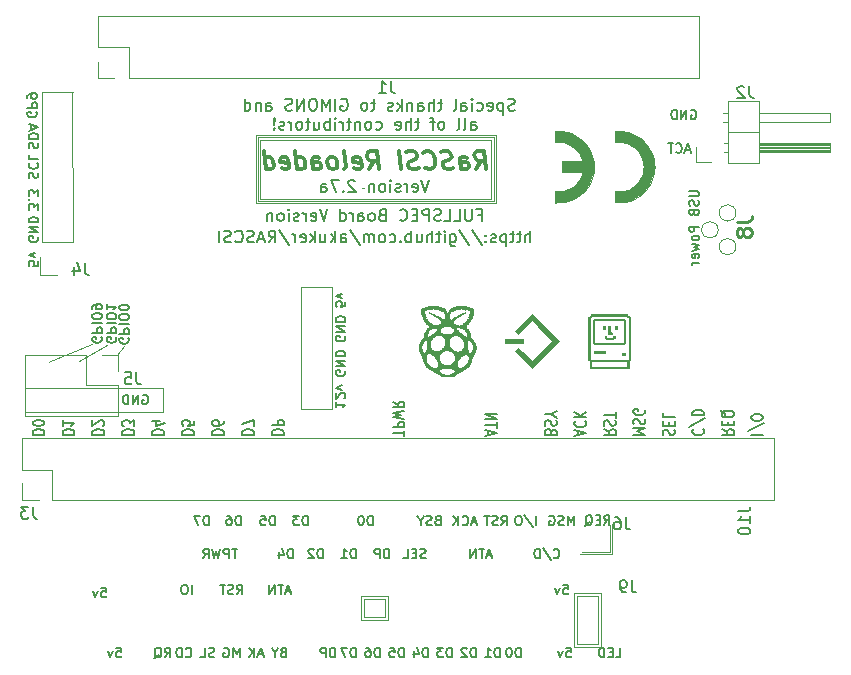
<source format=gbo>
G04 #@! TF.GenerationSoftware,KiCad,Pcbnew,(6.0.4)*
G04 #@! TF.CreationDate,2022-08-06T16:26:02-05:00*
G04 #@! TF.ProjectId,rascsi_2p7,72617363-7369-45f3-9270-372e6b696361,rev?*
G04 #@! TF.SameCoordinates,Original*
G04 #@! TF.FileFunction,Legend,Bot*
G04 #@! TF.FilePolarity,Positive*
%FSLAX46Y46*%
G04 Gerber Fmt 4.6, Leading zero omitted, Abs format (unit mm)*
G04 Created by KiCad (PCBNEW (6.0.4)) date 2022-08-06 16:26:02*
%MOMM*%
%LPD*%
G01*
G04 APERTURE LIST*
%ADD10C,0.120000*%
%ADD11C,0.150000*%
%ADD12C,0.230000*%
%ADD13C,0.300000*%
%ADD14C,0.010000*%
%ADD15C,0.100000*%
%ADD16C,0.800000*%
%ADD17C,5.400000*%
%ADD18R,1.700000X1.700000*%
%ADD19O,1.700000X1.700000*%
%ADD20C,0.650000*%
%ADD21C,2.000000*%
%ADD22R,1.350000X1.350000*%
%ADD23O,1.350000X1.350000*%
%ADD24C,1.545000*%
%ADD25C,4.845000*%
%ADD26C,1.000000*%
G04 APERTURE END LIST*
D10*
X175323500Y-76898500D02*
X175323500Y-76771500D01*
X238760000Y-84328000D02*
X177673000Y-84328000D01*
X225044000Y-88900000D02*
X225044000Y-86360000D01*
X222377000Y-88900000D02*
X225044000Y-88900000D01*
X224917000Y-88773000D02*
X224917000Y-86487000D01*
X222504000Y-88773000D02*
X224917000Y-88773000D01*
X183197500Y-73406000D02*
X183197500Y-72072500D01*
X222082000Y-92472000D02*
X223860000Y-92472000D01*
X223860000Y-92472000D02*
X223860000Y-96536000D01*
X223860000Y-96536000D02*
X222082000Y-96536000D01*
X222082000Y-96536000D02*
X222082000Y-92472000D01*
X175323500Y-76771500D02*
X175323500Y-74866500D01*
X195265000Y-58880000D02*
X214835000Y-58880000D01*
X214835000Y-58880000D02*
X214835000Y-53850000D01*
X214835000Y-53850000D02*
X195265000Y-53850000D01*
X195265000Y-53850000D02*
X195265000Y-58880000D01*
X203937000Y-57954000D02*
X204064000Y-57954000D01*
X175387000Y-72072500D02*
X180530500Y-72072500D01*
X183197500Y-74612500D02*
X183197500Y-77279500D01*
X175133000Y-81788000D02*
X175133000Y-79121000D01*
X194885000Y-59230000D02*
X215235000Y-59230000D01*
X215235000Y-59230000D02*
X215235000Y-53450000D01*
X215235000Y-53450000D02*
X194885000Y-53450000D01*
X194885000Y-53450000D02*
X194885000Y-59230000D01*
X175133000Y-82931000D02*
X175133000Y-84328000D01*
X204048000Y-92726000D02*
X205826000Y-92726000D01*
X205826000Y-92726000D02*
X205826000Y-94250000D01*
X205826000Y-94250000D02*
X204048000Y-94250000D01*
X204048000Y-94250000D02*
X204048000Y-92726000D01*
X183705500Y-71310500D02*
X183134000Y-72072500D01*
X180530500Y-72072500D02*
X180530500Y-74612500D01*
X176784000Y-62484000D02*
X179387500Y-62484000D01*
X238760000Y-79121000D02*
X238760000Y-84328000D01*
X203794000Y-92472000D02*
X206080000Y-92472000D01*
X206080000Y-92472000D02*
X206080000Y-94504000D01*
X206080000Y-94504000D02*
X203794000Y-94504000D01*
X203794000Y-94504000D02*
X203794000Y-92472000D01*
X195075000Y-59060000D02*
X215035000Y-59060000D01*
X215035000Y-59060000D02*
X215035000Y-53650000D01*
X215035000Y-53650000D02*
X195075000Y-53650000D01*
X195075000Y-53650000D02*
X195075000Y-59060000D01*
X221828000Y-92218000D02*
X224114000Y-92218000D01*
X224114000Y-92218000D02*
X224114000Y-96790000D01*
X224114000Y-96790000D02*
X221828000Y-96790000D01*
X221828000Y-96790000D02*
X221828000Y-92218000D01*
X175133000Y-84328000D02*
X176530000Y-84328000D01*
X177673000Y-84328000D02*
X177673000Y-81788000D01*
X179387500Y-62484000D02*
X179370000Y-49780000D01*
X179387500Y-49780000D02*
X176784000Y-49780000D01*
X175133000Y-79121000D02*
X238760000Y-79121000D01*
X183197500Y-77279500D02*
X175387000Y-77279500D01*
X187007500Y-74866500D02*
X187007500Y-76898500D01*
X177673000Y-81788000D02*
X175133000Y-81788000D01*
X187007500Y-76898500D02*
X175323500Y-76898500D01*
X198760000Y-66330000D02*
X201340000Y-66330000D01*
X201340000Y-66330000D02*
X201340000Y-76640000D01*
X201340000Y-76640000D02*
X198760000Y-76640000D01*
X198760000Y-76640000D02*
X198760000Y-66330000D01*
X175387000Y-77279500D02*
X175387000Y-72072500D01*
X176657000Y-63754000D02*
X176657000Y-65278000D01*
X176657000Y-65278000D02*
X178054000Y-65278000D01*
X183197500Y-72072500D02*
X181864000Y-72072500D01*
X176784000Y-49780000D02*
X176784000Y-62484000D01*
X181038500Y-71183500D02*
X177292000Y-72707500D01*
X175323500Y-74866500D02*
X187007500Y-74866500D01*
X180530500Y-74612500D02*
X183197500Y-74612500D01*
X182308500Y-71247000D02*
X179959000Y-72580500D01*
D11*
X176320000Y-51511428D02*
X176358095Y-51587619D01*
X176358095Y-51701904D01*
X176320000Y-51816190D01*
X176243809Y-51892380D01*
X176167619Y-51930476D01*
X176015238Y-51968571D01*
X175900952Y-51968571D01*
X175748571Y-51930476D01*
X175672380Y-51892380D01*
X175596190Y-51816190D01*
X175558095Y-51701904D01*
X175558095Y-51625714D01*
X175596190Y-51511428D01*
X175634285Y-51473333D01*
X175900952Y-51473333D01*
X175900952Y-51625714D01*
X175558095Y-51130476D02*
X176358095Y-51130476D01*
X176358095Y-50825714D01*
X176320000Y-50749523D01*
X176281904Y-50711428D01*
X176205714Y-50673333D01*
X176091428Y-50673333D01*
X176015238Y-50711428D01*
X175977142Y-50749523D01*
X175939047Y-50825714D01*
X175939047Y-51130476D01*
X175558095Y-50292380D02*
X175558095Y-50140000D01*
X175596190Y-50063809D01*
X175634285Y-50025714D01*
X175748571Y-49949523D01*
X175900952Y-49911428D01*
X176205714Y-49911428D01*
X176281904Y-49949523D01*
X176320000Y-49987619D01*
X176358095Y-50063809D01*
X176358095Y-50216190D01*
X176320000Y-50292380D01*
X176281904Y-50330476D01*
X176205714Y-50368571D01*
X176015238Y-50368571D01*
X175939047Y-50330476D01*
X175900952Y-50292380D01*
X175862857Y-50216190D01*
X175862857Y-50063809D01*
X175900952Y-49987619D01*
X175939047Y-49949523D01*
X176015238Y-49911428D01*
X175698190Y-54565428D02*
X175660095Y-54451142D01*
X175660095Y-54260666D01*
X175698190Y-54184476D01*
X175736285Y-54146380D01*
X175812476Y-54108285D01*
X175888666Y-54108285D01*
X175964857Y-54146380D01*
X176002952Y-54184476D01*
X176041047Y-54260666D01*
X176079142Y-54413047D01*
X176117238Y-54489238D01*
X176155333Y-54527333D01*
X176231523Y-54565428D01*
X176307714Y-54565428D01*
X176383904Y-54527333D01*
X176422000Y-54489238D01*
X176460095Y-54413047D01*
X176460095Y-54222571D01*
X176422000Y-54108285D01*
X175660095Y-53765428D02*
X176460095Y-53765428D01*
X176460095Y-53574952D01*
X176422000Y-53460666D01*
X176345809Y-53384476D01*
X176269619Y-53346380D01*
X176117238Y-53308285D01*
X176002952Y-53308285D01*
X175850571Y-53346380D01*
X175774380Y-53384476D01*
X175698190Y-53460666D01*
X175660095Y-53574952D01*
X175660095Y-53765428D01*
X175888666Y-53003523D02*
X175888666Y-52622571D01*
X175660095Y-53079714D02*
X176460095Y-52813047D01*
X175660095Y-52546380D01*
X175698190Y-57086380D02*
X175660095Y-56972095D01*
X175660095Y-56781619D01*
X175698190Y-56705428D01*
X175736285Y-56667333D01*
X175812476Y-56629238D01*
X175888666Y-56629238D01*
X175964857Y-56667333D01*
X176002952Y-56705428D01*
X176041047Y-56781619D01*
X176079142Y-56934000D01*
X176117238Y-57010190D01*
X176155333Y-57048285D01*
X176231523Y-57086380D01*
X176307714Y-57086380D01*
X176383904Y-57048285D01*
X176422000Y-57010190D01*
X176460095Y-56934000D01*
X176460095Y-56743523D01*
X176422000Y-56629238D01*
X175736285Y-55829238D02*
X175698190Y-55867333D01*
X175660095Y-55981619D01*
X175660095Y-56057809D01*
X175698190Y-56172095D01*
X175774380Y-56248285D01*
X175850571Y-56286380D01*
X176002952Y-56324476D01*
X176117238Y-56324476D01*
X176269619Y-56286380D01*
X176345809Y-56248285D01*
X176422000Y-56172095D01*
X176460095Y-56057809D01*
X176460095Y-55981619D01*
X176422000Y-55867333D01*
X176383904Y-55829238D01*
X175660095Y-55105428D02*
X175660095Y-55486380D01*
X176460095Y-55486380D01*
X176460095Y-59766095D02*
X176460095Y-59270857D01*
X176155333Y-59537523D01*
X176155333Y-59423238D01*
X176117238Y-59347047D01*
X176079142Y-59308952D01*
X176002952Y-59270857D01*
X175812476Y-59270857D01*
X175736285Y-59308952D01*
X175698190Y-59347047D01*
X175660095Y-59423238D01*
X175660095Y-59651809D01*
X175698190Y-59728000D01*
X175736285Y-59766095D01*
X175736285Y-58928000D02*
X175698190Y-58889904D01*
X175660095Y-58928000D01*
X175698190Y-58966095D01*
X175736285Y-58928000D01*
X175660095Y-58928000D01*
X176460095Y-58623238D02*
X176460095Y-58128000D01*
X176155333Y-58394666D01*
X176155333Y-58280380D01*
X176117238Y-58204190D01*
X176079142Y-58166095D01*
X176002952Y-58128000D01*
X175812476Y-58128000D01*
X175736285Y-58166095D01*
X175698190Y-58204190D01*
X175660095Y-58280380D01*
X175660095Y-58508952D01*
X175698190Y-58585142D01*
X175736285Y-58623238D01*
X176422000Y-62077523D02*
X176460095Y-62153714D01*
X176460095Y-62268000D01*
X176422000Y-62382285D01*
X176345809Y-62458476D01*
X176269619Y-62496571D01*
X176117238Y-62534666D01*
X176002952Y-62534666D01*
X175850571Y-62496571D01*
X175774380Y-62458476D01*
X175698190Y-62382285D01*
X175660095Y-62268000D01*
X175660095Y-62191809D01*
X175698190Y-62077523D01*
X175736285Y-62039428D01*
X176002952Y-62039428D01*
X176002952Y-62191809D01*
X175660095Y-61696571D02*
X176460095Y-61696571D01*
X175660095Y-61239428D01*
X176460095Y-61239428D01*
X175660095Y-60858476D02*
X176460095Y-60858476D01*
X176460095Y-60668000D01*
X176422000Y-60553714D01*
X176345809Y-60477523D01*
X176269619Y-60439428D01*
X176117238Y-60401333D01*
X176002952Y-60401333D01*
X175850571Y-60439428D01*
X175774380Y-60477523D01*
X175698190Y-60553714D01*
X175660095Y-60668000D01*
X175660095Y-60858476D01*
X176460095Y-64122285D02*
X176460095Y-64503238D01*
X176079142Y-64541333D01*
X176117238Y-64503238D01*
X176155333Y-64427047D01*
X176155333Y-64236571D01*
X176117238Y-64160380D01*
X176079142Y-64122285D01*
X176002952Y-64084190D01*
X175812476Y-64084190D01*
X175736285Y-64122285D01*
X175698190Y-64160380D01*
X175660095Y-64236571D01*
X175660095Y-64427047D01*
X175698190Y-64503238D01*
X175736285Y-64541333D01*
X176193428Y-63817523D02*
X175660095Y-63627047D01*
X176193428Y-63436571D01*
X181819500Y-70586452D02*
X181857595Y-70662642D01*
X181857595Y-70776928D01*
X181819500Y-70891214D01*
X181743309Y-70967404D01*
X181667119Y-71005500D01*
X181514738Y-71043595D01*
X181400452Y-71043595D01*
X181248071Y-71005500D01*
X181171880Y-70967404D01*
X181095690Y-70891214D01*
X181057595Y-70776928D01*
X181057595Y-70700738D01*
X181095690Y-70586452D01*
X181133785Y-70548357D01*
X181400452Y-70548357D01*
X181400452Y-70700738D01*
X181057595Y-70205500D02*
X181857595Y-70205500D01*
X181857595Y-69900738D01*
X181819500Y-69824547D01*
X181781404Y-69786452D01*
X181705214Y-69748357D01*
X181590928Y-69748357D01*
X181514738Y-69786452D01*
X181476642Y-69824547D01*
X181438547Y-69900738D01*
X181438547Y-70205500D01*
X181057595Y-69405500D02*
X181857595Y-69405500D01*
X181857595Y-68872166D02*
X181857595Y-68719785D01*
X181819500Y-68643595D01*
X181743309Y-68567404D01*
X181590928Y-68529309D01*
X181324261Y-68529309D01*
X181171880Y-68567404D01*
X181095690Y-68643595D01*
X181057595Y-68719785D01*
X181057595Y-68872166D01*
X181095690Y-68948357D01*
X181171880Y-69024547D01*
X181324261Y-69062642D01*
X181590928Y-69062642D01*
X181743309Y-69024547D01*
X181819500Y-68948357D01*
X181857595Y-68872166D01*
X181057595Y-68148357D02*
X181057595Y-67995976D01*
X181095690Y-67919785D01*
X181133785Y-67881690D01*
X181248071Y-67805500D01*
X181400452Y-67767404D01*
X181705214Y-67767404D01*
X181781404Y-67805500D01*
X181819500Y-67843595D01*
X181857595Y-67919785D01*
X181857595Y-68072166D01*
X181819500Y-68148357D01*
X181781404Y-68186452D01*
X181705214Y-68224547D01*
X181514738Y-68224547D01*
X181438547Y-68186452D01*
X181400452Y-68148357D01*
X181362357Y-68072166D01*
X181362357Y-67919785D01*
X181400452Y-67843595D01*
X181438547Y-67805500D01*
X181514738Y-67767404D01*
X185331023Y-75482500D02*
X185407214Y-75444404D01*
X185521500Y-75444404D01*
X185635785Y-75482500D01*
X185711976Y-75558690D01*
X185750071Y-75634880D01*
X185788166Y-75787261D01*
X185788166Y-75901547D01*
X185750071Y-76053928D01*
X185711976Y-76130119D01*
X185635785Y-76206309D01*
X185521500Y-76244404D01*
X185445309Y-76244404D01*
X185331023Y-76206309D01*
X185292928Y-76168214D01*
X185292928Y-75901547D01*
X185445309Y-75901547D01*
X184950071Y-76244404D02*
X184950071Y-75444404D01*
X184492928Y-76244404D01*
X184492928Y-75444404D01*
X184111976Y-76244404D02*
X184111976Y-75444404D01*
X183921500Y-75444404D01*
X183807214Y-75482500D01*
X183731023Y-75558690D01*
X183692928Y-75634880D01*
X183654833Y-75787261D01*
X183654833Y-75901547D01*
X183692928Y-76053928D01*
X183731023Y-76130119D01*
X183807214Y-76206309D01*
X183921500Y-76244404D01*
X184111976Y-76244404D01*
X231654238Y-54743333D02*
X231273285Y-54743333D01*
X231730428Y-54971904D02*
X231463761Y-54171904D01*
X231197095Y-54971904D01*
X230473285Y-54895714D02*
X230511380Y-54933809D01*
X230625666Y-54971904D01*
X230701857Y-54971904D01*
X230816142Y-54933809D01*
X230892333Y-54857619D01*
X230930428Y-54781428D01*
X230968523Y-54629047D01*
X230968523Y-54514761D01*
X230930428Y-54362380D01*
X230892333Y-54286190D01*
X230816142Y-54210000D01*
X230701857Y-54171904D01*
X230625666Y-54171904D01*
X230511380Y-54210000D01*
X230473285Y-54248095D01*
X230244714Y-54171904D02*
X229787571Y-54171904D01*
X230016142Y-54971904D02*
X230016142Y-54171904D01*
X231591904Y-58194285D02*
X232239523Y-58194285D01*
X232315714Y-58232380D01*
X232353809Y-58270476D01*
X232391904Y-58346666D01*
X232391904Y-58499047D01*
X232353809Y-58575238D01*
X232315714Y-58613333D01*
X232239523Y-58651428D01*
X231591904Y-58651428D01*
X232353809Y-58994285D02*
X232391904Y-59108571D01*
X232391904Y-59299047D01*
X232353809Y-59375238D01*
X232315714Y-59413333D01*
X232239523Y-59451428D01*
X232163333Y-59451428D01*
X232087142Y-59413333D01*
X232049047Y-59375238D01*
X232010952Y-59299047D01*
X231972857Y-59146666D01*
X231934761Y-59070476D01*
X231896666Y-59032380D01*
X231820476Y-58994285D01*
X231744285Y-58994285D01*
X231668095Y-59032380D01*
X231630000Y-59070476D01*
X231591904Y-59146666D01*
X231591904Y-59337142D01*
X231630000Y-59451428D01*
X231972857Y-60060952D02*
X232010952Y-60175238D01*
X232049047Y-60213333D01*
X232125238Y-60251428D01*
X232239523Y-60251428D01*
X232315714Y-60213333D01*
X232353809Y-60175238D01*
X232391904Y-60099047D01*
X232391904Y-59794285D01*
X231591904Y-59794285D01*
X231591904Y-60060952D01*
X231630000Y-60137142D01*
X231668095Y-60175238D01*
X231744285Y-60213333D01*
X231820476Y-60213333D01*
X231896666Y-60175238D01*
X231934761Y-60137142D01*
X231972857Y-60060952D01*
X231972857Y-59794285D01*
X232391904Y-61203809D02*
X231591904Y-61203809D01*
X231591904Y-61508571D01*
X231630000Y-61584761D01*
X231668095Y-61622857D01*
X231744285Y-61660952D01*
X231858571Y-61660952D01*
X231934761Y-61622857D01*
X231972857Y-61584761D01*
X232010952Y-61508571D01*
X232010952Y-61203809D01*
X232391904Y-62118095D02*
X232353809Y-62041904D01*
X232315714Y-62003809D01*
X232239523Y-61965714D01*
X232010952Y-61965714D01*
X231934761Y-62003809D01*
X231896666Y-62041904D01*
X231858571Y-62118095D01*
X231858571Y-62232380D01*
X231896666Y-62308571D01*
X231934761Y-62346666D01*
X232010952Y-62384761D01*
X232239523Y-62384761D01*
X232315714Y-62346666D01*
X232353809Y-62308571D01*
X232391904Y-62232380D01*
X232391904Y-62118095D01*
X231858571Y-62651428D02*
X232391904Y-62803809D01*
X232010952Y-62956190D01*
X232391904Y-63108571D01*
X231858571Y-63260952D01*
X232353809Y-63870476D02*
X232391904Y-63794285D01*
X232391904Y-63641904D01*
X232353809Y-63565714D01*
X232277619Y-63527619D01*
X231972857Y-63527619D01*
X231896666Y-63565714D01*
X231858571Y-63641904D01*
X231858571Y-63794285D01*
X231896666Y-63870476D01*
X231972857Y-63908571D01*
X232049047Y-63908571D01*
X232125238Y-63527619D01*
X232391904Y-64251428D02*
X231858571Y-64251428D01*
X232010952Y-64251428D02*
X231934761Y-64289523D01*
X231896666Y-64327619D01*
X231858571Y-64403809D01*
X231858571Y-64480000D01*
X231749523Y-51352500D02*
X231825714Y-51314404D01*
X231940000Y-51314404D01*
X232054285Y-51352500D01*
X232130476Y-51428690D01*
X232168571Y-51504880D01*
X232206666Y-51657261D01*
X232206666Y-51771547D01*
X232168571Y-51923928D01*
X232130476Y-52000119D01*
X232054285Y-52076309D01*
X231940000Y-52114404D01*
X231863809Y-52114404D01*
X231749523Y-52076309D01*
X231711428Y-52038214D01*
X231711428Y-51771547D01*
X231863809Y-51771547D01*
X231368571Y-52114404D02*
X231368571Y-51314404D01*
X230911428Y-52114404D01*
X230911428Y-51314404D01*
X230530476Y-52114404D02*
X230530476Y-51314404D01*
X230340000Y-51314404D01*
X230225714Y-51352500D01*
X230149523Y-51428690D01*
X230111428Y-51504880D01*
X230073333Y-51657261D01*
X230073333Y-51771547D01*
X230111428Y-51923928D01*
X230149523Y-52000119D01*
X230225714Y-52076309D01*
X230340000Y-52114404D01*
X230530476Y-52114404D01*
X236847119Y-78822476D02*
X237847119Y-78822476D01*
X237894738Y-77870095D02*
X236609023Y-78555809D01*
X237847119Y-77451047D02*
X237847119Y-77298666D01*
X237799500Y-77222476D01*
X237704261Y-77146285D01*
X237513785Y-77108190D01*
X237180452Y-77108190D01*
X236989976Y-77146285D01*
X236894738Y-77222476D01*
X236847119Y-77298666D01*
X236847119Y-77451047D01*
X236894738Y-77527238D01*
X236989976Y-77603428D01*
X237180452Y-77641523D01*
X237513785Y-77641523D01*
X237704261Y-77603428D01*
X237799500Y-77527238D01*
X237847119Y-77451047D01*
X224373903Y-78365333D02*
X224850093Y-78631999D01*
X224373903Y-78822476D02*
X225373903Y-78822476D01*
X225373903Y-78517714D01*
X225326284Y-78441523D01*
X225278664Y-78403428D01*
X225183426Y-78365333D01*
X225040569Y-78365333D01*
X224945331Y-78403428D01*
X224897712Y-78441523D01*
X224850093Y-78517714D01*
X224850093Y-78822476D01*
X224421522Y-78060571D02*
X224373903Y-77946285D01*
X224373903Y-77755809D01*
X224421522Y-77679618D01*
X224469141Y-77641523D01*
X224564379Y-77603428D01*
X224659617Y-77603428D01*
X224754855Y-77641523D01*
X224802474Y-77679618D01*
X224850093Y-77755809D01*
X224897712Y-77908190D01*
X224945331Y-77984380D01*
X224992950Y-78022476D01*
X225088188Y-78060571D01*
X225183426Y-78060571D01*
X225278664Y-78022476D01*
X225326284Y-77984380D01*
X225373903Y-77908190D01*
X225373903Y-77717714D01*
X225326284Y-77603428D01*
X225373903Y-77374857D02*
X225373903Y-76917714D01*
X224373903Y-77146285D02*
X225373903Y-77146285D01*
X229410806Y-78860571D02*
X229363187Y-78746286D01*
X229363187Y-78555809D01*
X229410806Y-78479619D01*
X229458425Y-78441524D01*
X229553663Y-78403428D01*
X229648901Y-78403428D01*
X229744139Y-78441524D01*
X229791758Y-78479619D01*
X229839377Y-78555809D01*
X229886996Y-78708190D01*
X229934615Y-78784381D01*
X229982234Y-78822476D01*
X230077472Y-78860571D01*
X230172710Y-78860571D01*
X230267948Y-78822476D01*
X230315568Y-78784381D01*
X230363187Y-78708190D01*
X230363187Y-78517714D01*
X230315568Y-78403428D01*
X229886996Y-78060571D02*
X229886996Y-77793905D01*
X229363187Y-77679619D02*
X229363187Y-78060571D01*
X230363187Y-78060571D01*
X230363187Y-77679619D01*
X229363187Y-76955809D02*
X229363187Y-77336762D01*
X230363187Y-77336762D01*
X176014119Y-78822476D02*
X177014119Y-78822476D01*
X177014119Y-78632000D01*
X176966500Y-78517714D01*
X176871261Y-78441523D01*
X176776023Y-78403428D01*
X176585547Y-78365333D01*
X176442690Y-78365333D01*
X176252214Y-78403428D01*
X176156976Y-78441523D01*
X176061738Y-78517714D01*
X176014119Y-78632000D01*
X176014119Y-78822476D01*
X177014119Y-77870095D02*
X177014119Y-77793904D01*
X176966500Y-77717714D01*
X176918880Y-77679619D01*
X176823642Y-77641523D01*
X176633166Y-77603428D01*
X176395071Y-77603428D01*
X176204595Y-77641523D01*
X176109357Y-77679619D01*
X176061738Y-77717714D01*
X176014119Y-77793904D01*
X176014119Y-77870095D01*
X176061738Y-77946285D01*
X176109357Y-77984380D01*
X176204595Y-78022476D01*
X176395071Y-78060571D01*
X176633166Y-78060571D01*
X176823642Y-78022476D01*
X176918880Y-77984380D01*
X176966500Y-77946285D01*
X177014119Y-77870095D01*
X188674429Y-78822476D02*
X189674429Y-78822476D01*
X189674429Y-78632000D01*
X189626810Y-78517714D01*
X189531571Y-78441523D01*
X189436333Y-78403428D01*
X189245857Y-78365333D01*
X189103000Y-78365333D01*
X188912524Y-78403428D01*
X188817286Y-78441523D01*
X188722048Y-78517714D01*
X188674429Y-78632000D01*
X188674429Y-78822476D01*
X189674429Y-77641523D02*
X189674429Y-78022476D01*
X189198238Y-78060571D01*
X189245857Y-78022476D01*
X189293476Y-77946285D01*
X189293476Y-77755809D01*
X189245857Y-77679619D01*
X189198238Y-77641523D01*
X189103000Y-77603428D01*
X188864905Y-77603428D01*
X188769667Y-77641523D01*
X188722048Y-77679619D01*
X188674429Y-77755809D01*
X188674429Y-77946285D01*
X188722048Y-78022476D01*
X188769667Y-78060571D01*
X219908428Y-78555809D02*
X219860809Y-78441523D01*
X219813190Y-78403428D01*
X219717952Y-78365333D01*
X219575095Y-78365333D01*
X219479857Y-78403428D01*
X219432238Y-78441523D01*
X219384619Y-78517714D01*
X219384619Y-78822476D01*
X220384619Y-78822476D01*
X220384619Y-78555809D01*
X220337000Y-78479619D01*
X220289380Y-78441523D01*
X220194142Y-78403428D01*
X220098904Y-78403428D01*
X220003666Y-78441523D01*
X219956047Y-78479619D01*
X219908428Y-78555809D01*
X219908428Y-78822476D01*
X219432238Y-78060571D02*
X219384619Y-77946285D01*
X219384619Y-77755809D01*
X219432238Y-77679619D01*
X219479857Y-77641523D01*
X219575095Y-77603428D01*
X219670333Y-77603428D01*
X219765571Y-77641523D01*
X219813190Y-77679619D01*
X219860809Y-77755809D01*
X219908428Y-77908190D01*
X219956047Y-77984381D01*
X220003666Y-78022476D01*
X220098904Y-78060571D01*
X220194142Y-78060571D01*
X220289380Y-78022476D01*
X220337000Y-77984381D01*
X220384619Y-77908190D01*
X220384619Y-77717714D01*
X220337000Y-77603428D01*
X219860809Y-77108190D02*
X219384619Y-77108190D01*
X220384619Y-77374857D02*
X219860809Y-77108190D01*
X220384619Y-76841523D01*
X191206491Y-78822476D02*
X192206491Y-78822476D01*
X192206491Y-78632000D01*
X192158872Y-78517714D01*
X192063633Y-78441523D01*
X191968395Y-78403428D01*
X191777919Y-78365333D01*
X191635062Y-78365333D01*
X191444586Y-78403428D01*
X191349348Y-78441523D01*
X191254110Y-78517714D01*
X191206491Y-78632000D01*
X191206491Y-78822476D01*
X192206491Y-77679619D02*
X192206491Y-77832000D01*
X192158872Y-77908190D01*
X192111252Y-77946285D01*
X191968395Y-78022476D01*
X191777919Y-78060571D01*
X191396967Y-78060571D01*
X191301729Y-78022476D01*
X191254110Y-77984380D01*
X191206491Y-77908190D01*
X191206491Y-77755809D01*
X191254110Y-77679619D01*
X191301729Y-77641523D01*
X191396967Y-77603428D01*
X191635062Y-77603428D01*
X191730300Y-77641523D01*
X191777919Y-77679619D01*
X191825538Y-77755809D01*
X191825538Y-77908190D01*
X191777919Y-77984380D01*
X191730300Y-78022476D01*
X191635062Y-78060571D01*
X178546181Y-78822476D02*
X179546181Y-78822476D01*
X179546181Y-78632000D01*
X179498562Y-78517714D01*
X179403323Y-78441523D01*
X179308085Y-78403428D01*
X179117609Y-78365333D01*
X178974752Y-78365333D01*
X178784276Y-78403428D01*
X178689038Y-78441523D01*
X178593800Y-78517714D01*
X178546181Y-78632000D01*
X178546181Y-78822476D01*
X178546181Y-77603428D02*
X178546181Y-78060571D01*
X178546181Y-77832000D02*
X179546181Y-77832000D01*
X179403323Y-77908190D01*
X179308085Y-77984380D01*
X179260466Y-78060571D01*
X186142367Y-78822476D02*
X187142367Y-78822476D01*
X187142367Y-78632000D01*
X187094748Y-78517714D01*
X186999509Y-78441523D01*
X186904271Y-78403428D01*
X186713795Y-78365333D01*
X186570938Y-78365333D01*
X186380462Y-78403428D01*
X186285224Y-78441523D01*
X186189986Y-78517714D01*
X186142367Y-78632000D01*
X186142367Y-78822476D01*
X186809033Y-77679619D02*
X186142367Y-77679619D01*
X187189986Y-77870095D02*
X186475700Y-78060571D01*
X186475700Y-77565333D01*
X181078243Y-78822476D02*
X182078243Y-78822476D01*
X182078243Y-78632000D01*
X182030624Y-78517714D01*
X181935385Y-78441523D01*
X181840147Y-78403428D01*
X181649671Y-78365333D01*
X181506814Y-78365333D01*
X181316338Y-78403428D01*
X181221100Y-78441523D01*
X181125862Y-78517714D01*
X181078243Y-78632000D01*
X181078243Y-78822476D01*
X181983004Y-78060571D02*
X182030624Y-78022476D01*
X182078243Y-77946285D01*
X182078243Y-77755809D01*
X182030624Y-77679619D01*
X181983004Y-77641523D01*
X181887766Y-77603428D01*
X181792528Y-77603428D01*
X181649671Y-77641523D01*
X181078243Y-78098666D01*
X181078243Y-77603428D01*
X226868545Y-78822477D02*
X227868545Y-78822477D01*
X227154259Y-78555810D01*
X227868545Y-78289143D01*
X226868545Y-78289143D01*
X226916164Y-77946286D02*
X226868545Y-77832000D01*
X226868545Y-77641524D01*
X226916164Y-77565334D01*
X226963783Y-77527238D01*
X227059021Y-77489143D01*
X227154259Y-77489143D01*
X227249497Y-77527238D01*
X227297116Y-77565334D01*
X227344735Y-77641524D01*
X227392354Y-77793905D01*
X227439973Y-77870096D01*
X227487592Y-77908191D01*
X227582830Y-77946286D01*
X227678068Y-77946286D01*
X227773306Y-77908191D01*
X227820926Y-77870096D01*
X227868545Y-77793905D01*
X227868545Y-77603429D01*
X227820926Y-77489143D01*
X227820926Y-76727238D02*
X227868545Y-76803429D01*
X227868545Y-76917715D01*
X227820926Y-77032000D01*
X227725687Y-77108191D01*
X227630449Y-77146286D01*
X227439973Y-77184381D01*
X227297116Y-77184381D01*
X227106640Y-77146286D01*
X227011402Y-77108191D01*
X226916164Y-77032000D01*
X226868545Y-76917715D01*
X226868545Y-76841524D01*
X226916164Y-76727238D01*
X226963783Y-76689143D01*
X227297116Y-76689143D01*
X227297116Y-76841524D01*
X207494119Y-78936762D02*
X207494119Y-78479619D01*
X206494119Y-78708190D02*
X207494119Y-78708190D01*
X206494119Y-78212952D02*
X207494119Y-78212952D01*
X207494119Y-77908190D01*
X207446500Y-77832000D01*
X207398880Y-77793905D01*
X207303642Y-77755809D01*
X207160785Y-77755809D01*
X207065547Y-77793905D01*
X207017928Y-77832000D01*
X206970309Y-77908190D01*
X206970309Y-78212952D01*
X207494119Y-77489143D02*
X206494119Y-77298667D01*
X207208404Y-77146286D01*
X206494119Y-76993905D01*
X207494119Y-76803428D01*
X206494119Y-76041524D02*
X206970309Y-76308190D01*
X206494119Y-76498667D02*
X207494119Y-76498667D01*
X207494119Y-76193905D01*
X207446500Y-76117714D01*
X207398880Y-76079619D01*
X207303642Y-76041524D01*
X207160785Y-76041524D01*
X207065547Y-76079619D01*
X207017928Y-76117714D01*
X206970309Y-76193905D01*
X206970309Y-76498667D01*
X183610305Y-78822476D02*
X184610305Y-78822476D01*
X184610305Y-78632000D01*
X184562686Y-78517714D01*
X184467447Y-78441523D01*
X184372209Y-78403428D01*
X184181733Y-78365333D01*
X184038876Y-78365333D01*
X183848400Y-78403428D01*
X183753162Y-78441523D01*
X183657924Y-78517714D01*
X183610305Y-78632000D01*
X183610305Y-78822476D01*
X184610305Y-78098666D02*
X184610305Y-77603428D01*
X184229352Y-77870095D01*
X184229352Y-77755809D01*
X184181733Y-77679619D01*
X184134114Y-77641523D01*
X184038876Y-77603428D01*
X183800781Y-77603428D01*
X183705543Y-77641523D01*
X183657924Y-77679619D01*
X183610305Y-77755809D01*
X183610305Y-77984380D01*
X183657924Y-78060571D01*
X183705543Y-78098666D01*
X231953067Y-78365333D02*
X231905448Y-78403428D01*
X231857829Y-78517714D01*
X231857829Y-78593905D01*
X231905448Y-78708190D01*
X232000686Y-78784381D01*
X232095924Y-78822476D01*
X232286400Y-78860571D01*
X232429257Y-78860571D01*
X232619733Y-78822476D01*
X232714971Y-78784381D01*
X232810210Y-78708190D01*
X232857829Y-78593905D01*
X232857829Y-78517714D01*
X232810210Y-78403428D01*
X232762590Y-78365333D01*
X232905448Y-77451047D02*
X231619733Y-78136762D01*
X231857829Y-77184381D02*
X232857829Y-77184381D01*
X232857829Y-76993905D01*
X232810210Y-76879619D01*
X232714971Y-76803428D01*
X232619733Y-76765333D01*
X232429257Y-76727238D01*
X232286400Y-76727238D01*
X232095924Y-76765333D01*
X232000686Y-76803428D01*
X231905448Y-76879619D01*
X231857829Y-76993905D01*
X231857829Y-77184381D01*
X222164975Y-78860572D02*
X222164975Y-78479619D01*
X221879261Y-78936762D02*
X222879261Y-78670096D01*
X221879261Y-78403429D01*
X221974499Y-77679619D02*
X221926880Y-77717715D01*
X221879261Y-77832000D01*
X221879261Y-77908191D01*
X221926880Y-78022476D01*
X222022118Y-78098667D01*
X222117356Y-78136762D01*
X222307832Y-78174857D01*
X222450689Y-78174857D01*
X222641165Y-78136762D01*
X222736403Y-78098667D01*
X222831642Y-78022476D01*
X222879261Y-77908191D01*
X222879261Y-77832000D01*
X222831642Y-77717715D01*
X222784022Y-77679619D01*
X221879261Y-77336762D02*
X222879261Y-77336762D01*
X221879261Y-76879619D02*
X222450689Y-77222476D01*
X222879261Y-76879619D02*
X222307832Y-77336762D01*
X214590333Y-78860571D02*
X214590333Y-78479619D01*
X214304619Y-78936762D02*
X215304619Y-78670095D01*
X214304619Y-78403428D01*
X215304619Y-78251047D02*
X215304619Y-77793905D01*
X214304619Y-78022476D02*
X215304619Y-78022476D01*
X214304619Y-77527238D02*
X215304619Y-77527238D01*
X214304619Y-77070095D01*
X215304619Y-77070095D01*
X196270619Y-78841523D02*
X197270619Y-78841523D01*
X197270619Y-78651047D01*
X197223000Y-78536761D01*
X197127761Y-78460571D01*
X197032523Y-78422476D01*
X196842047Y-78384380D01*
X196699190Y-78384380D01*
X196508714Y-78422476D01*
X196413476Y-78460571D01*
X196318238Y-78536761D01*
X196270619Y-78651047D01*
X196270619Y-78841523D01*
X196270619Y-78041523D02*
X197270619Y-78041523D01*
X197270619Y-77736761D01*
X197223000Y-77660571D01*
X197175380Y-77622476D01*
X197080142Y-77584380D01*
X196937285Y-77584380D01*
X196842047Y-77622476D01*
X196794428Y-77660571D01*
X196746809Y-77736761D01*
X196746809Y-78041523D01*
X193738553Y-78822476D02*
X194738553Y-78822476D01*
X194738553Y-78632000D01*
X194690934Y-78517714D01*
X194595695Y-78441523D01*
X194500457Y-78403428D01*
X194309981Y-78365333D01*
X194167124Y-78365333D01*
X193976648Y-78403428D01*
X193881410Y-78441523D01*
X193786172Y-78517714D01*
X193738553Y-78632000D01*
X193738553Y-78822476D01*
X194738553Y-78098666D02*
X194738553Y-77565333D01*
X193738553Y-77908190D01*
X234352471Y-78365333D02*
X234828661Y-78632000D01*
X234352471Y-78822476D02*
X235352471Y-78822476D01*
X235352471Y-78517714D01*
X235304852Y-78441523D01*
X235257232Y-78403428D01*
X235161994Y-78365333D01*
X235019137Y-78365333D01*
X234923899Y-78403428D01*
X234876280Y-78441523D01*
X234828661Y-78517714D01*
X234828661Y-78822476D01*
X234876280Y-78022476D02*
X234876280Y-77755809D01*
X234352471Y-77641523D02*
X234352471Y-78022476D01*
X235352471Y-78022476D01*
X235352471Y-77641523D01*
X234257232Y-76765333D02*
X234304852Y-76841523D01*
X234400090Y-76917714D01*
X234542947Y-77032000D01*
X234590566Y-77108190D01*
X234590566Y-77184380D01*
X234352471Y-77146285D02*
X234400090Y-77222476D01*
X234495328Y-77298666D01*
X234685804Y-77336761D01*
X235019137Y-77336761D01*
X235209613Y-77298666D01*
X235304852Y-77222476D01*
X235352471Y-77146285D01*
X235352471Y-76993904D01*
X235304852Y-76917714D01*
X235209613Y-76841523D01*
X235019137Y-76803428D01*
X234685804Y-76803428D01*
X234495328Y-76841523D01*
X234400090Y-76917714D01*
X234352471Y-76993904D01*
X234352471Y-77146285D01*
X224393333Y-86448904D02*
X224660000Y-86067952D01*
X224850476Y-86448904D02*
X224850476Y-85648904D01*
X224545714Y-85648904D01*
X224469523Y-85687000D01*
X224431428Y-85725095D01*
X224393333Y-85801285D01*
X224393333Y-85915571D01*
X224431428Y-85991761D01*
X224469523Y-86029857D01*
X224545714Y-86067952D01*
X224850476Y-86067952D01*
X224050476Y-86029857D02*
X223783809Y-86029857D01*
X223669523Y-86448904D02*
X224050476Y-86448904D01*
X224050476Y-85648904D01*
X223669523Y-85648904D01*
X222793333Y-86525095D02*
X222869523Y-86487000D01*
X222945714Y-86410809D01*
X223060000Y-86296523D01*
X223136190Y-86258428D01*
X223212380Y-86258428D01*
X223174285Y-86448904D02*
X223250476Y-86410809D01*
X223326666Y-86334619D01*
X223364761Y-86182238D01*
X223364761Y-85915571D01*
X223326666Y-85763190D01*
X223250476Y-85687000D01*
X223174285Y-85648904D01*
X223021904Y-85648904D01*
X222945714Y-85687000D01*
X222869523Y-85763190D01*
X222831428Y-85915571D01*
X222831428Y-86182238D01*
X222869523Y-86334619D01*
X222945714Y-86410809D01*
X223021904Y-86448904D01*
X223174285Y-86448904D01*
X190922476Y-86483904D02*
X190922476Y-85683904D01*
X190732000Y-85683904D01*
X190617714Y-85722000D01*
X190541523Y-85798190D01*
X190503428Y-85874380D01*
X190465333Y-86026761D01*
X190465333Y-86141047D01*
X190503428Y-86293428D01*
X190541523Y-86369619D01*
X190617714Y-86445809D01*
X190732000Y-86483904D01*
X190922476Y-86483904D01*
X190198666Y-85683904D02*
X189665333Y-85683904D01*
X190008190Y-86483904D01*
X206181523Y-89277904D02*
X206181523Y-88477904D01*
X205991047Y-88477904D01*
X205876761Y-88516000D01*
X205800571Y-88592190D01*
X205762476Y-88668380D01*
X205724380Y-88820761D01*
X205724380Y-88935047D01*
X205762476Y-89087428D01*
X205800571Y-89163619D01*
X205876761Y-89239809D01*
X205991047Y-89277904D01*
X206181523Y-89277904D01*
X205381523Y-89277904D02*
X205381523Y-88477904D01*
X205076761Y-88477904D01*
X205000571Y-88516000D01*
X204962476Y-88554095D01*
X204924380Y-88630285D01*
X204924380Y-88744571D01*
X204962476Y-88820761D01*
X205000571Y-88858857D01*
X205076761Y-88896952D01*
X205381523Y-88896952D01*
X214868285Y-89049333D02*
X214487333Y-89049333D01*
X214944476Y-89277904D02*
X214677809Y-88477904D01*
X214411142Y-89277904D01*
X214258761Y-88477904D02*
X213801619Y-88477904D01*
X214030190Y-89277904D02*
X214030190Y-88477904D01*
X213534952Y-89277904D02*
X213534952Y-88477904D01*
X213077809Y-89277904D01*
X213077809Y-88477904D01*
X213588476Y-86258429D02*
X213207523Y-86258429D01*
X213664666Y-86487000D02*
X213398000Y-85687000D01*
X213131333Y-86487000D01*
X212407523Y-86410810D02*
X212445619Y-86448905D01*
X212559904Y-86487000D01*
X212636095Y-86487000D01*
X212750380Y-86448905D01*
X212826571Y-86372715D01*
X212864666Y-86296524D01*
X212902761Y-86144143D01*
X212902761Y-86029857D01*
X212864666Y-85877476D01*
X212826571Y-85801286D01*
X212750380Y-85725096D01*
X212636095Y-85687000D01*
X212559904Y-85687000D01*
X212445619Y-85725096D01*
X212407523Y-85763191D01*
X212064666Y-86487000D02*
X212064666Y-85687000D01*
X211607523Y-86487000D02*
X211950380Y-86029857D01*
X211607523Y-85687000D02*
X212064666Y-86144143D01*
X220113428Y-89201714D02*
X220151523Y-89239809D01*
X220265809Y-89277904D01*
X220342000Y-89277904D01*
X220456285Y-89239809D01*
X220532476Y-89163619D01*
X220570571Y-89087428D01*
X220608666Y-88935047D01*
X220608666Y-88820761D01*
X220570571Y-88668380D01*
X220532476Y-88592190D01*
X220456285Y-88516000D01*
X220342000Y-88477904D01*
X220265809Y-88477904D01*
X220151523Y-88516000D01*
X220113428Y-88554095D01*
X219199142Y-88439809D02*
X219884857Y-89468380D01*
X218932476Y-89277904D02*
X218932476Y-88477904D01*
X218742000Y-88477904D01*
X218627714Y-88516000D01*
X218551523Y-88592190D01*
X218513428Y-88668380D01*
X218475333Y-88820761D01*
X218475333Y-88935047D01*
X218513428Y-89087428D01*
X218551523Y-89163619D01*
X218627714Y-89239809D01*
X218742000Y-89277904D01*
X218932476Y-89277904D01*
X199304476Y-86483904D02*
X199304476Y-85683904D01*
X199114000Y-85683904D01*
X198999714Y-85722000D01*
X198923523Y-85798190D01*
X198885428Y-85874380D01*
X198847333Y-86026761D01*
X198847333Y-86141047D01*
X198885428Y-86293428D01*
X198923523Y-86369619D01*
X198999714Y-86445809D01*
X199114000Y-86483904D01*
X199304476Y-86483904D01*
X198580666Y-85683904D02*
X198085428Y-85683904D01*
X198352095Y-85988666D01*
X198237809Y-85988666D01*
X198161619Y-86026761D01*
X198123523Y-86064857D01*
X198085428Y-86141047D01*
X198085428Y-86331523D01*
X198123523Y-86407714D01*
X198161619Y-86445809D01*
X198237809Y-86483904D01*
X198466380Y-86483904D01*
X198542571Y-86445809D01*
X198580666Y-86407714D01*
X193341714Y-88477904D02*
X192884571Y-88477904D01*
X193113142Y-89277904D02*
X193113142Y-88477904D01*
X192617904Y-89277904D02*
X192617904Y-88477904D01*
X192313142Y-88477904D01*
X192236952Y-88516000D01*
X192198857Y-88554095D01*
X192160761Y-88630285D01*
X192160761Y-88744571D01*
X192198857Y-88820761D01*
X192236952Y-88858857D01*
X192313142Y-88896952D01*
X192617904Y-88896952D01*
X191894095Y-88477904D02*
X191703619Y-89277904D01*
X191551238Y-88706476D01*
X191398857Y-89277904D01*
X191208380Y-88477904D01*
X190446476Y-89277904D02*
X190713142Y-88896952D01*
X190903619Y-89277904D02*
X190903619Y-88477904D01*
X190598857Y-88477904D01*
X190522666Y-88516000D01*
X190484571Y-88554095D01*
X190446476Y-88630285D01*
X190446476Y-88744571D01*
X190484571Y-88820761D01*
X190522666Y-88858857D01*
X190598857Y-88896952D01*
X190903619Y-88896952D01*
X221859619Y-86483904D02*
X221859619Y-85683904D01*
X221592952Y-86255333D01*
X221326285Y-85683904D01*
X221326285Y-86483904D01*
X220983428Y-86445809D02*
X220869142Y-86483904D01*
X220678666Y-86483904D01*
X220602476Y-86445809D01*
X220564380Y-86407714D01*
X220526285Y-86331523D01*
X220526285Y-86255333D01*
X220564380Y-86179142D01*
X220602476Y-86141047D01*
X220678666Y-86102952D01*
X220831047Y-86064857D01*
X220907238Y-86026761D01*
X220945333Y-85988666D01*
X220983428Y-85912476D01*
X220983428Y-85836285D01*
X220945333Y-85760095D01*
X220907238Y-85722000D01*
X220831047Y-85683904D01*
X220640571Y-85683904D01*
X220526285Y-85722000D01*
X219764380Y-85722000D02*
X219840571Y-85683904D01*
X219954857Y-85683904D01*
X220069142Y-85722000D01*
X220145333Y-85798190D01*
X220183428Y-85874380D01*
X220221523Y-86026761D01*
X220221523Y-86141047D01*
X220183428Y-86293428D01*
X220145333Y-86369619D01*
X220069142Y-86445809D01*
X219954857Y-86483904D01*
X219878666Y-86483904D01*
X219764380Y-86445809D01*
X219726285Y-86407714D01*
X219726285Y-86141047D01*
X219878666Y-86141047D01*
X200574476Y-89277904D02*
X200574476Y-88477904D01*
X200384000Y-88477904D01*
X200269714Y-88516000D01*
X200193523Y-88592190D01*
X200155428Y-88668380D01*
X200117333Y-88820761D01*
X200117333Y-88935047D01*
X200155428Y-89087428D01*
X200193523Y-89163619D01*
X200269714Y-89239809D01*
X200384000Y-89277904D01*
X200574476Y-89277904D01*
X199812571Y-88554095D02*
X199774476Y-88516000D01*
X199698285Y-88477904D01*
X199507809Y-88477904D01*
X199431619Y-88516000D01*
X199393523Y-88554095D01*
X199355428Y-88630285D01*
X199355428Y-88706476D01*
X199393523Y-88820761D01*
X199850666Y-89277904D01*
X199355428Y-89277904D01*
X198034476Y-89277904D02*
X198034476Y-88477904D01*
X197844000Y-88477904D01*
X197729714Y-88516000D01*
X197653523Y-88592190D01*
X197615428Y-88668380D01*
X197577333Y-88820761D01*
X197577333Y-88935047D01*
X197615428Y-89087428D01*
X197653523Y-89163619D01*
X197729714Y-89239809D01*
X197844000Y-89277904D01*
X198034476Y-89277904D01*
X196891619Y-88744571D02*
X196891619Y-89277904D01*
X197082095Y-88439809D02*
X197272571Y-89011238D01*
X196777333Y-89011238D01*
X203368476Y-89277904D02*
X203368476Y-88477904D01*
X203178000Y-88477904D01*
X203063714Y-88516000D01*
X202987523Y-88592190D01*
X202949428Y-88668380D01*
X202911333Y-88820761D01*
X202911333Y-88935047D01*
X202949428Y-89087428D01*
X202987523Y-89163619D01*
X203063714Y-89239809D01*
X203178000Y-89277904D01*
X203368476Y-89277904D01*
X202149428Y-89277904D02*
X202606571Y-89277904D01*
X202378000Y-89277904D02*
X202378000Y-88477904D01*
X202454190Y-88592190D01*
X202530380Y-88668380D01*
X202606571Y-88706476D01*
X193630476Y-86483904D02*
X193630476Y-85683904D01*
X193440000Y-85683904D01*
X193325714Y-85722000D01*
X193249523Y-85798190D01*
X193211428Y-85874380D01*
X193173333Y-86026761D01*
X193173333Y-86141047D01*
X193211428Y-86293428D01*
X193249523Y-86369619D01*
X193325714Y-86445809D01*
X193440000Y-86483904D01*
X193630476Y-86483904D01*
X192487619Y-85683904D02*
X192640000Y-85683904D01*
X192716190Y-85722000D01*
X192754285Y-85760095D01*
X192830476Y-85874380D01*
X192868571Y-86026761D01*
X192868571Y-86331523D01*
X192830476Y-86407714D01*
X192792380Y-86445809D01*
X192716190Y-86483904D01*
X192563809Y-86483904D01*
X192487619Y-86445809D01*
X192449523Y-86407714D01*
X192411428Y-86331523D01*
X192411428Y-86141047D01*
X192449523Y-86064857D01*
X192487619Y-86026761D01*
X192563809Y-85988666D01*
X192716190Y-85988666D01*
X192792380Y-86026761D01*
X192830476Y-86064857D01*
X192868571Y-86141047D01*
X210302666Y-86064857D02*
X210188380Y-86102952D01*
X210150285Y-86141047D01*
X210112190Y-86217238D01*
X210112190Y-86331523D01*
X210150285Y-86407714D01*
X210188380Y-86445809D01*
X210264571Y-86483904D01*
X210569333Y-86483904D01*
X210569333Y-85683904D01*
X210302666Y-85683904D01*
X210226476Y-85722000D01*
X210188380Y-85760095D01*
X210150285Y-85836285D01*
X210150285Y-85912476D01*
X210188380Y-85988666D01*
X210226476Y-86026761D01*
X210302666Y-86064857D01*
X210569333Y-86064857D01*
X209807428Y-86445809D02*
X209693142Y-86483904D01*
X209502666Y-86483904D01*
X209426476Y-86445809D01*
X209388380Y-86407714D01*
X209350285Y-86331523D01*
X209350285Y-86255333D01*
X209388380Y-86179142D01*
X209426476Y-86141047D01*
X209502666Y-86102952D01*
X209655047Y-86064857D01*
X209731238Y-86026761D01*
X209769333Y-85988666D01*
X209807428Y-85912476D01*
X209807428Y-85836285D01*
X209769333Y-85760095D01*
X209731238Y-85722000D01*
X209655047Y-85683904D01*
X209464571Y-85683904D01*
X209350285Y-85722000D01*
X208855047Y-86102952D02*
X208855047Y-86483904D01*
X209121714Y-85683904D02*
X208855047Y-86102952D01*
X208588380Y-85683904D01*
X196510476Y-86483904D02*
X196510476Y-85683904D01*
X196320000Y-85683904D01*
X196205714Y-85722000D01*
X196129523Y-85798190D01*
X196091428Y-85874380D01*
X196053333Y-86026761D01*
X196053333Y-86141047D01*
X196091428Y-86293428D01*
X196129523Y-86369619D01*
X196205714Y-86445809D01*
X196320000Y-86483904D01*
X196510476Y-86483904D01*
X195329523Y-85683904D02*
X195710476Y-85683904D01*
X195748571Y-86064857D01*
X195710476Y-86026761D01*
X195634285Y-85988666D01*
X195443809Y-85988666D01*
X195367619Y-86026761D01*
X195329523Y-86064857D01*
X195291428Y-86141047D01*
X195291428Y-86331523D01*
X195329523Y-86407714D01*
X195367619Y-86445809D01*
X195443809Y-86483904D01*
X195634285Y-86483904D01*
X195710476Y-86445809D01*
X195748571Y-86407714D01*
X204806476Y-86483904D02*
X204806476Y-85683904D01*
X204616000Y-85683904D01*
X204501714Y-85722000D01*
X204425523Y-85798190D01*
X204387428Y-85874380D01*
X204349333Y-86026761D01*
X204349333Y-86141047D01*
X204387428Y-86293428D01*
X204425523Y-86369619D01*
X204501714Y-86445809D01*
X204616000Y-86483904D01*
X204806476Y-86483904D01*
X203854095Y-85683904D02*
X203777904Y-85683904D01*
X203701714Y-85722000D01*
X203663619Y-85760095D01*
X203625523Y-85836285D01*
X203587428Y-85988666D01*
X203587428Y-86179142D01*
X203625523Y-86331523D01*
X203663619Y-86407714D01*
X203701714Y-86445809D01*
X203777904Y-86483904D01*
X203854095Y-86483904D01*
X203930285Y-86445809D01*
X203968380Y-86407714D01*
X204006476Y-86331523D01*
X204044571Y-86179142D01*
X204044571Y-85988666D01*
X204006476Y-85836285D01*
X203968380Y-85760095D01*
X203930285Y-85722000D01*
X203854095Y-85683904D01*
X209280285Y-89239809D02*
X209166000Y-89277904D01*
X208975523Y-89277904D01*
X208899333Y-89239809D01*
X208861238Y-89201714D01*
X208823142Y-89125523D01*
X208823142Y-89049333D01*
X208861238Y-88973142D01*
X208899333Y-88935047D01*
X208975523Y-88896952D01*
X209127904Y-88858857D01*
X209204095Y-88820761D01*
X209242190Y-88782666D01*
X209280285Y-88706476D01*
X209280285Y-88630285D01*
X209242190Y-88554095D01*
X209204095Y-88516000D01*
X209127904Y-88477904D01*
X208937428Y-88477904D01*
X208823142Y-88516000D01*
X208480285Y-88858857D02*
X208213619Y-88858857D01*
X208099333Y-89277904D02*
X208480285Y-89277904D01*
X208480285Y-88477904D01*
X208099333Y-88477904D01*
X207375523Y-89277904D02*
X207756476Y-89277904D01*
X207756476Y-88477904D01*
X215703095Y-86483904D02*
X215969761Y-86102952D01*
X216160238Y-86483904D02*
X216160238Y-85683904D01*
X215855476Y-85683904D01*
X215779285Y-85722000D01*
X215741190Y-85760095D01*
X215703095Y-85836285D01*
X215703095Y-85950571D01*
X215741190Y-86026761D01*
X215779285Y-86064857D01*
X215855476Y-86102952D01*
X216160238Y-86102952D01*
X215398333Y-86445809D02*
X215284047Y-86483904D01*
X215093571Y-86483904D01*
X215017380Y-86445809D01*
X214979285Y-86407714D01*
X214941190Y-86331523D01*
X214941190Y-86255333D01*
X214979285Y-86179142D01*
X215017380Y-86141047D01*
X215093571Y-86102952D01*
X215245952Y-86064857D01*
X215322142Y-86026761D01*
X215360238Y-85988666D01*
X215398333Y-85912476D01*
X215398333Y-85836285D01*
X215360238Y-85760095D01*
X215322142Y-85722000D01*
X215245952Y-85683904D01*
X215055476Y-85683904D01*
X214941190Y-85722000D01*
X214712619Y-85683904D02*
X214255476Y-85683904D01*
X214484047Y-86483904D02*
X214484047Y-85683904D01*
X218602095Y-86483904D02*
X218602095Y-85683904D01*
X217649714Y-85645809D02*
X218335428Y-86674380D01*
X217230666Y-85683904D02*
X217078285Y-85683904D01*
X217002095Y-85722000D01*
X216925904Y-85798190D01*
X216887809Y-85950571D01*
X216887809Y-86217238D01*
X216925904Y-86369619D01*
X217002095Y-86445809D01*
X217078285Y-86483904D01*
X217230666Y-86483904D01*
X217306857Y-86445809D01*
X217383047Y-86369619D01*
X217421142Y-86217238D01*
X217421142Y-85950571D01*
X217383047Y-85798190D01*
X217306857Y-85722000D01*
X217230666Y-85683904D01*
X226225333Y-85828380D02*
X226225333Y-86542666D01*
X226272952Y-86685523D01*
X226368190Y-86780761D01*
X226511047Y-86828380D01*
X226606285Y-86828380D01*
X225320571Y-85828380D02*
X225511047Y-85828380D01*
X225606285Y-85876000D01*
X225653904Y-85923619D01*
X225749142Y-86066476D01*
X225796761Y-86256952D01*
X225796761Y-86637904D01*
X225749142Y-86733142D01*
X225701523Y-86780761D01*
X225606285Y-86828380D01*
X225415809Y-86828380D01*
X225320571Y-86780761D01*
X225272952Y-86733142D01*
X225225333Y-86637904D01*
X225225333Y-86399809D01*
X225272952Y-86304571D01*
X225320571Y-86256952D01*
X225415809Y-86209333D01*
X225606285Y-86209333D01*
X225701523Y-86256952D01*
X225749142Y-86304571D01*
X225796761Y-86399809D01*
X195494476Y-97431333D02*
X195113523Y-97431333D01*
X195570666Y-97659904D02*
X195304000Y-96859904D01*
X195037333Y-97659904D01*
X194770666Y-97659904D02*
X194770666Y-96859904D01*
X194313523Y-97659904D02*
X194656380Y-97202761D01*
X194313523Y-96859904D02*
X194770666Y-97317047D01*
X183080285Y-96859904D02*
X183461238Y-96859904D01*
X183499333Y-97240857D01*
X183461238Y-97202761D01*
X183385047Y-97164666D01*
X183194571Y-97164666D01*
X183118380Y-97202761D01*
X183080285Y-97240857D01*
X183042190Y-97317047D01*
X183042190Y-97507523D01*
X183080285Y-97583714D01*
X183118380Y-97621809D01*
X183194571Y-97659904D01*
X183385047Y-97659904D01*
X183461238Y-97621809D01*
X183499333Y-97583714D01*
X182775523Y-97126571D02*
X182585047Y-97659904D01*
X182394571Y-97126571D01*
X225390285Y-97659904D02*
X225771238Y-97659904D01*
X225771238Y-96859904D01*
X225123619Y-97240857D02*
X224856952Y-97240857D01*
X224742666Y-97659904D02*
X225123619Y-97659904D01*
X225123619Y-96859904D01*
X224742666Y-96859904D01*
X224399809Y-97659904D02*
X224399809Y-96859904D01*
X224209333Y-96859904D01*
X224095047Y-96898000D01*
X224018857Y-96974190D01*
X223980761Y-97050380D01*
X223942666Y-97202761D01*
X223942666Y-97317047D01*
X223980761Y-97469428D01*
X224018857Y-97545619D01*
X224095047Y-97621809D01*
X224209333Y-97659904D01*
X224399809Y-97659904D01*
X197850285Y-92097333D02*
X197469333Y-92097333D01*
X197926476Y-92325904D02*
X197659809Y-91525904D01*
X197393142Y-92325904D01*
X197240761Y-91525904D02*
X196783619Y-91525904D01*
X197012190Y-92325904D02*
X197012190Y-91525904D01*
X196516952Y-92325904D02*
X196516952Y-91525904D01*
X196059809Y-92325904D01*
X196059809Y-91525904D01*
X235758380Y-85312476D02*
X236472666Y-85312476D01*
X236615523Y-85264857D01*
X236710761Y-85169619D01*
X236758380Y-85026761D01*
X236758380Y-84931523D01*
X236758380Y-86312476D02*
X236758380Y-85741047D01*
X236758380Y-86026761D02*
X235758380Y-86026761D01*
X235901238Y-85931523D01*
X235996476Y-85836285D01*
X236044095Y-85741047D01*
X235758380Y-86931523D02*
X235758380Y-87026761D01*
X235806000Y-87122000D01*
X235853619Y-87169619D01*
X235948857Y-87217238D01*
X236139333Y-87264857D01*
X236377428Y-87264857D01*
X236567904Y-87217238D01*
X236663142Y-87169619D01*
X236710761Y-87122000D01*
X236758380Y-87026761D01*
X236758380Y-86931523D01*
X236710761Y-86836285D01*
X236663142Y-86788666D01*
X236567904Y-86741047D01*
X236377428Y-86693428D01*
X236139333Y-86693428D01*
X235948857Y-86741047D01*
X235853619Y-86788666D01*
X235806000Y-86836285D01*
X235758380Y-86931523D01*
X193538666Y-97659904D02*
X193538666Y-96859904D01*
X193272000Y-97431333D01*
X193005333Y-96859904D01*
X193005333Y-97659904D01*
X192205333Y-96898000D02*
X192281523Y-96859904D01*
X192395809Y-96859904D01*
X192510095Y-96898000D01*
X192586285Y-96974190D01*
X192624380Y-97050380D01*
X192662476Y-97202761D01*
X192662476Y-97317047D01*
X192624380Y-97469428D01*
X192586285Y-97545619D01*
X192510095Y-97621809D01*
X192395809Y-97659904D01*
X192319619Y-97659904D01*
X192205333Y-97621809D01*
X192167238Y-97583714D01*
X192167238Y-97317047D01*
X192319619Y-97317047D01*
X205400476Y-97659904D02*
X205400476Y-96859904D01*
X205210000Y-96859904D01*
X205095714Y-96898000D01*
X205019523Y-96974190D01*
X204981428Y-97050380D01*
X204943333Y-97202761D01*
X204943333Y-97317047D01*
X204981428Y-97469428D01*
X205019523Y-97545619D01*
X205095714Y-97621809D01*
X205210000Y-97659904D01*
X205400476Y-97659904D01*
X204257619Y-96859904D02*
X204410000Y-96859904D01*
X204486190Y-96898000D01*
X204524285Y-96936095D01*
X204600476Y-97050380D01*
X204638571Y-97202761D01*
X204638571Y-97507523D01*
X204600476Y-97583714D01*
X204562380Y-97621809D01*
X204486190Y-97659904D01*
X204333809Y-97659904D01*
X204257619Y-97621809D01*
X204219523Y-97583714D01*
X204181428Y-97507523D01*
X204181428Y-97317047D01*
X204219523Y-97240857D01*
X204257619Y-97202761D01*
X204333809Y-97164666D01*
X204486190Y-97164666D01*
X204562380Y-97202761D01*
X204600476Y-97240857D01*
X204638571Y-97317047D01*
X181810285Y-91779904D02*
X182191238Y-91779904D01*
X182229333Y-92160857D01*
X182191238Y-92122761D01*
X182115047Y-92084666D01*
X181924571Y-92084666D01*
X181848380Y-92122761D01*
X181810285Y-92160857D01*
X181772190Y-92237047D01*
X181772190Y-92427523D01*
X181810285Y-92503714D01*
X181848380Y-92541809D01*
X181924571Y-92579904D01*
X182115047Y-92579904D01*
X182191238Y-92541809D01*
X182229333Y-92503714D01*
X181505523Y-92046571D02*
X181315047Y-92579904D01*
X181124571Y-92046571D01*
X215560476Y-97659904D02*
X215560476Y-96859904D01*
X215370000Y-96859904D01*
X215255714Y-96898000D01*
X215179523Y-96974190D01*
X215141428Y-97050380D01*
X215103333Y-97202761D01*
X215103333Y-97317047D01*
X215141428Y-97469428D01*
X215179523Y-97545619D01*
X215255714Y-97621809D01*
X215370000Y-97659904D01*
X215560476Y-97659904D01*
X214341428Y-97659904D02*
X214798571Y-97659904D01*
X214570000Y-97659904D02*
X214570000Y-96859904D01*
X214646190Y-96974190D01*
X214722380Y-97050380D01*
X214798571Y-97088476D01*
X207432476Y-97659904D02*
X207432476Y-96859904D01*
X207242000Y-96859904D01*
X207127714Y-96898000D01*
X207051523Y-96974190D01*
X207013428Y-97050380D01*
X206975333Y-97202761D01*
X206975333Y-97317047D01*
X207013428Y-97469428D01*
X207051523Y-97545619D01*
X207127714Y-97621809D01*
X207242000Y-97659904D01*
X207432476Y-97659904D01*
X206251523Y-96859904D02*
X206632476Y-96859904D01*
X206670571Y-97240857D01*
X206632476Y-97202761D01*
X206556285Y-97164666D01*
X206365809Y-97164666D01*
X206289619Y-97202761D01*
X206251523Y-97240857D01*
X206213428Y-97317047D01*
X206213428Y-97507523D01*
X206251523Y-97583714D01*
X206289619Y-97621809D01*
X206365809Y-97659904D01*
X206556285Y-97659904D01*
X206632476Y-97621809D01*
X206670571Y-97583714D01*
X189481047Y-92325904D02*
X189481047Y-91525904D01*
X188947714Y-91525904D02*
X188795333Y-91525904D01*
X188719142Y-91564000D01*
X188642952Y-91640190D01*
X188604857Y-91792571D01*
X188604857Y-92059238D01*
X188642952Y-92211619D01*
X188719142Y-92287809D01*
X188795333Y-92325904D01*
X188947714Y-92325904D01*
X189023904Y-92287809D01*
X189100095Y-92211619D01*
X189138190Y-92059238D01*
X189138190Y-91792571D01*
X189100095Y-91640190D01*
X189023904Y-91564000D01*
X188947714Y-91525904D01*
X209464476Y-97659904D02*
X209464476Y-96859904D01*
X209274000Y-96859904D01*
X209159714Y-96898000D01*
X209083523Y-96974190D01*
X209045428Y-97050380D01*
X209007333Y-97202761D01*
X209007333Y-97317047D01*
X209045428Y-97469428D01*
X209083523Y-97545619D01*
X209159714Y-97621809D01*
X209274000Y-97659904D01*
X209464476Y-97659904D01*
X208321619Y-97126571D02*
X208321619Y-97659904D01*
X208512095Y-96821809D02*
X208702571Y-97393238D01*
X208207333Y-97393238D01*
X184800833Y-73556880D02*
X184800833Y-74271166D01*
X184848452Y-74414023D01*
X184943690Y-74509261D01*
X185086547Y-74556880D01*
X185181785Y-74556880D01*
X183848452Y-73556880D02*
X184324642Y-73556880D01*
X184372261Y-74033071D01*
X184324642Y-73985452D01*
X184229404Y-73937833D01*
X183991309Y-73937833D01*
X183896071Y-73985452D01*
X183848452Y-74033071D01*
X183800833Y-74128309D01*
X183800833Y-74366404D01*
X183848452Y-74461642D01*
X183896071Y-74509261D01*
X183991309Y-74556880D01*
X184229404Y-74556880D01*
X184324642Y-74509261D01*
X184372261Y-74461642D01*
X220926285Y-91525904D02*
X221307238Y-91525904D01*
X221345333Y-91906857D01*
X221307238Y-91868761D01*
X221231047Y-91830666D01*
X221040571Y-91830666D01*
X220964380Y-91868761D01*
X220926285Y-91906857D01*
X220888190Y-91983047D01*
X220888190Y-92173523D01*
X220926285Y-92249714D01*
X220964380Y-92287809D01*
X221040571Y-92325904D01*
X221231047Y-92325904D01*
X221307238Y-92287809D01*
X221345333Y-92249714D01*
X220621523Y-91792571D02*
X220431047Y-92325904D01*
X220240571Y-91792571D01*
X226733333Y-91162380D02*
X226733333Y-91876666D01*
X226780952Y-92019523D01*
X226876190Y-92114761D01*
X227019047Y-92162380D01*
X227114285Y-92162380D01*
X226209523Y-92162380D02*
X226019047Y-92162380D01*
X225923809Y-92114761D01*
X225876190Y-92067142D01*
X225780952Y-91924285D01*
X225733333Y-91733809D01*
X225733333Y-91352857D01*
X225780952Y-91257619D01*
X225828571Y-91210000D01*
X225923809Y-91162380D01*
X226114285Y-91162380D01*
X226209523Y-91210000D01*
X226257142Y-91257619D01*
X226304761Y-91352857D01*
X226304761Y-91590952D01*
X226257142Y-91686190D01*
X226209523Y-91733809D01*
X226114285Y-91781428D01*
X225923809Y-91781428D01*
X225828571Y-91733809D01*
X225780952Y-91686190D01*
X225733333Y-91590952D01*
X184105500Y-70649952D02*
X184143595Y-70726142D01*
X184143595Y-70840428D01*
X184105500Y-70954714D01*
X184029309Y-71030904D01*
X183953119Y-71069000D01*
X183800738Y-71107095D01*
X183686452Y-71107095D01*
X183534071Y-71069000D01*
X183457880Y-71030904D01*
X183381690Y-70954714D01*
X183343595Y-70840428D01*
X183343595Y-70764238D01*
X183381690Y-70649952D01*
X183419785Y-70611857D01*
X183686452Y-70611857D01*
X183686452Y-70764238D01*
X183343595Y-70269000D02*
X184143595Y-70269000D01*
X184143595Y-69964238D01*
X184105500Y-69888047D01*
X184067404Y-69849952D01*
X183991214Y-69811857D01*
X183876928Y-69811857D01*
X183800738Y-69849952D01*
X183762642Y-69888047D01*
X183724547Y-69964238D01*
X183724547Y-70269000D01*
X183343595Y-69469000D02*
X184143595Y-69469000D01*
X184143595Y-68935666D02*
X184143595Y-68783285D01*
X184105500Y-68707095D01*
X184029309Y-68630904D01*
X183876928Y-68592809D01*
X183610261Y-68592809D01*
X183457880Y-68630904D01*
X183381690Y-68707095D01*
X183343595Y-68783285D01*
X183343595Y-68935666D01*
X183381690Y-69011857D01*
X183457880Y-69088047D01*
X183610261Y-69126142D01*
X183876928Y-69126142D01*
X184029309Y-69088047D01*
X184105500Y-69011857D01*
X184143595Y-68935666D01*
X184143595Y-68097571D02*
X184143595Y-68021380D01*
X184105500Y-67945190D01*
X184067404Y-67907095D01*
X183991214Y-67869000D01*
X183838833Y-67830904D01*
X183648357Y-67830904D01*
X183495976Y-67869000D01*
X183419785Y-67907095D01*
X183381690Y-67945190D01*
X183343595Y-68021380D01*
X183343595Y-68097571D01*
X183381690Y-68173761D01*
X183419785Y-68211857D01*
X183495976Y-68249952D01*
X183648357Y-68288047D01*
X183838833Y-68288047D01*
X183991214Y-68249952D01*
X184067404Y-68211857D01*
X184105500Y-68173761D01*
X184143595Y-68097571D01*
X213528476Y-97659904D02*
X213528476Y-96859904D01*
X213338000Y-96859904D01*
X213223714Y-96898000D01*
X213147523Y-96974190D01*
X213109428Y-97050380D01*
X213071333Y-97202761D01*
X213071333Y-97317047D01*
X213109428Y-97469428D01*
X213147523Y-97545619D01*
X213223714Y-97621809D01*
X213338000Y-97659904D01*
X213528476Y-97659904D01*
X212766571Y-96936095D02*
X212728476Y-96898000D01*
X212652285Y-96859904D01*
X212461809Y-96859904D01*
X212385619Y-96898000D01*
X212347523Y-96936095D01*
X212309428Y-97012285D01*
X212309428Y-97088476D01*
X212347523Y-97202761D01*
X212804666Y-97659904D01*
X212309428Y-97659904D01*
X202440000Y-70478096D02*
X202478095Y-70554287D01*
X202478095Y-70668573D01*
X202440000Y-70782858D01*
X202363809Y-70859049D01*
X202287619Y-70897144D01*
X202135238Y-70935239D01*
X202020952Y-70935239D01*
X201868571Y-70897144D01*
X201792380Y-70859049D01*
X201716190Y-70782858D01*
X201678095Y-70668573D01*
X201678095Y-70592382D01*
X201716190Y-70478096D01*
X201754285Y-70440001D01*
X202020952Y-70440001D01*
X202020952Y-70592382D01*
X201678095Y-70097144D02*
X202478095Y-70097144D01*
X201678095Y-69640001D01*
X202478095Y-69640001D01*
X201678095Y-69259049D02*
X202478095Y-69259049D01*
X202478095Y-69068573D01*
X202440000Y-68954287D01*
X202363809Y-68878096D01*
X202287619Y-68840001D01*
X202135238Y-68801906D01*
X202020952Y-68801906D01*
X201868571Y-68840001D01*
X201792380Y-68878096D01*
X201716190Y-68954287D01*
X201678095Y-69068573D01*
X201678095Y-69259049D01*
X176037833Y-84923380D02*
X176037833Y-85637666D01*
X176085452Y-85780523D01*
X176180690Y-85875761D01*
X176323547Y-85923380D01*
X176418785Y-85923380D01*
X175656880Y-84923380D02*
X175037833Y-84923380D01*
X175371166Y-85304333D01*
X175228309Y-85304333D01*
X175133071Y-85351952D01*
X175085452Y-85399571D01*
X175037833Y-85494809D01*
X175037833Y-85732904D01*
X175085452Y-85828142D01*
X175133071Y-85875761D01*
X175228309Y-85923380D01*
X175514023Y-85923380D01*
X175609261Y-85875761D01*
X175656880Y-85828142D01*
X221180285Y-96859904D02*
X221561238Y-96859904D01*
X221599333Y-97240857D01*
X221561238Y-97202761D01*
X221485047Y-97164666D01*
X221294571Y-97164666D01*
X221218380Y-97202761D01*
X221180285Y-97240857D01*
X221142190Y-97317047D01*
X221142190Y-97507523D01*
X221180285Y-97583714D01*
X221218380Y-97621809D01*
X221294571Y-97659904D01*
X221485047Y-97659904D01*
X221561238Y-97621809D01*
X221599333Y-97583714D01*
X220875523Y-97126571D02*
X220685047Y-97659904D01*
X220494571Y-97126571D01*
X216833333Y-51339761D02*
X216690476Y-51387380D01*
X216452380Y-51387380D01*
X216357142Y-51339761D01*
X216309523Y-51292142D01*
X216261904Y-51196904D01*
X216261904Y-51101666D01*
X216309523Y-51006428D01*
X216357142Y-50958809D01*
X216452380Y-50911190D01*
X216642857Y-50863571D01*
X216738095Y-50815952D01*
X216785714Y-50768333D01*
X216833333Y-50673095D01*
X216833333Y-50577857D01*
X216785714Y-50482619D01*
X216738095Y-50435000D01*
X216642857Y-50387380D01*
X216404761Y-50387380D01*
X216261904Y-50435000D01*
X215833333Y-50720714D02*
X215833333Y-51720714D01*
X215833333Y-50768333D02*
X215738095Y-50720714D01*
X215547619Y-50720714D01*
X215452380Y-50768333D01*
X215404761Y-50815952D01*
X215357142Y-50911190D01*
X215357142Y-51196904D01*
X215404761Y-51292142D01*
X215452380Y-51339761D01*
X215547619Y-51387380D01*
X215738095Y-51387380D01*
X215833333Y-51339761D01*
X214547619Y-51339761D02*
X214642857Y-51387380D01*
X214833333Y-51387380D01*
X214928571Y-51339761D01*
X214976190Y-51244523D01*
X214976190Y-50863571D01*
X214928571Y-50768333D01*
X214833333Y-50720714D01*
X214642857Y-50720714D01*
X214547619Y-50768333D01*
X214500000Y-50863571D01*
X214500000Y-50958809D01*
X214976190Y-51054047D01*
X213642857Y-51339761D02*
X213738095Y-51387380D01*
X213928571Y-51387380D01*
X214023809Y-51339761D01*
X214071428Y-51292142D01*
X214119047Y-51196904D01*
X214119047Y-50911190D01*
X214071428Y-50815952D01*
X214023809Y-50768333D01*
X213928571Y-50720714D01*
X213738095Y-50720714D01*
X213642857Y-50768333D01*
X213214285Y-51387380D02*
X213214285Y-50720714D01*
X213214285Y-50387380D02*
X213261904Y-50435000D01*
X213214285Y-50482619D01*
X213166666Y-50435000D01*
X213214285Y-50387380D01*
X213214285Y-50482619D01*
X212309523Y-51387380D02*
X212309523Y-50863571D01*
X212357142Y-50768333D01*
X212452380Y-50720714D01*
X212642857Y-50720714D01*
X212738095Y-50768333D01*
X212309523Y-51339761D02*
X212404761Y-51387380D01*
X212642857Y-51387380D01*
X212738095Y-51339761D01*
X212785714Y-51244523D01*
X212785714Y-51149285D01*
X212738095Y-51054047D01*
X212642857Y-51006428D01*
X212404761Y-51006428D01*
X212309523Y-50958809D01*
X211690476Y-51387380D02*
X211785714Y-51339761D01*
X211833333Y-51244523D01*
X211833333Y-50387380D01*
X210690476Y-50720714D02*
X210309523Y-50720714D01*
X210547619Y-50387380D02*
X210547619Y-51244523D01*
X210500000Y-51339761D01*
X210404761Y-51387380D01*
X210309523Y-51387380D01*
X209976190Y-51387380D02*
X209976190Y-50387380D01*
X209547619Y-51387380D02*
X209547619Y-50863571D01*
X209595238Y-50768333D01*
X209690476Y-50720714D01*
X209833333Y-50720714D01*
X209928571Y-50768333D01*
X209976190Y-50815952D01*
X208642857Y-51387380D02*
X208642857Y-50863571D01*
X208690476Y-50768333D01*
X208785714Y-50720714D01*
X208976190Y-50720714D01*
X209071428Y-50768333D01*
X208642857Y-51339761D02*
X208738095Y-51387380D01*
X208976190Y-51387380D01*
X209071428Y-51339761D01*
X209119047Y-51244523D01*
X209119047Y-51149285D01*
X209071428Y-51054047D01*
X208976190Y-51006428D01*
X208738095Y-51006428D01*
X208642857Y-50958809D01*
X208166666Y-50720714D02*
X208166666Y-51387380D01*
X208166666Y-50815952D02*
X208119047Y-50768333D01*
X208023809Y-50720714D01*
X207880952Y-50720714D01*
X207785714Y-50768333D01*
X207738095Y-50863571D01*
X207738095Y-51387380D01*
X207261904Y-51387380D02*
X207261904Y-50387380D01*
X207166666Y-51006428D02*
X206880952Y-51387380D01*
X206880952Y-50720714D02*
X207261904Y-51101666D01*
X206500000Y-51339761D02*
X206404761Y-51387380D01*
X206214285Y-51387380D01*
X206119047Y-51339761D01*
X206071428Y-51244523D01*
X206071428Y-51196904D01*
X206119047Y-51101666D01*
X206214285Y-51054047D01*
X206357142Y-51054047D01*
X206452380Y-51006428D01*
X206500000Y-50911190D01*
X206500000Y-50863571D01*
X206452380Y-50768333D01*
X206357142Y-50720714D01*
X206214285Y-50720714D01*
X206119047Y-50768333D01*
X205023809Y-50720714D02*
X204642857Y-50720714D01*
X204880952Y-50387380D02*
X204880952Y-51244523D01*
X204833333Y-51339761D01*
X204738095Y-51387380D01*
X204642857Y-51387380D01*
X204166666Y-51387380D02*
X204261904Y-51339761D01*
X204309523Y-51292142D01*
X204357142Y-51196904D01*
X204357142Y-50911190D01*
X204309523Y-50815952D01*
X204261904Y-50768333D01*
X204166666Y-50720714D01*
X204023809Y-50720714D01*
X203928571Y-50768333D01*
X203880952Y-50815952D01*
X203833333Y-50911190D01*
X203833333Y-51196904D01*
X203880952Y-51292142D01*
X203928571Y-51339761D01*
X204023809Y-51387380D01*
X204166666Y-51387380D01*
X202119047Y-50435000D02*
X202214285Y-50387380D01*
X202357142Y-50387380D01*
X202500000Y-50435000D01*
X202595238Y-50530238D01*
X202642857Y-50625476D01*
X202690476Y-50815952D01*
X202690476Y-50958809D01*
X202642857Y-51149285D01*
X202595238Y-51244523D01*
X202500000Y-51339761D01*
X202357142Y-51387380D01*
X202261904Y-51387380D01*
X202119047Y-51339761D01*
X202071428Y-51292142D01*
X202071428Y-50958809D01*
X202261904Y-50958809D01*
X201642857Y-51387380D02*
X201642857Y-50387380D01*
X201166666Y-51387380D02*
X201166666Y-50387380D01*
X200833333Y-51101666D01*
X200500000Y-50387380D01*
X200500000Y-51387380D01*
X199833333Y-50387380D02*
X199642857Y-50387380D01*
X199547619Y-50435000D01*
X199452380Y-50530238D01*
X199404761Y-50720714D01*
X199404761Y-51054047D01*
X199452380Y-51244523D01*
X199547619Y-51339761D01*
X199642857Y-51387380D01*
X199833333Y-51387380D01*
X199928571Y-51339761D01*
X200023809Y-51244523D01*
X200071428Y-51054047D01*
X200071428Y-50720714D01*
X200023809Y-50530238D01*
X199928571Y-50435000D01*
X199833333Y-50387380D01*
X198976190Y-51387380D02*
X198976190Y-50387380D01*
X198404761Y-51387380D01*
X198404761Y-50387380D01*
X197976190Y-51339761D02*
X197833333Y-51387380D01*
X197595238Y-51387380D01*
X197500000Y-51339761D01*
X197452380Y-51292142D01*
X197404761Y-51196904D01*
X197404761Y-51101666D01*
X197452380Y-51006428D01*
X197500000Y-50958809D01*
X197595238Y-50911190D01*
X197785714Y-50863571D01*
X197880952Y-50815952D01*
X197928571Y-50768333D01*
X197976190Y-50673095D01*
X197976190Y-50577857D01*
X197928571Y-50482619D01*
X197880952Y-50435000D01*
X197785714Y-50387380D01*
X197547619Y-50387380D01*
X197404761Y-50435000D01*
X195785714Y-51387380D02*
X195785714Y-50863571D01*
X195833333Y-50768333D01*
X195928571Y-50720714D01*
X196119047Y-50720714D01*
X196214285Y-50768333D01*
X195785714Y-51339761D02*
X195880952Y-51387380D01*
X196119047Y-51387380D01*
X196214285Y-51339761D01*
X196261904Y-51244523D01*
X196261904Y-51149285D01*
X196214285Y-51054047D01*
X196119047Y-51006428D01*
X195880952Y-51006428D01*
X195785714Y-50958809D01*
X195309523Y-50720714D02*
X195309523Y-51387380D01*
X195309523Y-50815952D02*
X195261904Y-50768333D01*
X195166666Y-50720714D01*
X195023809Y-50720714D01*
X194928571Y-50768333D01*
X194880952Y-50863571D01*
X194880952Y-51387380D01*
X193976190Y-51387380D02*
X193976190Y-50387380D01*
X193976190Y-51339761D02*
X194071428Y-51387380D01*
X194261904Y-51387380D01*
X194357142Y-51339761D01*
X194404761Y-51292142D01*
X194452380Y-51196904D01*
X194452380Y-50911190D01*
X194404761Y-50815952D01*
X194357142Y-50768333D01*
X194261904Y-50720714D01*
X194071428Y-50720714D01*
X193976190Y-50768333D01*
X213119047Y-52997380D02*
X213119047Y-52473571D01*
X213166666Y-52378333D01*
X213261904Y-52330714D01*
X213452380Y-52330714D01*
X213547619Y-52378333D01*
X213119047Y-52949761D02*
X213214285Y-52997380D01*
X213452380Y-52997380D01*
X213547619Y-52949761D01*
X213595238Y-52854523D01*
X213595238Y-52759285D01*
X213547619Y-52664047D01*
X213452380Y-52616428D01*
X213214285Y-52616428D01*
X213119047Y-52568809D01*
X212500000Y-52997380D02*
X212595238Y-52949761D01*
X212642857Y-52854523D01*
X212642857Y-51997380D01*
X211976190Y-52997380D02*
X212071428Y-52949761D01*
X212119047Y-52854523D01*
X212119047Y-51997380D01*
X210690476Y-52997380D02*
X210785714Y-52949761D01*
X210833333Y-52902142D01*
X210880952Y-52806904D01*
X210880952Y-52521190D01*
X210833333Y-52425952D01*
X210785714Y-52378333D01*
X210690476Y-52330714D01*
X210547619Y-52330714D01*
X210452380Y-52378333D01*
X210404761Y-52425952D01*
X210357142Y-52521190D01*
X210357142Y-52806904D01*
X210404761Y-52902142D01*
X210452380Y-52949761D01*
X210547619Y-52997380D01*
X210690476Y-52997380D01*
X210071428Y-52330714D02*
X209690476Y-52330714D01*
X209928571Y-52997380D02*
X209928571Y-52140238D01*
X209880952Y-52045000D01*
X209785714Y-51997380D01*
X209690476Y-51997380D01*
X208738095Y-52330714D02*
X208357142Y-52330714D01*
X208595238Y-51997380D02*
X208595238Y-52854523D01*
X208547619Y-52949761D01*
X208452380Y-52997380D01*
X208357142Y-52997380D01*
X208023809Y-52997380D02*
X208023809Y-51997380D01*
X207595238Y-52997380D02*
X207595238Y-52473571D01*
X207642857Y-52378333D01*
X207738095Y-52330714D01*
X207880952Y-52330714D01*
X207976190Y-52378333D01*
X208023809Y-52425952D01*
X206738095Y-52949761D02*
X206833333Y-52997380D01*
X207023809Y-52997380D01*
X207119047Y-52949761D01*
X207166666Y-52854523D01*
X207166666Y-52473571D01*
X207119047Y-52378333D01*
X207023809Y-52330714D01*
X206833333Y-52330714D01*
X206738095Y-52378333D01*
X206690476Y-52473571D01*
X206690476Y-52568809D01*
X207166666Y-52664047D01*
X205071428Y-52949761D02*
X205166666Y-52997380D01*
X205357142Y-52997380D01*
X205452380Y-52949761D01*
X205500000Y-52902142D01*
X205547619Y-52806904D01*
X205547619Y-52521190D01*
X205500000Y-52425952D01*
X205452380Y-52378333D01*
X205357142Y-52330714D01*
X205166666Y-52330714D01*
X205071428Y-52378333D01*
X204500000Y-52997380D02*
X204595238Y-52949761D01*
X204642857Y-52902142D01*
X204690476Y-52806904D01*
X204690476Y-52521190D01*
X204642857Y-52425952D01*
X204595238Y-52378333D01*
X204500000Y-52330714D01*
X204357142Y-52330714D01*
X204261904Y-52378333D01*
X204214285Y-52425952D01*
X204166666Y-52521190D01*
X204166666Y-52806904D01*
X204214285Y-52902142D01*
X204261904Y-52949761D01*
X204357142Y-52997380D01*
X204500000Y-52997380D01*
X203738095Y-52330714D02*
X203738095Y-52997380D01*
X203738095Y-52425952D02*
X203690476Y-52378333D01*
X203595238Y-52330714D01*
X203452380Y-52330714D01*
X203357142Y-52378333D01*
X203309523Y-52473571D01*
X203309523Y-52997380D01*
X202976190Y-52330714D02*
X202595238Y-52330714D01*
X202833333Y-51997380D02*
X202833333Y-52854523D01*
X202785714Y-52949761D01*
X202690476Y-52997380D01*
X202595238Y-52997380D01*
X202261904Y-52997380D02*
X202261904Y-52330714D01*
X202261904Y-52521190D02*
X202214285Y-52425952D01*
X202166666Y-52378333D01*
X202071428Y-52330714D01*
X201976190Y-52330714D01*
X201642857Y-52997380D02*
X201642857Y-52330714D01*
X201642857Y-51997380D02*
X201690476Y-52045000D01*
X201642857Y-52092619D01*
X201595238Y-52045000D01*
X201642857Y-51997380D01*
X201642857Y-52092619D01*
X201166666Y-52997380D02*
X201166666Y-51997380D01*
X201166666Y-52378333D02*
X201071428Y-52330714D01*
X200880952Y-52330714D01*
X200785714Y-52378333D01*
X200738095Y-52425952D01*
X200690476Y-52521190D01*
X200690476Y-52806904D01*
X200738095Y-52902142D01*
X200785714Y-52949761D01*
X200880952Y-52997380D01*
X201071428Y-52997380D01*
X201166666Y-52949761D01*
X199833333Y-52330714D02*
X199833333Y-52997380D01*
X200261904Y-52330714D02*
X200261904Y-52854523D01*
X200214285Y-52949761D01*
X200119047Y-52997380D01*
X199976190Y-52997380D01*
X199880952Y-52949761D01*
X199833333Y-52902142D01*
X199500000Y-52330714D02*
X199119047Y-52330714D01*
X199357142Y-51997380D02*
X199357142Y-52854523D01*
X199309523Y-52949761D01*
X199214285Y-52997380D01*
X199119047Y-52997380D01*
X198642857Y-52997380D02*
X198738095Y-52949761D01*
X198785714Y-52902142D01*
X198833333Y-52806904D01*
X198833333Y-52521190D01*
X198785714Y-52425952D01*
X198738095Y-52378333D01*
X198642857Y-52330714D01*
X198500000Y-52330714D01*
X198404761Y-52378333D01*
X198357142Y-52425952D01*
X198309523Y-52521190D01*
X198309523Y-52806904D01*
X198357142Y-52902142D01*
X198404761Y-52949761D01*
X198500000Y-52997380D01*
X198642857Y-52997380D01*
X197880952Y-52997380D02*
X197880952Y-52330714D01*
X197880952Y-52521190D02*
X197833333Y-52425952D01*
X197785714Y-52378333D01*
X197690476Y-52330714D01*
X197595238Y-52330714D01*
X197309523Y-52949761D02*
X197214285Y-52997380D01*
X197023809Y-52997380D01*
X196928571Y-52949761D01*
X196880952Y-52854523D01*
X196880952Y-52806904D01*
X196928571Y-52711666D01*
X197023809Y-52664047D01*
X197166666Y-52664047D01*
X197261904Y-52616428D01*
X197309523Y-52521190D01*
X197309523Y-52473571D01*
X197261904Y-52378333D01*
X197166666Y-52330714D01*
X197023809Y-52330714D01*
X196928571Y-52378333D01*
X196452380Y-52902142D02*
X196404761Y-52949761D01*
X196452380Y-52997380D01*
X196500000Y-52949761D01*
X196452380Y-52902142D01*
X196452380Y-52997380D01*
X196452380Y-52616428D02*
X196500000Y-52045000D01*
X196452380Y-51997380D01*
X196404761Y-52045000D01*
X196452380Y-52616428D01*
X196452380Y-51997380D01*
X201678095Y-76057142D02*
X201678095Y-76514285D01*
X201678095Y-76285714D02*
X202478095Y-76285714D01*
X202363809Y-76361904D01*
X202287619Y-76438095D01*
X202249523Y-76514285D01*
X202401904Y-75752380D02*
X202440000Y-75714285D01*
X202478095Y-75638095D01*
X202478095Y-75447619D01*
X202440000Y-75371428D01*
X202401904Y-75333333D01*
X202325714Y-75295238D01*
X202249523Y-75295238D01*
X202135238Y-75333333D01*
X201678095Y-75790476D01*
X201678095Y-75295238D01*
X202211428Y-75028571D02*
X201678095Y-74838095D01*
X202211428Y-74647619D01*
X206327333Y-48855380D02*
X206327333Y-49569666D01*
X206374952Y-49712523D01*
X206470190Y-49807761D01*
X206613047Y-49855380D01*
X206708285Y-49855380D01*
X205327333Y-49855380D02*
X205898761Y-49855380D01*
X205613047Y-49855380D02*
X205613047Y-48855380D01*
X205708285Y-48998238D01*
X205803523Y-49093476D01*
X205898761Y-49141095D01*
X197221714Y-97240857D02*
X197107428Y-97278952D01*
X197069333Y-97317047D01*
X197031238Y-97393238D01*
X197031238Y-97507523D01*
X197069333Y-97583714D01*
X197107428Y-97621809D01*
X197183619Y-97659904D01*
X197488380Y-97659904D01*
X197488380Y-96859904D01*
X197221714Y-96859904D01*
X197145523Y-96898000D01*
X197107428Y-96936095D01*
X197069333Y-97012285D01*
X197069333Y-97088476D01*
X197107428Y-97164666D01*
X197145523Y-97202761D01*
X197221714Y-97240857D01*
X197488380Y-97240857D01*
X196536000Y-97278952D02*
X196536000Y-97659904D01*
X196802666Y-96859904D02*
X196536000Y-97278952D01*
X196269333Y-96859904D01*
X191392380Y-97621809D02*
X191278095Y-97659904D01*
X191087619Y-97659904D01*
X191011428Y-97621809D01*
X190973333Y-97583714D01*
X190935238Y-97507523D01*
X190935238Y-97431333D01*
X190973333Y-97355142D01*
X191011428Y-97317047D01*
X191087619Y-97278952D01*
X191240000Y-97240857D01*
X191316190Y-97202761D01*
X191354285Y-97164666D01*
X191392380Y-97088476D01*
X191392380Y-97012285D01*
X191354285Y-96936095D01*
X191316190Y-96898000D01*
X191240000Y-96859904D01*
X191049523Y-96859904D01*
X190935238Y-96898000D01*
X190211428Y-97659904D02*
X190592380Y-97659904D01*
X190592380Y-96859904D01*
X193310095Y-92325904D02*
X193576761Y-91944952D01*
X193767238Y-92325904D02*
X193767238Y-91525904D01*
X193462476Y-91525904D01*
X193386285Y-91564000D01*
X193348190Y-91602095D01*
X193310095Y-91678285D01*
X193310095Y-91792571D01*
X193348190Y-91868761D01*
X193386285Y-91906857D01*
X193462476Y-91944952D01*
X193767238Y-91944952D01*
X193005333Y-92287809D02*
X192891047Y-92325904D01*
X192700571Y-92325904D01*
X192624380Y-92287809D01*
X192586285Y-92249714D01*
X192548190Y-92173523D01*
X192548190Y-92097333D01*
X192586285Y-92021142D01*
X192624380Y-91983047D01*
X192700571Y-91944952D01*
X192852952Y-91906857D01*
X192929142Y-91868761D01*
X192967238Y-91830666D01*
X193005333Y-91754476D01*
X193005333Y-91678285D01*
X192967238Y-91602095D01*
X192929142Y-91564000D01*
X192852952Y-91525904D01*
X192662476Y-91525904D01*
X192548190Y-91564000D01*
X192319619Y-91525904D02*
X191862476Y-91525904D01*
X192091047Y-92325904D02*
X192091047Y-91525904D01*
X217338476Y-97659904D02*
X217338476Y-96859904D01*
X217148000Y-96859904D01*
X217033714Y-96898000D01*
X216957523Y-96974190D01*
X216919428Y-97050380D01*
X216881333Y-97202761D01*
X216881333Y-97317047D01*
X216919428Y-97469428D01*
X216957523Y-97545619D01*
X217033714Y-97621809D01*
X217148000Y-97659904D01*
X217338476Y-97659904D01*
X216386095Y-96859904D02*
X216309904Y-96859904D01*
X216233714Y-96898000D01*
X216195619Y-96936095D01*
X216157523Y-97012285D01*
X216119428Y-97164666D01*
X216119428Y-97355142D01*
X216157523Y-97507523D01*
X216195619Y-97583714D01*
X216233714Y-97621809D01*
X216309904Y-97659904D01*
X216386095Y-97659904D01*
X216462285Y-97621809D01*
X216500380Y-97583714D01*
X216538476Y-97507523D01*
X216576571Y-97355142D01*
X216576571Y-97164666D01*
X216538476Y-97012285D01*
X216500380Y-96936095D01*
X216462285Y-96898000D01*
X216386095Y-96859904D01*
X203368476Y-97659904D02*
X203368476Y-96859904D01*
X203178000Y-96859904D01*
X203063714Y-96898000D01*
X202987523Y-96974190D01*
X202949428Y-97050380D01*
X202911333Y-97202761D01*
X202911333Y-97317047D01*
X202949428Y-97469428D01*
X202987523Y-97545619D01*
X203063714Y-97621809D01*
X203178000Y-97659904D01*
X203368476Y-97659904D01*
X202644666Y-96859904D02*
X202111333Y-96859904D01*
X202454190Y-97659904D01*
X209587857Y-57262380D02*
X209254523Y-58262380D01*
X208921190Y-57262380D01*
X208206904Y-58214761D02*
X208302142Y-58262380D01*
X208492619Y-58262380D01*
X208587857Y-58214761D01*
X208635476Y-58119523D01*
X208635476Y-57738571D01*
X208587857Y-57643333D01*
X208492619Y-57595714D01*
X208302142Y-57595714D01*
X208206904Y-57643333D01*
X208159285Y-57738571D01*
X208159285Y-57833809D01*
X208635476Y-57929047D01*
X207730714Y-58262380D02*
X207730714Y-57595714D01*
X207730714Y-57786190D02*
X207683095Y-57690952D01*
X207635476Y-57643333D01*
X207540238Y-57595714D01*
X207445000Y-57595714D01*
X207159285Y-58214761D02*
X207064047Y-58262380D01*
X206873571Y-58262380D01*
X206778333Y-58214761D01*
X206730714Y-58119523D01*
X206730714Y-58071904D01*
X206778333Y-57976666D01*
X206873571Y-57929047D01*
X207016428Y-57929047D01*
X207111666Y-57881428D01*
X207159285Y-57786190D01*
X207159285Y-57738571D01*
X207111666Y-57643333D01*
X207016428Y-57595714D01*
X206873571Y-57595714D01*
X206778333Y-57643333D01*
X206302142Y-58262380D02*
X206302142Y-57595714D01*
X206302142Y-57262380D02*
X206349761Y-57310000D01*
X206302142Y-57357619D01*
X206254523Y-57310000D01*
X206302142Y-57262380D01*
X206302142Y-57357619D01*
X205683095Y-58262380D02*
X205778333Y-58214761D01*
X205825952Y-58167142D01*
X205873571Y-58071904D01*
X205873571Y-57786190D01*
X205825952Y-57690952D01*
X205778333Y-57643333D01*
X205683095Y-57595714D01*
X205540238Y-57595714D01*
X205445000Y-57643333D01*
X205397380Y-57690952D01*
X205349761Y-57786190D01*
X205349761Y-58071904D01*
X205397380Y-58167142D01*
X205445000Y-58214761D01*
X205540238Y-58262380D01*
X205683095Y-58262380D01*
X204921190Y-57595714D02*
X204921190Y-58262380D01*
X204921190Y-57690952D02*
X204873571Y-57643333D01*
X204778333Y-57595714D01*
X204635476Y-57595714D01*
X204540238Y-57643333D01*
X204492619Y-57738571D01*
X204492619Y-58262380D01*
X203302142Y-57357619D02*
X203254523Y-57310000D01*
X203159285Y-57262380D01*
X202921190Y-57262380D01*
X202825952Y-57310000D01*
X202778333Y-57357619D01*
X202730714Y-57452857D01*
X202730714Y-57548095D01*
X202778333Y-57690952D01*
X203349761Y-58262380D01*
X202730714Y-58262380D01*
X202302142Y-58167142D02*
X202254523Y-58214761D01*
X202302142Y-58262380D01*
X202349761Y-58214761D01*
X202302142Y-58167142D01*
X202302142Y-58262380D01*
X201921190Y-57262380D02*
X201254523Y-57262380D01*
X201683095Y-58262380D01*
X200445000Y-58262380D02*
X200445000Y-57738571D01*
X200492619Y-57643333D01*
X200587857Y-57595714D01*
X200778333Y-57595714D01*
X200873571Y-57643333D01*
X200445000Y-58214761D02*
X200540238Y-58262380D01*
X200778333Y-58262380D01*
X200873571Y-58214761D01*
X200921190Y-58119523D01*
X200921190Y-58024285D01*
X200873571Y-57929047D01*
X200778333Y-57881428D01*
X200540238Y-57881428D01*
X200445000Y-57833809D01*
X183026000Y-70586452D02*
X183064095Y-70662642D01*
X183064095Y-70776928D01*
X183026000Y-70891214D01*
X182949809Y-70967404D01*
X182873619Y-71005500D01*
X182721238Y-71043595D01*
X182606952Y-71043595D01*
X182454571Y-71005500D01*
X182378380Y-70967404D01*
X182302190Y-70891214D01*
X182264095Y-70776928D01*
X182264095Y-70700738D01*
X182302190Y-70586452D01*
X182340285Y-70548357D01*
X182606952Y-70548357D01*
X182606952Y-70700738D01*
X182264095Y-70205500D02*
X183064095Y-70205500D01*
X183064095Y-69900738D01*
X183026000Y-69824547D01*
X182987904Y-69786452D01*
X182911714Y-69748357D01*
X182797428Y-69748357D01*
X182721238Y-69786452D01*
X182683142Y-69824547D01*
X182645047Y-69900738D01*
X182645047Y-70205500D01*
X182264095Y-69405500D02*
X183064095Y-69405500D01*
X183064095Y-68872166D02*
X183064095Y-68719785D01*
X183026000Y-68643595D01*
X182949809Y-68567404D01*
X182797428Y-68529309D01*
X182530761Y-68529309D01*
X182378380Y-68567404D01*
X182302190Y-68643595D01*
X182264095Y-68719785D01*
X182264095Y-68872166D01*
X182302190Y-68948357D01*
X182378380Y-69024547D01*
X182530761Y-69062642D01*
X182797428Y-69062642D01*
X182949809Y-69024547D01*
X183026000Y-68948357D01*
X183064095Y-68872166D01*
X182264095Y-67767404D02*
X182264095Y-68224547D01*
X182264095Y-67995976D02*
X183064095Y-67995976D01*
X182949809Y-68072166D01*
X182873619Y-68148357D01*
X182835523Y-68224547D01*
D12*
X235610523Y-60806666D02*
X236517666Y-60806666D01*
X236699095Y-60746190D01*
X236820047Y-60625238D01*
X236880523Y-60443809D01*
X236880523Y-60322857D01*
X236154809Y-61592857D02*
X236094333Y-61471904D01*
X236033857Y-61411428D01*
X235912904Y-61350952D01*
X235852428Y-61350952D01*
X235731476Y-61411428D01*
X235671000Y-61471904D01*
X235610523Y-61592857D01*
X235610523Y-61834761D01*
X235671000Y-61955714D01*
X235731476Y-62016190D01*
X235852428Y-62076666D01*
X235912904Y-62076666D01*
X236033857Y-62016190D01*
X236094333Y-61955714D01*
X236154809Y-61834761D01*
X236154809Y-61592857D01*
X236215285Y-61471904D01*
X236275761Y-61411428D01*
X236396714Y-61350952D01*
X236638619Y-61350952D01*
X236759571Y-61411428D01*
X236820047Y-61471904D01*
X236880523Y-61592857D01*
X236880523Y-61834761D01*
X236820047Y-61955714D01*
X236759571Y-62016190D01*
X236638619Y-62076666D01*
X236396714Y-62076666D01*
X236275761Y-62016190D01*
X236215285Y-61955714D01*
X236154809Y-61834761D01*
D11*
X202440000Y-73420000D02*
X202478095Y-73496191D01*
X202478095Y-73610477D01*
X202440000Y-73724762D01*
X202363809Y-73800953D01*
X202287619Y-73839048D01*
X202135238Y-73877143D01*
X202020952Y-73877143D01*
X201868571Y-73839048D01*
X201792380Y-73800953D01*
X201716190Y-73724762D01*
X201678095Y-73610477D01*
X201678095Y-73534286D01*
X201716190Y-73420000D01*
X201754285Y-73381905D01*
X202020952Y-73381905D01*
X202020952Y-73534286D01*
X201678095Y-73039048D02*
X202478095Y-73039048D01*
X201678095Y-72581905D01*
X202478095Y-72581905D01*
X201678095Y-72200953D02*
X202478095Y-72200953D01*
X202478095Y-72010477D01*
X202440000Y-71896191D01*
X202363809Y-71820000D01*
X202287619Y-71781905D01*
X202135238Y-71743810D01*
X202020952Y-71743810D01*
X201868571Y-71781905D01*
X201792380Y-71820000D01*
X201716190Y-71896191D01*
X201678095Y-72010477D01*
X201678095Y-72200953D01*
X187201428Y-97659904D02*
X187468095Y-97278952D01*
X187658571Y-97659904D02*
X187658571Y-96859904D01*
X187353809Y-96859904D01*
X187277619Y-96898000D01*
X187239523Y-96936095D01*
X187201428Y-97012285D01*
X187201428Y-97126571D01*
X187239523Y-97202761D01*
X187277619Y-97240857D01*
X187353809Y-97278952D01*
X187658571Y-97278952D01*
X186325238Y-97736095D02*
X186401428Y-97698000D01*
X186477619Y-97621809D01*
X186591904Y-97507523D01*
X186668095Y-97469428D01*
X186744285Y-97469428D01*
X186706190Y-97659904D02*
X186782380Y-97621809D01*
X186858571Y-97545619D01*
X186896666Y-97393238D01*
X186896666Y-97126571D01*
X186858571Y-96974190D01*
X186782380Y-96898000D01*
X186706190Y-96859904D01*
X186553809Y-96859904D01*
X186477619Y-96898000D01*
X186401428Y-96974190D01*
X186363333Y-97126571D01*
X186363333Y-97393238D01*
X186401428Y-97545619D01*
X186477619Y-97621809D01*
X186553809Y-97659904D01*
X186706190Y-97659904D01*
X188960380Y-97583714D02*
X188998476Y-97621809D01*
X189112761Y-97659904D01*
X189188952Y-97659904D01*
X189303238Y-97621809D01*
X189379428Y-97545619D01*
X189417523Y-97469428D01*
X189455619Y-97317047D01*
X189455619Y-97202761D01*
X189417523Y-97050380D01*
X189379428Y-96974190D01*
X189303238Y-96898000D01*
X189188952Y-96859904D01*
X189112761Y-96859904D01*
X188998476Y-96898000D01*
X188960380Y-96936095D01*
X188617523Y-97659904D02*
X188617523Y-96859904D01*
X188427047Y-96859904D01*
X188312761Y-96898000D01*
X188236571Y-96974190D01*
X188198476Y-97050380D01*
X188160380Y-97202761D01*
X188160380Y-97317047D01*
X188198476Y-97469428D01*
X188236571Y-97545619D01*
X188312761Y-97621809D01*
X188427047Y-97659904D01*
X188617523Y-97659904D01*
X201609523Y-97659904D02*
X201609523Y-96859904D01*
X201419047Y-96859904D01*
X201304761Y-96898000D01*
X201228571Y-96974190D01*
X201190476Y-97050380D01*
X201152380Y-97202761D01*
X201152380Y-97317047D01*
X201190476Y-97469428D01*
X201228571Y-97545619D01*
X201304761Y-97621809D01*
X201419047Y-97659904D01*
X201609523Y-97659904D01*
X200809523Y-97659904D02*
X200809523Y-96859904D01*
X200504761Y-96859904D01*
X200428571Y-96898000D01*
X200390476Y-96936095D01*
X200352380Y-97012285D01*
X200352380Y-97126571D01*
X200390476Y-97202761D01*
X200428571Y-97240857D01*
X200504761Y-97278952D01*
X200809523Y-97278952D01*
X218136666Y-62542380D02*
X218136666Y-61542380D01*
X217708095Y-62542380D02*
X217708095Y-62018571D01*
X217755714Y-61923333D01*
X217850952Y-61875714D01*
X217993809Y-61875714D01*
X218089047Y-61923333D01*
X218136666Y-61970952D01*
X217374761Y-61875714D02*
X216993809Y-61875714D01*
X217231904Y-61542380D02*
X217231904Y-62399523D01*
X217184285Y-62494761D01*
X217089047Y-62542380D01*
X216993809Y-62542380D01*
X216803333Y-61875714D02*
X216422380Y-61875714D01*
X216660476Y-61542380D02*
X216660476Y-62399523D01*
X216612857Y-62494761D01*
X216517619Y-62542380D01*
X216422380Y-62542380D01*
X216089047Y-61875714D02*
X216089047Y-62875714D01*
X216089047Y-61923333D02*
X215993809Y-61875714D01*
X215803333Y-61875714D01*
X215708095Y-61923333D01*
X215660476Y-61970952D01*
X215612857Y-62066190D01*
X215612857Y-62351904D01*
X215660476Y-62447142D01*
X215708095Y-62494761D01*
X215803333Y-62542380D01*
X215993809Y-62542380D01*
X216089047Y-62494761D01*
X215231904Y-62494761D02*
X215136666Y-62542380D01*
X214946190Y-62542380D01*
X214850952Y-62494761D01*
X214803333Y-62399523D01*
X214803333Y-62351904D01*
X214850952Y-62256666D01*
X214946190Y-62209047D01*
X215089047Y-62209047D01*
X215184285Y-62161428D01*
X215231904Y-62066190D01*
X215231904Y-62018571D01*
X215184285Y-61923333D01*
X215089047Y-61875714D01*
X214946190Y-61875714D01*
X214850952Y-61923333D01*
X214374761Y-62447142D02*
X214327142Y-62494761D01*
X214374761Y-62542380D01*
X214422380Y-62494761D01*
X214374761Y-62447142D01*
X214374761Y-62542380D01*
X214374761Y-61923333D02*
X214327142Y-61970952D01*
X214374761Y-62018571D01*
X214422380Y-61970952D01*
X214374761Y-61923333D01*
X214374761Y-62018571D01*
X213184285Y-61494761D02*
X214041428Y-62780476D01*
X212136666Y-61494761D02*
X212993809Y-62780476D01*
X211374761Y-61875714D02*
X211374761Y-62685238D01*
X211422380Y-62780476D01*
X211470000Y-62828095D01*
X211565238Y-62875714D01*
X211708095Y-62875714D01*
X211803333Y-62828095D01*
X211374761Y-62494761D02*
X211470000Y-62542380D01*
X211660476Y-62542380D01*
X211755714Y-62494761D01*
X211803333Y-62447142D01*
X211850952Y-62351904D01*
X211850952Y-62066190D01*
X211803333Y-61970952D01*
X211755714Y-61923333D01*
X211660476Y-61875714D01*
X211470000Y-61875714D01*
X211374761Y-61923333D01*
X210898571Y-62542380D02*
X210898571Y-61875714D01*
X210898571Y-61542380D02*
X210946190Y-61590000D01*
X210898571Y-61637619D01*
X210850952Y-61590000D01*
X210898571Y-61542380D01*
X210898571Y-61637619D01*
X210565238Y-61875714D02*
X210184285Y-61875714D01*
X210422380Y-61542380D02*
X210422380Y-62399523D01*
X210374761Y-62494761D01*
X210279523Y-62542380D01*
X210184285Y-62542380D01*
X209850952Y-62542380D02*
X209850952Y-61542380D01*
X209422380Y-62542380D02*
X209422380Y-62018571D01*
X209470000Y-61923333D01*
X209565238Y-61875714D01*
X209708095Y-61875714D01*
X209803333Y-61923333D01*
X209850952Y-61970952D01*
X208517619Y-61875714D02*
X208517619Y-62542380D01*
X208946190Y-61875714D02*
X208946190Y-62399523D01*
X208898571Y-62494761D01*
X208803333Y-62542380D01*
X208660476Y-62542380D01*
X208565238Y-62494761D01*
X208517619Y-62447142D01*
X208041428Y-62542380D02*
X208041428Y-61542380D01*
X208041428Y-61923333D02*
X207946190Y-61875714D01*
X207755714Y-61875714D01*
X207660476Y-61923333D01*
X207612857Y-61970952D01*
X207565238Y-62066190D01*
X207565238Y-62351904D01*
X207612857Y-62447142D01*
X207660476Y-62494761D01*
X207755714Y-62542380D01*
X207946190Y-62542380D01*
X208041428Y-62494761D01*
X207136666Y-62447142D02*
X207089047Y-62494761D01*
X207136666Y-62542380D01*
X207184285Y-62494761D01*
X207136666Y-62447142D01*
X207136666Y-62542380D01*
X206231904Y-62494761D02*
X206327142Y-62542380D01*
X206517619Y-62542380D01*
X206612857Y-62494761D01*
X206660476Y-62447142D01*
X206708095Y-62351904D01*
X206708095Y-62066190D01*
X206660476Y-61970952D01*
X206612857Y-61923333D01*
X206517619Y-61875714D01*
X206327142Y-61875714D01*
X206231904Y-61923333D01*
X205660476Y-62542380D02*
X205755714Y-62494761D01*
X205803333Y-62447142D01*
X205850952Y-62351904D01*
X205850952Y-62066190D01*
X205803333Y-61970952D01*
X205755714Y-61923333D01*
X205660476Y-61875714D01*
X205517619Y-61875714D01*
X205422380Y-61923333D01*
X205374761Y-61970952D01*
X205327142Y-62066190D01*
X205327142Y-62351904D01*
X205374761Y-62447142D01*
X205422380Y-62494761D01*
X205517619Y-62542380D01*
X205660476Y-62542380D01*
X204898571Y-62542380D02*
X204898571Y-61875714D01*
X204898571Y-61970952D02*
X204850952Y-61923333D01*
X204755714Y-61875714D01*
X204612857Y-61875714D01*
X204517619Y-61923333D01*
X204470000Y-62018571D01*
X204470000Y-62542380D01*
X204470000Y-62018571D02*
X204422380Y-61923333D01*
X204327142Y-61875714D01*
X204184285Y-61875714D01*
X204089047Y-61923333D01*
X204041428Y-62018571D01*
X204041428Y-62542380D01*
X202850952Y-61494761D02*
X203708095Y-62780476D01*
X202089047Y-62542380D02*
X202089047Y-62018571D01*
X202136666Y-61923333D01*
X202231904Y-61875714D01*
X202422380Y-61875714D01*
X202517619Y-61923333D01*
X202089047Y-62494761D02*
X202184285Y-62542380D01*
X202422380Y-62542380D01*
X202517619Y-62494761D01*
X202565238Y-62399523D01*
X202565238Y-62304285D01*
X202517619Y-62209047D01*
X202422380Y-62161428D01*
X202184285Y-62161428D01*
X202089047Y-62113809D01*
X201612857Y-62542380D02*
X201612857Y-61542380D01*
X201517619Y-62161428D02*
X201231904Y-62542380D01*
X201231904Y-61875714D02*
X201612857Y-62256666D01*
X200374761Y-61875714D02*
X200374761Y-62542380D01*
X200803333Y-61875714D02*
X200803333Y-62399523D01*
X200755714Y-62494761D01*
X200660476Y-62542380D01*
X200517619Y-62542380D01*
X200422380Y-62494761D01*
X200374761Y-62447142D01*
X199898571Y-62542380D02*
X199898571Y-61542380D01*
X199803333Y-62161428D02*
X199517619Y-62542380D01*
X199517619Y-61875714D02*
X199898571Y-62256666D01*
X198708095Y-62494761D02*
X198803333Y-62542380D01*
X198993809Y-62542380D01*
X199089047Y-62494761D01*
X199136666Y-62399523D01*
X199136666Y-62018571D01*
X199089047Y-61923333D01*
X198993809Y-61875714D01*
X198803333Y-61875714D01*
X198708095Y-61923333D01*
X198660476Y-62018571D01*
X198660476Y-62113809D01*
X199136666Y-62209047D01*
X198231904Y-62542380D02*
X198231904Y-61875714D01*
X198231904Y-62066190D02*
X198184285Y-61970952D01*
X198136666Y-61923333D01*
X198041428Y-61875714D01*
X197946190Y-61875714D01*
X196898571Y-61494761D02*
X197755714Y-62780476D01*
X195993809Y-62542380D02*
X196327142Y-62066190D01*
X196565238Y-62542380D02*
X196565238Y-61542380D01*
X196184285Y-61542380D01*
X196089047Y-61590000D01*
X196041428Y-61637619D01*
X195993809Y-61732857D01*
X195993809Y-61875714D01*
X196041428Y-61970952D01*
X196089047Y-62018571D01*
X196184285Y-62066190D01*
X196565238Y-62066190D01*
X195612857Y-62256666D02*
X195136666Y-62256666D01*
X195708095Y-62542380D02*
X195374761Y-61542380D01*
X195041428Y-62542380D01*
X194755714Y-62494761D02*
X194612857Y-62542380D01*
X194374761Y-62542380D01*
X194279523Y-62494761D01*
X194231904Y-62447142D01*
X194184285Y-62351904D01*
X194184285Y-62256666D01*
X194231904Y-62161428D01*
X194279523Y-62113809D01*
X194374761Y-62066190D01*
X194565238Y-62018571D01*
X194660476Y-61970952D01*
X194708095Y-61923333D01*
X194755714Y-61828095D01*
X194755714Y-61732857D01*
X194708095Y-61637619D01*
X194660476Y-61590000D01*
X194565238Y-61542380D01*
X194327142Y-61542380D01*
X194184285Y-61590000D01*
X193184285Y-62447142D02*
X193231904Y-62494761D01*
X193374761Y-62542380D01*
X193470000Y-62542380D01*
X193612857Y-62494761D01*
X193708095Y-62399523D01*
X193755714Y-62304285D01*
X193803333Y-62113809D01*
X193803333Y-61970952D01*
X193755714Y-61780476D01*
X193708095Y-61685238D01*
X193612857Y-61590000D01*
X193470000Y-61542380D01*
X193374761Y-61542380D01*
X193231904Y-61590000D01*
X193184285Y-61637619D01*
X192803333Y-62494761D02*
X192660476Y-62542380D01*
X192422380Y-62542380D01*
X192327142Y-62494761D01*
X192279523Y-62447142D01*
X192231904Y-62351904D01*
X192231904Y-62256666D01*
X192279523Y-62161428D01*
X192327142Y-62113809D01*
X192422380Y-62066190D01*
X192612857Y-62018571D01*
X192708095Y-61970952D01*
X192755714Y-61923333D01*
X192803333Y-61828095D01*
X192803333Y-61732857D01*
X192755714Y-61637619D01*
X192708095Y-61590000D01*
X192612857Y-61542380D01*
X192374761Y-61542380D01*
X192231904Y-61590000D01*
X191803333Y-62542380D02*
X191803333Y-61542380D01*
X202478095Y-67574285D02*
X202478095Y-67955238D01*
X202097142Y-67993333D01*
X202135238Y-67955238D01*
X202173333Y-67879047D01*
X202173333Y-67688571D01*
X202135238Y-67612380D01*
X202097142Y-67574285D01*
X202020952Y-67536190D01*
X201830476Y-67536190D01*
X201754285Y-67574285D01*
X201716190Y-67612380D01*
X201678095Y-67688571D01*
X201678095Y-67879047D01*
X201716190Y-67955238D01*
X201754285Y-67993333D01*
X202211428Y-67269523D02*
X201678095Y-67079047D01*
X202211428Y-66888571D01*
X213731904Y-60208571D02*
X214065238Y-60208571D01*
X214065238Y-60732380D02*
X214065238Y-59732380D01*
X213589047Y-59732380D01*
X213208095Y-59732380D02*
X213208095Y-60541904D01*
X213160476Y-60637142D01*
X213112857Y-60684761D01*
X213017619Y-60732380D01*
X212827142Y-60732380D01*
X212731904Y-60684761D01*
X212684285Y-60637142D01*
X212636666Y-60541904D01*
X212636666Y-59732380D01*
X211684285Y-60732380D02*
X212160476Y-60732380D01*
X212160476Y-59732380D01*
X210874761Y-60732380D02*
X211350952Y-60732380D01*
X211350952Y-59732380D01*
X210589047Y-60684761D02*
X210446190Y-60732380D01*
X210208095Y-60732380D01*
X210112857Y-60684761D01*
X210065238Y-60637142D01*
X210017619Y-60541904D01*
X210017619Y-60446666D01*
X210065238Y-60351428D01*
X210112857Y-60303809D01*
X210208095Y-60256190D01*
X210398571Y-60208571D01*
X210493809Y-60160952D01*
X210541428Y-60113333D01*
X210589047Y-60018095D01*
X210589047Y-59922857D01*
X210541428Y-59827619D01*
X210493809Y-59780000D01*
X210398571Y-59732380D01*
X210160476Y-59732380D01*
X210017619Y-59780000D01*
X209589047Y-60732380D02*
X209589047Y-59732380D01*
X209208095Y-59732380D01*
X209112857Y-59780000D01*
X209065238Y-59827619D01*
X209017619Y-59922857D01*
X209017619Y-60065714D01*
X209065238Y-60160952D01*
X209112857Y-60208571D01*
X209208095Y-60256190D01*
X209589047Y-60256190D01*
X208589047Y-60208571D02*
X208255714Y-60208571D01*
X208112857Y-60732380D02*
X208589047Y-60732380D01*
X208589047Y-59732380D01*
X208112857Y-59732380D01*
X207112857Y-60637142D02*
X207160476Y-60684761D01*
X207303333Y-60732380D01*
X207398571Y-60732380D01*
X207541428Y-60684761D01*
X207636666Y-60589523D01*
X207684285Y-60494285D01*
X207731904Y-60303809D01*
X207731904Y-60160952D01*
X207684285Y-59970476D01*
X207636666Y-59875238D01*
X207541428Y-59780000D01*
X207398571Y-59732380D01*
X207303333Y-59732380D01*
X207160476Y-59780000D01*
X207112857Y-59827619D01*
X205589047Y-60208571D02*
X205446190Y-60256190D01*
X205398571Y-60303809D01*
X205350952Y-60399047D01*
X205350952Y-60541904D01*
X205398571Y-60637142D01*
X205446190Y-60684761D01*
X205541428Y-60732380D01*
X205922380Y-60732380D01*
X205922380Y-59732380D01*
X205589047Y-59732380D01*
X205493809Y-59780000D01*
X205446190Y-59827619D01*
X205398571Y-59922857D01*
X205398571Y-60018095D01*
X205446190Y-60113333D01*
X205493809Y-60160952D01*
X205589047Y-60208571D01*
X205922380Y-60208571D01*
X204779523Y-60732380D02*
X204874761Y-60684761D01*
X204922380Y-60637142D01*
X204970000Y-60541904D01*
X204970000Y-60256190D01*
X204922380Y-60160952D01*
X204874761Y-60113333D01*
X204779523Y-60065714D01*
X204636666Y-60065714D01*
X204541428Y-60113333D01*
X204493809Y-60160952D01*
X204446190Y-60256190D01*
X204446190Y-60541904D01*
X204493809Y-60637142D01*
X204541428Y-60684761D01*
X204636666Y-60732380D01*
X204779523Y-60732380D01*
X203589047Y-60732380D02*
X203589047Y-60208571D01*
X203636666Y-60113333D01*
X203731904Y-60065714D01*
X203922380Y-60065714D01*
X204017619Y-60113333D01*
X203589047Y-60684761D02*
X203684285Y-60732380D01*
X203922380Y-60732380D01*
X204017619Y-60684761D01*
X204065238Y-60589523D01*
X204065238Y-60494285D01*
X204017619Y-60399047D01*
X203922380Y-60351428D01*
X203684285Y-60351428D01*
X203589047Y-60303809D01*
X203112857Y-60732380D02*
X203112857Y-60065714D01*
X203112857Y-60256190D02*
X203065238Y-60160952D01*
X203017619Y-60113333D01*
X202922380Y-60065714D01*
X202827142Y-60065714D01*
X202065238Y-60732380D02*
X202065238Y-59732380D01*
X202065238Y-60684761D02*
X202160476Y-60732380D01*
X202350952Y-60732380D01*
X202446190Y-60684761D01*
X202493809Y-60637142D01*
X202541428Y-60541904D01*
X202541428Y-60256190D01*
X202493809Y-60160952D01*
X202446190Y-60113333D01*
X202350952Y-60065714D01*
X202160476Y-60065714D01*
X202065238Y-60113333D01*
X200970000Y-59732380D02*
X200636666Y-60732380D01*
X200303333Y-59732380D01*
X199589047Y-60684761D02*
X199684285Y-60732380D01*
X199874761Y-60732380D01*
X199970000Y-60684761D01*
X200017619Y-60589523D01*
X200017619Y-60208571D01*
X199970000Y-60113333D01*
X199874761Y-60065714D01*
X199684285Y-60065714D01*
X199589047Y-60113333D01*
X199541428Y-60208571D01*
X199541428Y-60303809D01*
X200017619Y-60399047D01*
X199112857Y-60732380D02*
X199112857Y-60065714D01*
X199112857Y-60256190D02*
X199065238Y-60160952D01*
X199017619Y-60113333D01*
X198922380Y-60065714D01*
X198827142Y-60065714D01*
X198541428Y-60684761D02*
X198446190Y-60732380D01*
X198255714Y-60732380D01*
X198160476Y-60684761D01*
X198112857Y-60589523D01*
X198112857Y-60541904D01*
X198160476Y-60446666D01*
X198255714Y-60399047D01*
X198398571Y-60399047D01*
X198493809Y-60351428D01*
X198541428Y-60256190D01*
X198541428Y-60208571D01*
X198493809Y-60113333D01*
X198398571Y-60065714D01*
X198255714Y-60065714D01*
X198160476Y-60113333D01*
X197684285Y-60732380D02*
X197684285Y-60065714D01*
X197684285Y-59732380D02*
X197731904Y-59780000D01*
X197684285Y-59827619D01*
X197636666Y-59780000D01*
X197684285Y-59732380D01*
X197684285Y-59827619D01*
X197065238Y-60732380D02*
X197160476Y-60684761D01*
X197208095Y-60637142D01*
X197255714Y-60541904D01*
X197255714Y-60256190D01*
X197208095Y-60160952D01*
X197160476Y-60113333D01*
X197065238Y-60065714D01*
X196922380Y-60065714D01*
X196827142Y-60113333D01*
X196779523Y-60160952D01*
X196731904Y-60256190D01*
X196731904Y-60541904D01*
X196779523Y-60637142D01*
X196827142Y-60684761D01*
X196922380Y-60732380D01*
X197065238Y-60732380D01*
X196303333Y-60065714D02*
X196303333Y-60732380D01*
X196303333Y-60160952D02*
X196255714Y-60113333D01*
X196160476Y-60065714D01*
X196017619Y-60065714D01*
X195922380Y-60113333D01*
X195874761Y-60208571D01*
X195874761Y-60732380D01*
D13*
X213551294Y-56348571D02*
X213962008Y-55634285D01*
X214408437Y-56348571D02*
X214220937Y-54848571D01*
X213649508Y-54848571D01*
X213515580Y-54920000D01*
X213453080Y-54991428D01*
X213399508Y-55134285D01*
X213426294Y-55348571D01*
X213515580Y-55491428D01*
X213595937Y-55562857D01*
X213747723Y-55634285D01*
X214319151Y-55634285D01*
X212265580Y-56348571D02*
X212167366Y-55562857D01*
X212220937Y-55420000D01*
X212354866Y-55348571D01*
X212640580Y-55348571D01*
X212792366Y-55420000D01*
X212256651Y-56277142D02*
X212408437Y-56348571D01*
X212765580Y-56348571D01*
X212899508Y-56277142D01*
X212953080Y-56134285D01*
X212935223Y-55991428D01*
X212845937Y-55848571D01*
X212694151Y-55777142D01*
X212337008Y-55777142D01*
X212185223Y-55705714D01*
X211613794Y-56277142D02*
X211408437Y-56348571D01*
X211051294Y-56348571D01*
X210899508Y-56277142D01*
X210819151Y-56205714D01*
X210729866Y-56062857D01*
X210712008Y-55920000D01*
X210765580Y-55777142D01*
X210828080Y-55705714D01*
X210962008Y-55634285D01*
X211238794Y-55562857D01*
X211372723Y-55491428D01*
X211435223Y-55420000D01*
X211488794Y-55277142D01*
X211470937Y-55134285D01*
X211381651Y-54991428D01*
X211301294Y-54920000D01*
X211149508Y-54848571D01*
X210792366Y-54848571D01*
X210587008Y-54920000D01*
X209247723Y-56205714D02*
X209328080Y-56277142D01*
X209551294Y-56348571D01*
X209694151Y-56348571D01*
X209899508Y-56277142D01*
X210024508Y-56134285D01*
X210078080Y-55991428D01*
X210113794Y-55705714D01*
X210087008Y-55491428D01*
X209979866Y-55205714D01*
X209890580Y-55062857D01*
X209729866Y-54920000D01*
X209506651Y-54848571D01*
X209363794Y-54848571D01*
X209158437Y-54920000D01*
X209095937Y-54991428D01*
X208685223Y-56277142D02*
X208479866Y-56348571D01*
X208122723Y-56348571D01*
X207970937Y-56277142D01*
X207890580Y-56205714D01*
X207801294Y-56062857D01*
X207783437Y-55920000D01*
X207837008Y-55777142D01*
X207899508Y-55705714D01*
X208033437Y-55634285D01*
X208310223Y-55562857D01*
X208444151Y-55491428D01*
X208506651Y-55420000D01*
X208560223Y-55277142D01*
X208542366Y-55134285D01*
X208453080Y-54991428D01*
X208372723Y-54920000D01*
X208220937Y-54848571D01*
X207863794Y-54848571D01*
X207658437Y-54920000D01*
X207194151Y-56348571D02*
X207006651Y-54848571D01*
X204479866Y-56348571D02*
X204890580Y-55634285D01*
X205337008Y-56348571D02*
X205149508Y-54848571D01*
X204578080Y-54848571D01*
X204444151Y-54920000D01*
X204381651Y-54991428D01*
X204328080Y-55134285D01*
X204354866Y-55348571D01*
X204444151Y-55491428D01*
X204524508Y-55562857D01*
X204676294Y-55634285D01*
X205247723Y-55634285D01*
X203256651Y-56277142D02*
X203408437Y-56348571D01*
X203694151Y-56348571D01*
X203828080Y-56277142D01*
X203881651Y-56134285D01*
X203810223Y-55562857D01*
X203720937Y-55420000D01*
X203569151Y-55348571D01*
X203283437Y-55348571D01*
X203149508Y-55420000D01*
X203095937Y-55562857D01*
X203113794Y-55705714D01*
X203845937Y-55848571D01*
X202337008Y-56348571D02*
X202470937Y-56277142D01*
X202524508Y-56134285D01*
X202363794Y-54848571D01*
X201551294Y-56348571D02*
X201685223Y-56277142D01*
X201747723Y-56205714D01*
X201801294Y-56062857D01*
X201747723Y-55634285D01*
X201658437Y-55491428D01*
X201578080Y-55420000D01*
X201426294Y-55348571D01*
X201212008Y-55348571D01*
X201078080Y-55420000D01*
X201015580Y-55491428D01*
X200962008Y-55634285D01*
X201015580Y-56062857D01*
X201104866Y-56205714D01*
X201185223Y-56277142D01*
X201337008Y-56348571D01*
X201551294Y-56348571D01*
X199765580Y-56348571D02*
X199667366Y-55562857D01*
X199720937Y-55420000D01*
X199854866Y-55348571D01*
X200140580Y-55348571D01*
X200292366Y-55420000D01*
X199756651Y-56277142D02*
X199908437Y-56348571D01*
X200265580Y-56348571D01*
X200399508Y-56277142D01*
X200453080Y-56134285D01*
X200435223Y-55991428D01*
X200345937Y-55848571D01*
X200194151Y-55777142D01*
X199837008Y-55777142D01*
X199685223Y-55705714D01*
X198408437Y-56348571D02*
X198220937Y-54848571D01*
X198399508Y-56277142D02*
X198551294Y-56348571D01*
X198837008Y-56348571D01*
X198970937Y-56277142D01*
X199033437Y-56205714D01*
X199087008Y-56062857D01*
X199033437Y-55634285D01*
X198944151Y-55491428D01*
X198863794Y-55420000D01*
X198712008Y-55348571D01*
X198426294Y-55348571D01*
X198292366Y-55420000D01*
X197113794Y-56277142D02*
X197265580Y-56348571D01*
X197551294Y-56348571D01*
X197685223Y-56277142D01*
X197738794Y-56134285D01*
X197667366Y-55562857D01*
X197578080Y-55420000D01*
X197426294Y-55348571D01*
X197140580Y-55348571D01*
X197006651Y-55420000D01*
X196953080Y-55562857D01*
X196970937Y-55705714D01*
X197703080Y-55848571D01*
X195765580Y-56348571D02*
X195578080Y-54848571D01*
X195756651Y-56277142D02*
X195908437Y-56348571D01*
X196194151Y-56348571D01*
X196328080Y-56277142D01*
X196390580Y-56205714D01*
X196444151Y-56062857D01*
X196390580Y-55634285D01*
X196301294Y-55491428D01*
X196220937Y-55420000D01*
X196069151Y-55348571D01*
X195783437Y-55348571D01*
X195649508Y-55420000D01*
D11*
X211496476Y-97659904D02*
X211496476Y-96859904D01*
X211306000Y-96859904D01*
X211191714Y-96898000D01*
X211115523Y-96974190D01*
X211077428Y-97050380D01*
X211039333Y-97202761D01*
X211039333Y-97317047D01*
X211077428Y-97469428D01*
X211115523Y-97545619D01*
X211191714Y-97621809D01*
X211306000Y-97659904D01*
X211496476Y-97659904D01*
X210772666Y-96859904D02*
X210277428Y-96859904D01*
X210544095Y-97164666D01*
X210429809Y-97164666D01*
X210353619Y-97202761D01*
X210315523Y-97240857D01*
X210277428Y-97317047D01*
X210277428Y-97507523D01*
X210315523Y-97583714D01*
X210353619Y-97621809D01*
X210429809Y-97659904D01*
X210658380Y-97659904D01*
X210734571Y-97621809D01*
X210772666Y-97583714D01*
X180419333Y-64285880D02*
X180419333Y-65000166D01*
X180466952Y-65143023D01*
X180562190Y-65238261D01*
X180705047Y-65285880D01*
X180800285Y-65285880D01*
X179514571Y-64619214D02*
X179514571Y-65285880D01*
X179752666Y-64238261D02*
X179990761Y-64952547D01*
X179371714Y-64952547D01*
X179552380Y-45666666D02*
X180266666Y-45666666D01*
X180409523Y-45619047D01*
X180504761Y-45523809D01*
X180552380Y-45380952D01*
X180552380Y-45285714D01*
X180552380Y-46666666D02*
X180552380Y-46095238D01*
X180552380Y-46380952D02*
X179552380Y-46380952D01*
X179695238Y-46285714D01*
X179790476Y-46190476D01*
X179838095Y-46095238D01*
X236680333Y-49299880D02*
X236680333Y-50014166D01*
X236727952Y-50157023D01*
X236823190Y-50252261D01*
X236966047Y-50299880D01*
X237061285Y-50299880D01*
X236251761Y-49395119D02*
X236204142Y-49347500D01*
X236108904Y-49299880D01*
X235870809Y-49299880D01*
X235775571Y-49347500D01*
X235727952Y-49395119D01*
X235680333Y-49490357D01*
X235680333Y-49585595D01*
X235727952Y-49728452D01*
X236299380Y-50299880D01*
X235680333Y-50299880D01*
D10*
X181540000Y-48600000D02*
X182870000Y-48600000D01*
X184140000Y-46000000D02*
X184140000Y-48600000D01*
X181540000Y-43400000D02*
X232460000Y-43400000D01*
X184140000Y-48600000D02*
X232460000Y-48600000D01*
X181540000Y-43400000D02*
X181540000Y-46000000D01*
X181540000Y-47270000D02*
X181540000Y-48600000D01*
X232460000Y-43400000D02*
X232460000Y-48600000D01*
X181540000Y-46000000D02*
X184140000Y-46000000D01*
G36*
X213061015Y-70550107D02*
G01*
X213063919Y-70573213D01*
X213066571Y-70589739D01*
X213066749Y-70590495D01*
X213070101Y-70599198D01*
X213076337Y-70612317D01*
X213084267Y-70627321D01*
X213085141Y-70628890D01*
X213092804Y-70641659D01*
X213100645Y-70652019D01*
X213110399Y-70661719D01*
X213123801Y-70672509D01*
X213142584Y-70686138D01*
X213169572Y-70706272D01*
X213227404Y-70756646D01*
X213281781Y-70814258D01*
X213332290Y-70878603D01*
X213378518Y-70949174D01*
X213420050Y-71025467D01*
X213439614Y-71067082D01*
X213464537Y-71128992D01*
X213484225Y-71191275D01*
X213499746Y-71257038D01*
X213501595Y-71265977D01*
X213506210Y-71286353D01*
X213510537Y-71302958D01*
X213514158Y-71314276D01*
X213516659Y-71318786D01*
X213516726Y-71318815D01*
X213518305Y-71323709D01*
X213519593Y-71335718D01*
X213520596Y-71353544D01*
X213521316Y-71375891D01*
X213521759Y-71401463D01*
X213521772Y-71403537D01*
X213521930Y-71428961D01*
X213521831Y-71457090D01*
X213521467Y-71484552D01*
X213520844Y-71510051D01*
X213519964Y-71532289D01*
X213518834Y-71549970D01*
X213517455Y-71561797D01*
X213515834Y-71566473D01*
X213515814Y-71566480D01*
X213512256Y-71571807D01*
X213508661Y-71584092D01*
X213505464Y-71601850D01*
X213503636Y-71613409D01*
X213493480Y-71659287D01*
X213478486Y-71708992D01*
X213459385Y-71760661D01*
X213436912Y-71812429D01*
X213411798Y-71862435D01*
X213384775Y-71908814D01*
X213383999Y-71910038D01*
X213371631Y-71928656D01*
X213355455Y-71951826D01*
X213336854Y-71977649D01*
X213317215Y-72004226D01*
X213297919Y-72029660D01*
X213280353Y-72052050D01*
X213276861Y-72058282D01*
X213271367Y-72073205D01*
X213265213Y-72094747D01*
X213258712Y-72121900D01*
X213256807Y-72130169D01*
X213248801Y-72161176D01*
X213238225Y-72198079D01*
X213225556Y-72239396D01*
X213211268Y-72283644D01*
X213195836Y-72329342D01*
X213193234Y-72336721D01*
X213179734Y-72375007D01*
X213163438Y-72419158D01*
X213158537Y-72432367D01*
X213147290Y-72465818D01*
X213139374Y-72495411D01*
X213134076Y-72523688D01*
X213125129Y-72572097D01*
X213105929Y-72643738D01*
X213079893Y-72716101D01*
X213047652Y-72787823D01*
X213009840Y-72857539D01*
X212967087Y-72923886D01*
X212920026Y-72985500D01*
X212911614Y-72995483D01*
X212853391Y-73059113D01*
X212791945Y-73117299D01*
X212728058Y-73169442D01*
X212662516Y-73214944D01*
X212596102Y-73253205D01*
X212529600Y-73283627D01*
X212526555Y-73284835D01*
X212514606Y-73289651D01*
X212504584Y-73294020D01*
X212495231Y-73298708D01*
X212485287Y-73304483D01*
X212473492Y-73312112D01*
X212458587Y-73322363D01*
X212439312Y-73336002D01*
X212414409Y-73353797D01*
X212402173Y-73362506D01*
X212335335Y-73407943D01*
X212310983Y-73424498D01*
X212221746Y-73479789D01*
X212132978Y-73529210D01*
X212043191Y-73573596D01*
X211950901Y-73613781D01*
X211936235Y-73619795D01*
X211916771Y-73627863D01*
X211900158Y-73634846D01*
X211888893Y-73639699D01*
X211886563Y-73640875D01*
X211875506Y-73648077D01*
X211860497Y-73659411D01*
X211843208Y-73673572D01*
X211825313Y-73689256D01*
X211782459Y-73727039D01*
X211738057Y-73763333D01*
X211694910Y-73795265D01*
X211651153Y-73824207D01*
X211604927Y-73851530D01*
X211567784Y-73872364D01*
X211102049Y-73872374D01*
X210636315Y-73872384D01*
X210593608Y-73847710D01*
X210584709Y-73842514D01*
X210532286Y-73809533D01*
X210480556Y-73772703D01*
X210427926Y-73730833D01*
X210372806Y-73682735D01*
X210364004Y-73674767D01*
X210348081Y-73660675D01*
X210335426Y-73650465D01*
X210323991Y-73642867D01*
X210311729Y-73636612D01*
X210296591Y-73630431D01*
X210276531Y-73623054D01*
X210263627Y-73618175D01*
X210235306Y-73606548D01*
X210202397Y-73592139D01*
X210166716Y-73575804D01*
X210130085Y-73558399D01*
X210094322Y-73540780D01*
X210061245Y-73523803D01*
X210032675Y-73508323D01*
X210004514Y-73492057D01*
X209966468Y-73469067D01*
X209925401Y-73443354D01*
X209883049Y-73416054D01*
X209841151Y-73388306D01*
X209813524Y-73369480D01*
X210411225Y-73369480D01*
X210413312Y-73381072D01*
X210418228Y-73397611D01*
X210428829Y-73424231D01*
X210445004Y-73452776D01*
X210466995Y-73482592D01*
X210495657Y-73514980D01*
X210532293Y-73551134D01*
X210593527Y-73602386D01*
X210660283Y-73648432D01*
X210731459Y-73688672D01*
X210805956Y-73722505D01*
X210882671Y-73749331D01*
X210960505Y-73768549D01*
X210963284Y-73769088D01*
X210984200Y-73772894D01*
X211002773Y-73775613D01*
X211021163Y-73777410D01*
X211041533Y-73778447D01*
X211066042Y-73778891D01*
X211096853Y-73778904D01*
X211122408Y-73778545D01*
X211178035Y-73775582D01*
X211229216Y-73769265D01*
X211278469Y-73759120D01*
X211328312Y-73744673D01*
X211381261Y-73725453D01*
X211381873Y-73725212D01*
X211434240Y-73702415D01*
X211486017Y-73675783D01*
X211536248Y-73646045D01*
X211583978Y-73613929D01*
X211628253Y-73580162D01*
X211668118Y-73545472D01*
X211702618Y-73510586D01*
X211730798Y-73476233D01*
X211751702Y-73443140D01*
X211758552Y-73428431D01*
X211763798Y-73407943D01*
X211762457Y-73388188D01*
X211754632Y-73366500D01*
X211751597Y-73360562D01*
X211734074Y-73336343D01*
X211708762Y-73312487D01*
X211676207Y-73289281D01*
X211636953Y-73267010D01*
X211591546Y-73245960D01*
X211540529Y-73226417D01*
X211484449Y-73208667D01*
X211423850Y-73192995D01*
X211407856Y-73189262D01*
X211386971Y-73184307D01*
X211370066Y-73180201D01*
X211358567Y-73177291D01*
X211353896Y-73175924D01*
X211350240Y-73175074D01*
X211339388Y-73173116D01*
X211322756Y-73170329D01*
X211301730Y-73166948D01*
X211277696Y-73163202D01*
X211269955Y-73162026D01*
X211246533Y-73158705D01*
X211224715Y-73156094D01*
X211202824Y-73154077D01*
X211179181Y-73152538D01*
X211152106Y-73151363D01*
X211119922Y-73150434D01*
X211080950Y-73149637D01*
X211077228Y-73149571D01*
X211016050Y-73149030D01*
X210961626Y-73149738D01*
X210912402Y-73151852D01*
X210866822Y-73155530D01*
X210823332Y-73160926D01*
X210780377Y-73168198D01*
X210736402Y-73177502D01*
X210689854Y-73188995D01*
X210659727Y-73197270D01*
X210602468Y-73215572D01*
X210552169Y-73235366D01*
X210509075Y-73256508D01*
X210473436Y-73278852D01*
X210445497Y-73302251D01*
X210425508Y-73326561D01*
X210413715Y-73351634D01*
X210411681Y-73359909D01*
X210411225Y-73369480D01*
X209813524Y-73369480D01*
X209801444Y-73361248D01*
X209765667Y-73336019D01*
X209735557Y-73313755D01*
X209723271Y-73305995D01*
X209706538Y-73297484D01*
X209688991Y-73290071D01*
X209659932Y-73278114D01*
X209617799Y-73257710D01*
X209573371Y-73233193D01*
X209528641Y-73205740D01*
X209485603Y-73176528D01*
X209446248Y-73146734D01*
X209435614Y-73137918D01*
X209410272Y-73115493D01*
X209382414Y-73089314D01*
X209353860Y-73061195D01*
X209326433Y-73032950D01*
X209301953Y-73006393D01*
X209282241Y-72983339D01*
X209250906Y-72942627D01*
X209199522Y-72865632D01*
X209155808Y-72785478D01*
X209119908Y-72702480D01*
X209091967Y-72616953D01*
X209072132Y-72529209D01*
X209070692Y-72521498D01*
X209064748Y-72495181D01*
X209056519Y-72465777D01*
X209045555Y-72431765D01*
X209031407Y-72391625D01*
X209030177Y-72388238D01*
X209280816Y-72388238D01*
X209284530Y-72452079D01*
X209292488Y-72513268D01*
X209304568Y-72569401D01*
X209317415Y-72613386D01*
X209334919Y-72662269D01*
X209355423Y-72708150D01*
X209379657Y-72752220D01*
X209408354Y-72795669D01*
X209442244Y-72839687D01*
X209482056Y-72885465D01*
X209528524Y-72934193D01*
X209566674Y-72971338D01*
X209616680Y-73015141D01*
X209666304Y-73052488D01*
X209716971Y-73084250D01*
X209770102Y-73111296D01*
X209827122Y-73134495D01*
X209889453Y-73154717D01*
X209906443Y-73159405D01*
X209930682Y-73165420D01*
X209953422Y-73170389D01*
X209971378Y-73173554D01*
X209987560Y-73175262D01*
X210014426Y-73176779D01*
X210044638Y-73177416D01*
X210075295Y-73177165D01*
X210103495Y-73176019D01*
X210126334Y-73173969D01*
X210158723Y-73167736D01*
X210193070Y-73157140D01*
X210225329Y-73143340D01*
X210253377Y-73127252D01*
X210275093Y-73109791D01*
X210281164Y-73103169D01*
X210298109Y-73077755D01*
X210312789Y-73044342D01*
X210325246Y-73002840D01*
X210327401Y-72993928D01*
X210330146Y-72980767D01*
X210332004Y-72967896D01*
X210333090Y-72953564D01*
X210333514Y-72936022D01*
X210333388Y-72913520D01*
X210332824Y-72884307D01*
X210332023Y-72854915D01*
X210330903Y-72830016D01*
X210329291Y-72809495D01*
X210326972Y-72791246D01*
X210323729Y-72773167D01*
X210319346Y-72753152D01*
X210306160Y-72701689D01*
X210279830Y-72619324D01*
X210247848Y-72539158D01*
X210210794Y-72462353D01*
X210169247Y-72390070D01*
X210123787Y-72323471D01*
X210117824Y-72316168D01*
X210393588Y-72316168D01*
X210394982Y-72359245D01*
X210399700Y-72399207D01*
X210408202Y-72439312D01*
X210420945Y-72482816D01*
X210442787Y-72540732D01*
X210475237Y-72605227D01*
X210514684Y-72664986D01*
X210561043Y-72719899D01*
X210614233Y-72769859D01*
X210674170Y-72814756D01*
X210705768Y-72834606D01*
X210764210Y-72865612D01*
X210825760Y-72891750D01*
X210888622Y-72912383D01*
X210951001Y-72926871D01*
X211011100Y-72934576D01*
X211014192Y-72934793D01*
X211031898Y-72936022D01*
X211034332Y-72936191D01*
X211053616Y-72937509D01*
X211068250Y-72938487D01*
X211086722Y-72938965D01*
X211114527Y-72938179D01*
X211146022Y-72936103D01*
X211178687Y-72932951D01*
X211210004Y-72928932D01*
X211237455Y-72924260D01*
X211262644Y-72918711D01*
X211900947Y-72918711D01*
X211902001Y-72936401D01*
X211904396Y-72954169D01*
X211908311Y-72974917D01*
X211915012Y-73002495D01*
X211927613Y-73039177D01*
X211943064Y-73070858D01*
X211960640Y-73095864D01*
X211969438Y-73104694D01*
X211992770Y-73121545D01*
X212022363Y-73136446D01*
X212056764Y-73148601D01*
X212070555Y-73152168D01*
X212086241Y-73155036D01*
X212104421Y-73157009D01*
X212127083Y-73158298D01*
X212156217Y-73159111D01*
X212182890Y-73159584D01*
X212203942Y-73159721D01*
X212220447Y-73159360D01*
X212234393Y-73158357D01*
X212247768Y-73156568D01*
X212262559Y-73153847D01*
X212280755Y-73150050D01*
X212307794Y-73143691D01*
X212379640Y-73121034D01*
X212450960Y-73090215D01*
X212521281Y-73051455D01*
X212590134Y-73004974D01*
X212596113Y-73000400D01*
X212616207Y-72983562D01*
X212639763Y-72962169D01*
X212665330Y-72937662D01*
X212691459Y-72911484D01*
X212716700Y-72885075D01*
X212739603Y-72859878D01*
X212758719Y-72837334D01*
X212761116Y-72834327D01*
X212785710Y-72799151D01*
X212809944Y-72757075D01*
X212833254Y-72709521D01*
X212855077Y-72657913D01*
X212874848Y-72603674D01*
X212892006Y-72548226D01*
X212905987Y-72492994D01*
X212916226Y-72439400D01*
X212918010Y-72427698D01*
X212921110Y-72404434D01*
X212923058Y-72383275D01*
X212923996Y-72361584D01*
X212924066Y-72336721D01*
X212923411Y-72306050D01*
X212923003Y-72293305D01*
X212921079Y-72257513D01*
X212917839Y-72227386D01*
X212912814Y-72200817D01*
X212905534Y-72175695D01*
X212895531Y-72149911D01*
X212882336Y-72121357D01*
X212874154Y-72105467D01*
X212857079Y-72078466D01*
X212838085Y-72057542D01*
X212815547Y-72041395D01*
X212787839Y-72028728D01*
X212753335Y-72018239D01*
X212730017Y-72013394D01*
X212681992Y-72009634D01*
X212631079Y-72013258D01*
X212577714Y-72024066D01*
X212522336Y-72041858D01*
X212465380Y-72066434D01*
X212407286Y-72097593D01*
X212348490Y-72135136D01*
X212289429Y-72178863D01*
X212230542Y-72228572D01*
X212172265Y-72284065D01*
X212153793Y-72303934D01*
X212122454Y-72337645D01*
X212075508Y-72396532D01*
X212034918Y-72457779D01*
X211999607Y-72523027D01*
X211968496Y-72593917D01*
X211965830Y-72600695D01*
X211948764Y-72646525D01*
X211935602Y-72686989D01*
X211925858Y-72723699D01*
X211919048Y-72758267D01*
X211917831Y-72765540D01*
X211914522Y-72783346D01*
X211911350Y-72798011D01*
X211908866Y-72806915D01*
X211908613Y-72807672D01*
X211906870Y-72816924D01*
X211905060Y-72832369D01*
X211903383Y-72852044D01*
X211902038Y-72873988D01*
X211901053Y-72898199D01*
X211900947Y-72918711D01*
X211262644Y-72918711D01*
X211266330Y-72917899D01*
X211337885Y-72896791D01*
X211405808Y-72869059D01*
X211469612Y-72835135D01*
X211528810Y-72795452D01*
X211582916Y-72750440D01*
X211631443Y-72700531D01*
X211673905Y-72646158D01*
X211709815Y-72587751D01*
X211738686Y-72525744D01*
X211760032Y-72460567D01*
X211767447Y-72431283D01*
X211773440Y-72404459D01*
X211777497Y-72380849D01*
X211779965Y-72357917D01*
X211781193Y-72333124D01*
X211781530Y-72303934D01*
X211778417Y-72243375D01*
X211767393Y-72175906D01*
X211748764Y-72110850D01*
X211722908Y-72048627D01*
X211690199Y-71989657D01*
X211651015Y-71934359D01*
X211605731Y-71883152D01*
X211554724Y-71836457D01*
X211498369Y-71794693D01*
X211437043Y-71758280D01*
X211371123Y-71727637D01*
X211300983Y-71703183D01*
X211227000Y-71685339D01*
X211201026Y-71680864D01*
X211123617Y-71672908D01*
X211046716Y-71672868D01*
X210970948Y-71680559D01*
X210896936Y-71695795D01*
X210825306Y-71718392D01*
X210756680Y-71748164D01*
X210691685Y-71784926D01*
X210630943Y-71828493D01*
X210575080Y-71878680D01*
X210545479Y-71910135D01*
X210500608Y-71966444D01*
X210463745Y-72025308D01*
X210434773Y-72086996D01*
X210413573Y-72151777D01*
X210400027Y-72219921D01*
X210394017Y-72291695D01*
X210393588Y-72316168D01*
X210117824Y-72316168D01*
X210074995Y-72263717D01*
X210045629Y-72231613D01*
X209977986Y-72162198D01*
X209911895Y-72100825D01*
X209847425Y-72047552D01*
X209784642Y-72002434D01*
X209723611Y-71965529D01*
X209710018Y-71958477D01*
X209675449Y-71943184D01*
X209639136Y-71930327D01*
X209602842Y-71920350D01*
X209568330Y-71913697D01*
X209537364Y-71910812D01*
X209511706Y-71912140D01*
X209480897Y-71918335D01*
X209445587Y-71929917D01*
X209416142Y-71945840D01*
X209391436Y-71966751D01*
X209370341Y-71993299D01*
X209364767Y-72001959D01*
X209344222Y-72039652D01*
X209326564Y-72082416D01*
X209311538Y-72131049D01*
X209298886Y-72186346D01*
X209288355Y-72249106D01*
X209286607Y-72262226D01*
X209281467Y-72324152D01*
X209280816Y-72388238D01*
X209030177Y-72388238D01*
X209029054Y-72385144D01*
X209018953Y-72357153D01*
X209009286Y-72330112D01*
X209000674Y-72305770D01*
X208993735Y-72285877D01*
X208989090Y-72272184D01*
X208985293Y-72260191D01*
X208979181Y-72239703D01*
X208972358Y-72215817D01*
X208965206Y-72189975D01*
X208958107Y-72163618D01*
X208951443Y-72138188D01*
X208945595Y-72115128D01*
X208940945Y-72095878D01*
X208937875Y-72081881D01*
X208936767Y-72074577D01*
X208936722Y-72073861D01*
X208933317Y-72065167D01*
X208925370Y-72052608D01*
X208914094Y-72038138D01*
X208909447Y-72032618D01*
X208860399Y-71968956D01*
X208816074Y-71901368D01*
X208777650Y-71831791D01*
X208746304Y-71762159D01*
X208740593Y-71746802D01*
X208732699Y-71723275D01*
X208724531Y-71696920D01*
X208716710Y-71669897D01*
X208709858Y-71644368D01*
X208704595Y-71622495D01*
X208701544Y-71606440D01*
X208700445Y-71599873D01*
X208697722Y-71589201D01*
X208694979Y-71583965D01*
X208694116Y-71580178D01*
X208693283Y-71568989D01*
X208692596Y-71551628D01*
X208692054Y-71529310D01*
X208691658Y-71503248D01*
X208691409Y-71474655D01*
X208691308Y-71444746D01*
X208691356Y-71414732D01*
X208691533Y-71388756D01*
X208922594Y-71388756D01*
X208923984Y-71468724D01*
X208928116Y-71511933D01*
X208942184Y-71590723D01*
X208964589Y-71668057D01*
X208995323Y-71743906D01*
X209002722Y-71758867D01*
X209017759Y-71785633D01*
X209035292Y-71813461D01*
X209054392Y-71841132D01*
X209074130Y-71867430D01*
X209093576Y-71891138D01*
X209111802Y-71911039D01*
X209127879Y-71925916D01*
X209140876Y-71934551D01*
X209141262Y-71934727D01*
X209154029Y-71939764D01*
X209165367Y-71943085D01*
X209177590Y-71943658D01*
X209197460Y-71938400D01*
X209218577Y-71926535D01*
X209239752Y-71908783D01*
X209259796Y-71885864D01*
X209271896Y-71867922D01*
X209287289Y-71840818D01*
X209303295Y-71808696D01*
X209319113Y-71773270D01*
X209333940Y-71736257D01*
X209346977Y-71699369D01*
X209351054Y-71686784D01*
X209383138Y-71575553D01*
X209408020Y-71464145D01*
X209425922Y-71351194D01*
X209437064Y-71235335D01*
X209439174Y-71180301D01*
X209629641Y-71180301D01*
X209630282Y-71212715D01*
X209631729Y-71241657D01*
X209633988Y-71264650D01*
X209634849Y-71270200D01*
X209639507Y-71292916D01*
X209646402Y-71320391D01*
X209654873Y-71350449D01*
X209664257Y-71380917D01*
X209673894Y-71409620D01*
X209683123Y-71434383D01*
X209691282Y-71453033D01*
X209699050Y-71467964D01*
X209732601Y-71521580D01*
X209772957Y-71571961D01*
X209818945Y-71617902D01*
X209869395Y-71658197D01*
X209923134Y-71691640D01*
X209931028Y-71695716D01*
X209960979Y-71709071D01*
X209995632Y-71722045D01*
X210032142Y-71733706D01*
X210067669Y-71743125D01*
X210099369Y-71749369D01*
X210151557Y-71754565D01*
X210218278Y-71754146D01*
X210286429Y-71746351D01*
X210354891Y-71731379D01*
X210422548Y-71709426D01*
X210488284Y-71680689D01*
X210513385Y-71667677D01*
X210584822Y-71624437D01*
X210650733Y-71574815D01*
X210710967Y-71518958D01*
X210765377Y-71457013D01*
X210813814Y-71389128D01*
X210856131Y-71315450D01*
X210867988Y-71291483D01*
X210899840Y-71216108D01*
X210923619Y-71140577D01*
X210939288Y-71065201D01*
X210946811Y-70990290D01*
X210946621Y-70969027D01*
X211229027Y-70969027D01*
X211229166Y-70990290D01*
X211229457Y-71034877D01*
X211237065Y-71102872D01*
X211251491Y-71171930D01*
X211272375Y-71240973D01*
X211299357Y-71308918D01*
X211332077Y-71374686D01*
X211370176Y-71437196D01*
X211413294Y-71495367D01*
X211450005Y-71537561D01*
X211509333Y-71595742D01*
X211572756Y-71646640D01*
X211640095Y-71690143D01*
X211711171Y-71726141D01*
X211785807Y-71754523D01*
X211863823Y-71775179D01*
X211867856Y-71776016D01*
X211894472Y-71780844D01*
X211920913Y-71784209D01*
X211950053Y-71786410D01*
X211984767Y-71787743D01*
X211988210Y-71787832D01*
X212014609Y-71788361D01*
X212034956Y-71788313D01*
X212051413Y-71787524D01*
X212066142Y-71785830D01*
X212081306Y-71783067D01*
X212099067Y-71779071D01*
X212145993Y-71766744D01*
X212200497Y-71748323D01*
X212249423Y-71726376D01*
X212294244Y-71700121D01*
X212336431Y-71668780D01*
X212377459Y-71631571D01*
X212396834Y-71611563D01*
X212435575Y-71564717D01*
X212468150Y-71514403D01*
X212495075Y-71459639D01*
X212516865Y-71399437D01*
X212534039Y-71332813D01*
X212535761Y-71324672D01*
X212539471Y-71305688D01*
X212542098Y-71288715D01*
X212543818Y-71271658D01*
X212544808Y-71252422D01*
X212545245Y-71228912D01*
X212545305Y-71199033D01*
X212545211Y-71177059D01*
X212545026Y-71165026D01*
X212760201Y-71165026D01*
X212761274Y-71199033D01*
X212762080Y-71224612D01*
X212766090Y-71282688D01*
X212772181Y-71336617D01*
X212783704Y-71412776D01*
X212799627Y-71500659D01*
X212817693Y-71582855D01*
X212838227Y-71660821D01*
X212861557Y-71736015D01*
X212866333Y-71749922D01*
X212884663Y-71797216D01*
X212904445Y-71839664D01*
X212925279Y-71876674D01*
X212946767Y-71907650D01*
X212968506Y-71931996D01*
X212990099Y-71949119D01*
X213011144Y-71958423D01*
X213016397Y-71959691D01*
X213028181Y-71962130D01*
X213035450Y-71963054D01*
X213045232Y-71960778D01*
X213060765Y-71951786D01*
X213080101Y-71935811D01*
X213103466Y-71912684D01*
X213127568Y-71885649D01*
X213163747Y-71837054D01*
X213195132Y-71783538D01*
X213222072Y-71724394D01*
X213244914Y-71658911D01*
X213264007Y-71586383D01*
X213266185Y-71576667D01*
X213270330Y-71556709D01*
X213273377Y-71538707D01*
X213275548Y-71520576D01*
X213277063Y-71500232D01*
X213278142Y-71475590D01*
X213279006Y-71444567D01*
X213279295Y-71431745D01*
X213279734Y-71403537D01*
X213279639Y-71381081D01*
X213278908Y-71362427D01*
X213277437Y-71345620D01*
X213275122Y-71328710D01*
X213271860Y-71309744D01*
X213256712Y-71243615D01*
X213231056Y-71166295D01*
X213197003Y-71089841D01*
X213180430Y-71059544D01*
X213144768Y-71006149D01*
X213102217Y-70954626D01*
X213053790Y-70906042D01*
X213000495Y-70861464D01*
X212943343Y-70821959D01*
X212941933Y-70821085D01*
X212914150Y-70806692D01*
X212889554Y-70799887D01*
X212867568Y-70800685D01*
X212847617Y-70809102D01*
X212829123Y-70825156D01*
X212826104Y-70828611D01*
X212808978Y-70853420D01*
X212794575Y-70884332D01*
X212782722Y-70921876D01*
X212773248Y-70966581D01*
X212765980Y-71018976D01*
X212763042Y-71051865D01*
X212760504Y-71106565D01*
X212760201Y-71165026D01*
X212545026Y-71165026D01*
X212544833Y-71152475D01*
X212543975Y-71132576D01*
X212542425Y-71115170D01*
X212539973Y-71098063D01*
X212536405Y-71079064D01*
X212531512Y-71055979D01*
X212515027Y-70991379D01*
X212487340Y-70911790D01*
X212452376Y-70836486D01*
X212410033Y-70765280D01*
X212360210Y-70697986D01*
X212302806Y-70634417D01*
X212262132Y-70595919D01*
X212199283Y-70545418D01*
X212133241Y-70502484D01*
X212064304Y-70467263D01*
X211992768Y-70439898D01*
X211918928Y-70420535D01*
X211843080Y-70409319D01*
X211843061Y-70409317D01*
X211823160Y-70407355D01*
X211806420Y-70405474D01*
X211794600Y-70403888D01*
X211789456Y-70402810D01*
X211784578Y-70402216D01*
X211772465Y-70402975D01*
X211754856Y-70405051D01*
X211733246Y-70408186D01*
X211709131Y-70412124D01*
X211684005Y-70416607D01*
X211659365Y-70421378D01*
X211636704Y-70426180D01*
X211617518Y-70430754D01*
X211603303Y-70434844D01*
X211566566Y-70448799D01*
X211508787Y-70477758D01*
X211454604Y-70513684D01*
X211404856Y-70555833D01*
X211360378Y-70603464D01*
X211322008Y-70655834D01*
X211290583Y-70712200D01*
X211272792Y-70752971D01*
X211257741Y-70796198D01*
X211246046Y-70841548D01*
X211237182Y-70891072D01*
X211230626Y-70946823D01*
X211229027Y-70969027D01*
X210946621Y-70969027D01*
X210946150Y-70916154D01*
X210937270Y-70843105D01*
X210920133Y-70771452D01*
X210903267Y-70721502D01*
X210879274Y-70666733D01*
X210850609Y-70617084D01*
X210816369Y-70571025D01*
X210775649Y-70527026D01*
X210750135Y-70503341D01*
X210701423Y-70465437D01*
X210649387Y-70434316D01*
X210592789Y-70409284D01*
X210530388Y-70389646D01*
X210523959Y-70387969D01*
X210504333Y-70382990D01*
X210488249Y-70379376D01*
X210473706Y-70376903D01*
X210458703Y-70375342D01*
X210441239Y-70374468D01*
X210419310Y-70374055D01*
X210390917Y-70373876D01*
X210382816Y-70373839D01*
X210360067Y-70373763D01*
X210341667Y-70373924D01*
X210326043Y-70374540D01*
X210311623Y-70375827D01*
X210296834Y-70378003D01*
X210280103Y-70381287D01*
X210259858Y-70385897D01*
X210234526Y-70392049D01*
X210202534Y-70399962D01*
X210184640Y-70405038D01*
X210150018Y-70417528D01*
X210111954Y-70434001D01*
X210072341Y-70453502D01*
X210033073Y-70475078D01*
X209996042Y-70497775D01*
X209963142Y-70520637D01*
X209958908Y-70523831D01*
X209900238Y-70572897D01*
X209845538Y-70627597D01*
X209796296Y-70686322D01*
X209753997Y-70747458D01*
X209727814Y-70792820D01*
X209695071Y-70860537D01*
X209668132Y-70930508D01*
X209647671Y-71000909D01*
X209634367Y-71069917D01*
X209633550Y-71077425D01*
X209632508Y-71087011D01*
X209630758Y-71114972D01*
X209629801Y-71146894D01*
X209629641Y-71180301D01*
X209439174Y-71180301D01*
X209441669Y-71115203D01*
X209441750Y-71077425D01*
X209440653Y-71035353D01*
X209438034Y-70998490D01*
X209433706Y-70965057D01*
X209427483Y-70933276D01*
X209419177Y-70901368D01*
X209411054Y-70875045D01*
X209400842Y-70848030D01*
X209390002Y-70827131D01*
X209377691Y-70811056D01*
X209363064Y-70798514D01*
X209345280Y-70788213D01*
X209342228Y-70786722D01*
X209330315Y-70781322D01*
X209321833Y-70779291D01*
X209313315Y-70780299D01*
X209301292Y-70784015D01*
X209293773Y-70786838D01*
X209271018Y-70798078D01*
X209244552Y-70814210D01*
X209215781Y-70834223D01*
X209186111Y-70857107D01*
X209156948Y-70881849D01*
X209129697Y-70907440D01*
X209128261Y-70908872D01*
X209076788Y-70966176D01*
X209032444Y-71027871D01*
X208995370Y-71093572D01*
X208965708Y-71162896D01*
X208943597Y-71235457D01*
X208929179Y-71310872D01*
X208922594Y-71388756D01*
X208691533Y-71388756D01*
X208691553Y-71385828D01*
X208691900Y-71359247D01*
X208692398Y-71336203D01*
X208693047Y-71317908D01*
X208693849Y-71305577D01*
X208694804Y-71300422D01*
X208695435Y-71299338D01*
X208697898Y-71291264D01*
X208700769Y-71277767D01*
X208703548Y-71261093D01*
X208708878Y-71231351D01*
X208723095Y-71176295D01*
X208743008Y-71118330D01*
X208767953Y-71058863D01*
X208797266Y-70999302D01*
X208830286Y-70941055D01*
X208866347Y-70885528D01*
X208904787Y-70834131D01*
X208925100Y-70810596D01*
X208951442Y-70782959D01*
X208980650Y-70754547D01*
X209010722Y-70727237D01*
X209039659Y-70702905D01*
X209065459Y-70683427D01*
X209080188Y-70672922D01*
X209093742Y-70662109D01*
X209103894Y-70651797D01*
X209112748Y-70639785D01*
X209122409Y-70623873D01*
X209141684Y-70590579D01*
X209143708Y-70551224D01*
X209375424Y-70551224D01*
X209375773Y-70565219D01*
X209376717Y-70574451D01*
X209378436Y-70580328D01*
X209381108Y-70584261D01*
X209384911Y-70587659D01*
X209389152Y-70590644D01*
X209399989Y-70594628D01*
X209413878Y-70594810D01*
X209432277Y-70591107D01*
X209456648Y-70583431D01*
X209474267Y-70576713D01*
X209512301Y-70559095D01*
X209555472Y-70535505D01*
X209603451Y-70506172D01*
X209655910Y-70471324D01*
X209712521Y-70431190D01*
X209772957Y-70385999D01*
X209836890Y-70335980D01*
X209903991Y-70281362D01*
X209973934Y-70222374D01*
X210026612Y-70176373D01*
X210079060Y-70128800D01*
X210128184Y-70082399D01*
X210173595Y-70037595D01*
X210196601Y-70013770D01*
X210459148Y-70013770D01*
X210461097Y-70052674D01*
X210471172Y-70091836D01*
X210472529Y-70095452D01*
X210488051Y-70125440D01*
X210510764Y-70155620D01*
X210539617Y-70185025D01*
X210573560Y-70212687D01*
X210611542Y-70237638D01*
X210652512Y-70258912D01*
X210658516Y-70261593D01*
X210712969Y-70282622D01*
X210773481Y-70300757D01*
X210838215Y-70315571D01*
X210905334Y-70326636D01*
X210973000Y-70333524D01*
X211003785Y-70335603D01*
X211034822Y-70337498D01*
X211060450Y-70338714D01*
X211082331Y-70339264D01*
X211102127Y-70339162D01*
X211121499Y-70338420D01*
X211142109Y-70337053D01*
X211165617Y-70335073D01*
X211201445Y-70331367D01*
X211280812Y-70319327D01*
X211355296Y-70302555D01*
X211424439Y-70281226D01*
X211487786Y-70255514D01*
X211544878Y-70225595D01*
X211595261Y-70191645D01*
X211638475Y-70153837D01*
X211666174Y-70122657D01*
X211689812Y-70087847D01*
X211706274Y-70052919D01*
X211715326Y-70018519D01*
X211716740Y-69985290D01*
X211710282Y-69953875D01*
X211699730Y-69929097D01*
X211678132Y-69893545D01*
X211648977Y-69857408D01*
X211612725Y-69821180D01*
X211569836Y-69785355D01*
X211546346Y-69768633D01*
X211819662Y-69768633D01*
X211820243Y-69778560D01*
X211824881Y-69791603D01*
X211832867Y-69808366D01*
X211833782Y-69810185D01*
X211844764Y-69830461D01*
X211857264Y-69850497D01*
X211872196Y-69871516D01*
X211890475Y-69894744D01*
X211913016Y-69921404D01*
X211940734Y-69952720D01*
X211948166Y-69960915D01*
X211971244Y-69985290D01*
X211986651Y-70001563D01*
X212030795Y-70045687D01*
X212079459Y-70092283D01*
X212131503Y-70140344D01*
X212185787Y-70188865D01*
X212241174Y-70236840D01*
X212296523Y-70283263D01*
X212350695Y-70327128D01*
X212402552Y-70367430D01*
X212450953Y-70403163D01*
X212497425Y-70436071D01*
X212540911Y-70466048D01*
X212579375Y-70491551D01*
X212613593Y-70513052D01*
X212644340Y-70531020D01*
X212672392Y-70545926D01*
X212698524Y-70558239D01*
X212723512Y-70568431D01*
X212747397Y-70576024D01*
X212767402Y-70578791D01*
X212782374Y-70576018D01*
X212793027Y-70567696D01*
X212796421Y-70562710D01*
X212798834Y-70556753D01*
X212800400Y-70548373D01*
X212801297Y-70536058D01*
X212801705Y-70518299D01*
X212801800Y-70493585D01*
X212801437Y-70466884D01*
X212797679Y-70409322D01*
X212789438Y-70353718D01*
X212776204Y-70296150D01*
X212774193Y-70288697D01*
X212749404Y-70211643D01*
X212718823Y-70140632D01*
X212682213Y-70075333D01*
X212639341Y-70015413D01*
X212589973Y-69960543D01*
X212533872Y-69910389D01*
X212470806Y-69864620D01*
X212440623Y-69846023D01*
X212375427Y-69812804D01*
X212305192Y-69785490D01*
X212230780Y-69764265D01*
X212153051Y-69749313D01*
X212072866Y-69740821D01*
X211991084Y-69738971D01*
X211908567Y-69743949D01*
X211902499Y-69744575D01*
X211872131Y-69747992D01*
X211849374Y-69751502D01*
X211833517Y-69755709D01*
X211823850Y-69761218D01*
X211819662Y-69768633D01*
X211546346Y-69768633D01*
X211520769Y-69750426D01*
X211513132Y-69745429D01*
X211459587Y-69713054D01*
X211407179Y-69686504D01*
X211353566Y-69664816D01*
X211296404Y-69647026D01*
X211233350Y-69632169D01*
X211224643Y-69630399D01*
X211203597Y-69626396D01*
X211185393Y-69623585D01*
X211167768Y-69621773D01*
X211148463Y-69620765D01*
X211125217Y-69620370D01*
X211095767Y-69620392D01*
X211078274Y-69620541D01*
X211042191Y-69621459D01*
X211011363Y-69623417D01*
X210983553Y-69626724D01*
X210956525Y-69631685D01*
X210928040Y-69638608D01*
X210895861Y-69647799D01*
X210853751Y-69661153D01*
X210784290Y-69686986D01*
X210721756Y-69715657D01*
X210665338Y-69747597D01*
X210614229Y-69783238D01*
X210603063Y-69792766D01*
X210567620Y-69823011D01*
X210533694Y-69857713D01*
X210502598Y-69897094D01*
X210479844Y-69936130D01*
X210465379Y-69974972D01*
X210459148Y-70013770D01*
X210196601Y-70013770D01*
X210214903Y-69994816D01*
X210251720Y-69954489D01*
X210283657Y-69917039D01*
X210310325Y-69882893D01*
X210331335Y-69852479D01*
X210346299Y-69826222D01*
X210354826Y-69804550D01*
X210354961Y-69804047D01*
X210357325Y-69792766D01*
X210356959Y-69784154D01*
X210352911Y-69777663D01*
X210344228Y-69772744D01*
X210329959Y-69768848D01*
X210309150Y-69765427D01*
X210280851Y-69761932D01*
X210229155Y-69757633D01*
X210163120Y-69756119D01*
X210095847Y-69758501D01*
X210030312Y-69764661D01*
X209969493Y-69774478D01*
X209964244Y-69775560D01*
X209898662Y-69792770D01*
X209833302Y-69816419D01*
X209769739Y-69845704D01*
X209709554Y-69879825D01*
X209654323Y-69917979D01*
X209605624Y-69959365D01*
X209570727Y-69994743D01*
X209521966Y-70053420D01*
X209480732Y-70115850D01*
X209446880Y-70182261D01*
X209420266Y-70252884D01*
X209417587Y-70261405D01*
X209403643Y-70308552D01*
X209392992Y-70350726D01*
X209385252Y-70390175D01*
X209380040Y-70429144D01*
X209376973Y-70469881D01*
X209375669Y-70514634D01*
X209375493Y-70531056D01*
X209375424Y-70551224D01*
X209143708Y-70551224D01*
X209144979Y-70526506D01*
X209147546Y-70481602D01*
X209150628Y-70439618D01*
X209154229Y-70402663D01*
X209158552Y-70368951D01*
X209163799Y-70336699D01*
X209170171Y-70304122D01*
X209182304Y-70252254D01*
X209207055Y-70170763D01*
X209237822Y-70094705D01*
X209274965Y-70023418D01*
X209318844Y-69956243D01*
X209369822Y-69892520D01*
X209428257Y-69831588D01*
X209438558Y-69821864D01*
X209459657Y-69802964D01*
X209482479Y-69783956D01*
X209508132Y-69763990D01*
X209537723Y-69742216D01*
X209572360Y-69717787D01*
X209613151Y-69689852D01*
X209633346Y-69675906D01*
X209650630Y-69663460D01*
X209663945Y-69653318D01*
X209672257Y-69646268D01*
X209674534Y-69643095D01*
X209674039Y-69642748D01*
X209667292Y-69639840D01*
X209655083Y-69635571D01*
X209639650Y-69630735D01*
X209609298Y-69620053D01*
X209574211Y-69602914D01*
X209544270Y-69582567D01*
X209520302Y-69559702D01*
X209503134Y-69535006D01*
X209493593Y-69509168D01*
X209492485Y-69504411D01*
X209489131Y-69496302D01*
X209483056Y-69490529D01*
X209472412Y-69485701D01*
X209455351Y-69480432D01*
X209446471Y-69477690D01*
X209413835Y-69464252D01*
X209382234Y-69446414D01*
X209353516Y-69425479D01*
X209329530Y-69402747D01*
X209312123Y-69379522D01*
X209307605Y-69370839D01*
X209300300Y-69353668D01*
X209294401Y-69336313D01*
X209290642Y-69324156D01*
X209285083Y-69311249D01*
X209277511Y-69300882D01*
X209266154Y-69290794D01*
X209249242Y-69278725D01*
X209231962Y-69266216D01*
X209200081Y-69238943D01*
X209172149Y-69209427D01*
X209149557Y-69179217D01*
X209133694Y-69149863D01*
X209129842Y-69137332D01*
X209126383Y-69119914D01*
X209124151Y-69101612D01*
X209123217Y-69090453D01*
X209121443Y-69078031D01*
X209118201Y-69069496D01*
X209112241Y-69062059D01*
X209102309Y-69052929D01*
X209099401Y-69050344D01*
X209074874Y-69026905D01*
X209056350Y-69005213D01*
X209042511Y-68983211D01*
X209032040Y-68958842D01*
X209023620Y-68930050D01*
X209020917Y-68918421D01*
X209018711Y-68904208D01*
X209018966Y-68892178D01*
X209021535Y-68878743D01*
X209026755Y-68856986D01*
X208998095Y-68817277D01*
X208997230Y-68816077D01*
X208977158Y-68786775D01*
X208962407Y-68761647D01*
X208952230Y-68739047D01*
X208945884Y-68717332D01*
X208942623Y-68694858D01*
X208942456Y-68692822D01*
X208941647Y-68673470D01*
X208943019Y-68659143D01*
X208946834Y-68646875D01*
X208948305Y-68643241D01*
X208952156Y-68632243D01*
X208953701Y-68625278D01*
X208953500Y-68624223D01*
X208950108Y-68616798D01*
X208943392Y-68605006D01*
X208934481Y-68590870D01*
X208934272Y-68590551D01*
X208923453Y-68571939D01*
X208913475Y-68551225D01*
X208906474Y-68532835D01*
X208900635Y-68508975D01*
X208899963Y-68500357D01*
X209068000Y-68500357D01*
X209068749Y-68502689D01*
X209073335Y-68511094D01*
X209080993Y-68523266D01*
X209090439Y-68537270D01*
X209100388Y-68551168D01*
X209109557Y-68563025D01*
X209110487Y-68564131D01*
X209120295Y-68574425D01*
X209134684Y-68588104D01*
X209151867Y-68603516D01*
X209170060Y-68619008D01*
X209179241Y-68626676D01*
X209203276Y-68647685D01*
X209220449Y-68664431D01*
X209230961Y-68677145D01*
X209235011Y-68686060D01*
X209232803Y-68691407D01*
X209228952Y-68693845D01*
X209207823Y-68702457D01*
X209182015Y-68707182D01*
X209153989Y-68707735D01*
X209126209Y-68703828D01*
X209123004Y-68703127D01*
X209113966Y-68701739D01*
X209110334Y-68702205D01*
X209111181Y-68705012D01*
X209117047Y-68714225D01*
X209127750Y-68727748D01*
X209142415Y-68744617D01*
X209160163Y-68763866D01*
X209180116Y-68784531D01*
X209201399Y-68805647D01*
X209223133Y-68826250D01*
X209229992Y-68832609D01*
X209249124Y-68850564D01*
X209265765Y-68866500D01*
X209278975Y-68879497D01*
X209287812Y-68888633D01*
X209291333Y-68892985D01*
X209289397Y-68898649D01*
X209280449Y-68903945D01*
X209265892Y-68908333D01*
X209247169Y-68911380D01*
X209225723Y-68912654D01*
X209219898Y-68912750D01*
X209205246Y-68913332D01*
X209195266Y-68914248D01*
X209191856Y-68915348D01*
X209192708Y-68916812D01*
X209199632Y-68924664D01*
X209211995Y-68936382D01*
X209228719Y-68951098D01*
X209248728Y-68967943D01*
X209270945Y-68986048D01*
X209294293Y-69004544D01*
X209317695Y-69022563D01*
X209340074Y-69039236D01*
X209360353Y-69053694D01*
X209377454Y-69065068D01*
X209387425Y-69071389D01*
X209396448Y-69077649D01*
X209399986Y-69081754D01*
X209399033Y-69085097D01*
X209394584Y-69089069D01*
X209383609Y-69095091D01*
X209365022Y-69100640D01*
X209341955Y-69104367D01*
X209316500Y-69105822D01*
X209290250Y-69105994D01*
X209305067Y-69118878D01*
X209317702Y-69129082D01*
X209341782Y-69146238D01*
X209371378Y-69165361D01*
X209405149Y-69185627D01*
X209441757Y-69206215D01*
X209479863Y-69226300D01*
X209494577Y-69233865D01*
X209521020Y-69247984D01*
X209539801Y-69258889D01*
X209551015Y-69266638D01*
X209554755Y-69271287D01*
X209554363Y-69273108D01*
X209548324Y-69279426D01*
X209536512Y-69286031D01*
X209520887Y-69292116D01*
X209503410Y-69296876D01*
X209486042Y-69299506D01*
X209475469Y-69300664D01*
X209465536Y-69302652D01*
X209461701Y-69304749D01*
X209462515Y-69306548D01*
X209469761Y-69312154D01*
X209483740Y-69319702D01*
X209503515Y-69328821D01*
X209528147Y-69339139D01*
X209556699Y-69350285D01*
X209588234Y-69361888D01*
X209621814Y-69373575D01*
X209656502Y-69384977D01*
X209691359Y-69395721D01*
X209697269Y-69397534D01*
X209713673Y-69403327D01*
X209724496Y-69408432D01*
X209728401Y-69412252D01*
X209726543Y-69419007D01*
X209718161Y-69430187D01*
X209704383Y-69441863D01*
X209686704Y-69452590D01*
X209662784Y-69464806D01*
X209679315Y-69471826D01*
X209690813Y-69476107D01*
X209718603Y-69483587D01*
X209754173Y-69490297D01*
X209797094Y-69496161D01*
X209846934Y-69501104D01*
X209875156Y-69503604D01*
X209903360Y-69506549D01*
X209924960Y-69509478D01*
X209940985Y-69512563D01*
X209952462Y-69515972D01*
X209960421Y-69519875D01*
X209961996Y-69521187D01*
X209964077Y-69529009D01*
X209960235Y-69540178D01*
X209951254Y-69553464D01*
X209937921Y-69567638D01*
X209921024Y-69581471D01*
X209916016Y-69586000D01*
X209914751Y-69589745D01*
X209915360Y-69590186D01*
X209922318Y-69592296D01*
X209933609Y-69594136D01*
X209946072Y-69595373D01*
X209956545Y-69595675D01*
X209961867Y-69594707D01*
X209963968Y-69594034D01*
X209973335Y-69592692D01*
X209988749Y-69591181D01*
X210008709Y-69589639D01*
X210031717Y-69588207D01*
X210064640Y-69586176D01*
X210115423Y-69581937D01*
X210160750Y-69576448D01*
X210202503Y-69569369D01*
X210242564Y-69560359D01*
X210282814Y-69549078D01*
X210325136Y-69535187D01*
X210327550Y-69534342D01*
X210392843Y-69507820D01*
X210451119Y-69476613D01*
X210502460Y-69440646D01*
X210546952Y-69399841D01*
X210584678Y-69354122D01*
X210615721Y-69303412D01*
X210640168Y-69247634D01*
X210644324Y-69235176D01*
X210647751Y-69220205D01*
X210647183Y-69211762D01*
X210642800Y-69206260D01*
X210633187Y-69196020D01*
X210619491Y-69182196D01*
X210602820Y-69165859D01*
X210584279Y-69148079D01*
X210564973Y-69129929D01*
X210546009Y-69112479D01*
X210528493Y-69096800D01*
X210488709Y-69062878D01*
X210434819Y-69019438D01*
X210375906Y-68974274D01*
X210313413Y-68928420D01*
X210248783Y-68882910D01*
X210183456Y-68838775D01*
X210118876Y-68797048D01*
X210056484Y-68758762D01*
X210054660Y-68757677D01*
X210018868Y-68736651D01*
X209977878Y-68713012D01*
X209932939Y-68687451D01*
X209885302Y-68660658D01*
X209836217Y-68633321D01*
X209786933Y-68606132D01*
X209738702Y-68579779D01*
X209692772Y-68554953D01*
X209650393Y-68532343D01*
X209612817Y-68512640D01*
X209581292Y-68496533D01*
X209574918Y-68493246D01*
X209560008Y-68484665D01*
X209550015Y-68477499D01*
X209546367Y-68472720D01*
X209546292Y-68469834D01*
X209546828Y-68467705D01*
X209549451Y-68467295D01*
X209555650Y-68468836D01*
X209566914Y-68472560D01*
X209584731Y-68478699D01*
X209597833Y-68483218D01*
X209676651Y-68511093D01*
X209750924Y-68538681D01*
X209822312Y-68566688D01*
X209892474Y-68595819D01*
X209963071Y-68626779D01*
X210035762Y-68660275D01*
X210112207Y-68697011D01*
X210194067Y-68737694D01*
X210213632Y-68747622D01*
X210309005Y-68798258D01*
X210399332Y-68850271D01*
X210486973Y-68905126D01*
X210574288Y-68964288D01*
X210663637Y-69029222D01*
X210673640Y-69036683D01*
X210700314Y-69056190D01*
X210722897Y-69072100D01*
X210740758Y-69083989D01*
X210753268Y-69091433D01*
X210759799Y-69094009D01*
X210762811Y-69093668D01*
X210775084Y-69089160D01*
X210791445Y-69080227D01*
X210810364Y-69067908D01*
X210830310Y-69053244D01*
X210849754Y-69037274D01*
X210867167Y-69021038D01*
X210889682Y-68996561D01*
X210910015Y-68968965D01*
X210926190Y-68939060D01*
X210940120Y-68903770D01*
X210941872Y-68898678D01*
X210945915Y-68886440D01*
X210948766Y-68875972D01*
X210950586Y-68865568D01*
X210951536Y-68853522D01*
X210951775Y-68838129D01*
X210951463Y-68817684D01*
X210951086Y-68803063D01*
X211231768Y-68803063D01*
X211233085Y-68830833D01*
X211234130Y-68838129D01*
X211237278Y-68860117D01*
X211238583Y-68866951D01*
X211252335Y-68915886D01*
X211273109Y-68960329D01*
X211301084Y-69000545D01*
X211336438Y-69036797D01*
X211379351Y-69069349D01*
X211390818Y-69076877D01*
X211407539Y-69087341D01*
X211419888Y-69093448D01*
X211429620Y-69095387D01*
X211438491Y-69093348D01*
X211448258Y-69087519D01*
X211460677Y-69078088D01*
X211488149Y-69056906D01*
X211601368Y-68974134D01*
X211718297Y-68895566D01*
X211837381Y-68822172D01*
X211957062Y-68754923D01*
X212075784Y-68694788D01*
X212096921Y-68684861D01*
X212124560Y-68672166D01*
X212156480Y-68657711D01*
X212191186Y-68642159D01*
X212227179Y-68626172D01*
X212262964Y-68610410D01*
X212297043Y-68595538D01*
X212327920Y-68582215D01*
X212354098Y-68571104D01*
X212374080Y-68562868D01*
X212380190Y-68560449D01*
X212397974Y-68553621D01*
X212420298Y-68545256D01*
X212446027Y-68535759D01*
X212474027Y-68525538D01*
X212503162Y-68514999D01*
X212532298Y-68504547D01*
X212560299Y-68494588D01*
X212586032Y-68485530D01*
X212608360Y-68477777D01*
X212626150Y-68471737D01*
X212638266Y-68467814D01*
X212643574Y-68466417D01*
X212647520Y-68466795D01*
X212649168Y-68468918D01*
X212645287Y-68473157D01*
X212635443Y-68479794D01*
X212619201Y-68489110D01*
X212596129Y-68501387D01*
X212565792Y-68516907D01*
X212564244Y-68517690D01*
X212535888Y-68532354D01*
X212501601Y-68550564D01*
X212462662Y-68571608D01*
X212420350Y-68594771D01*
X212375945Y-68619339D01*
X212330725Y-68644597D01*
X212285969Y-68669831D01*
X212242956Y-68694328D01*
X212202966Y-68717373D01*
X212167276Y-68738252D01*
X212137167Y-68756250D01*
X212080415Y-68791295D01*
X212004648Y-68839931D01*
X211930860Y-68889372D01*
X211860513Y-68938612D01*
X211795070Y-68986642D01*
X211735993Y-69032457D01*
X211726369Y-69040286D01*
X211706094Y-69057366D01*
X211683727Y-69076815D01*
X211660213Y-69097756D01*
X211636496Y-69119311D01*
X211613519Y-69140599D01*
X211592227Y-69160743D01*
X211573563Y-69178864D01*
X211558472Y-69194083D01*
X211547898Y-69205521D01*
X211542784Y-69212300D01*
X211542701Y-69212476D01*
X211542395Y-69221172D01*
X211545885Y-69236066D01*
X211552784Y-69256038D01*
X211562708Y-69279967D01*
X211575271Y-69306734D01*
X211595170Y-69341784D01*
X211628583Y-69386021D01*
X211669193Y-69426415D01*
X211716707Y-69462776D01*
X211770831Y-69494913D01*
X211831275Y-69522636D01*
X211897746Y-69545755D01*
X211969951Y-69564078D01*
X211983439Y-69566913D01*
X212015329Y-69573369D01*
X212042103Y-69578268D01*
X212066035Y-69581933D01*
X212089399Y-69584689D01*
X212114469Y-69586857D01*
X212143517Y-69588762D01*
X212152712Y-69589313D01*
X212175846Y-69590752D01*
X212196378Y-69592104D01*
X212212358Y-69593236D01*
X212221834Y-69594019D01*
X212234117Y-69594671D01*
X212249311Y-69594277D01*
X212263060Y-69592867D01*
X212273026Y-69590696D01*
X212276867Y-69588018D01*
X212276795Y-69587223D01*
X212273230Y-69584017D01*
X212270252Y-69583069D01*
X212261835Y-69577249D01*
X212251228Y-69567801D01*
X212240401Y-69556677D01*
X212231323Y-69545828D01*
X212225965Y-69537204D01*
X212223567Y-69530851D01*
X212222828Y-69524235D01*
X212226344Y-69520346D01*
X212229651Y-69518889D01*
X212241574Y-69515707D01*
X212259282Y-69512281D01*
X212281021Y-69508876D01*
X212305036Y-69505753D01*
X212329573Y-69503175D01*
X212352879Y-69501404D01*
X212385419Y-69498751D01*
X212433553Y-69491943D01*
X212477791Y-69482176D01*
X212515985Y-69469867D01*
X212528619Y-69464938D01*
X212501933Y-69452130D01*
X212497250Y-69449798D01*
X212478396Y-69437951D01*
X212467089Y-69425944D01*
X212465879Y-69423932D01*
X212460931Y-69415001D01*
X212458916Y-69410098D01*
X212459812Y-69409402D01*
X212467013Y-69406424D01*
X212480257Y-69401784D01*
X212498131Y-69395968D01*
X212519225Y-69389457D01*
X212533094Y-69385220D01*
X212569248Y-69373620D01*
X212603279Y-69361931D01*
X212634439Y-69350469D01*
X212661980Y-69339554D01*
X212685156Y-69329503D01*
X212703218Y-69320635D01*
X212715419Y-69313267D01*
X212721013Y-69307719D01*
X212719251Y-69304307D01*
X212713588Y-69302539D01*
X212702027Y-69300681D01*
X212699742Y-69300541D01*
X212684136Y-69297613D01*
X212666326Y-69291974D01*
X212649843Y-69284899D01*
X212638222Y-69277662D01*
X212626905Y-69267927D01*
X212718646Y-69220168D01*
X212743974Y-69206706D01*
X212773633Y-69190268D01*
X212801817Y-69173967D01*
X212827669Y-69158349D01*
X212850330Y-69143961D01*
X212868943Y-69131351D01*
X212882650Y-69121065D01*
X212890592Y-69113652D01*
X212891913Y-69109658D01*
X212889430Y-69108664D01*
X212879798Y-69106673D01*
X212864957Y-69104484D01*
X212846901Y-69102416D01*
X212829785Y-69100468D01*
X212813813Y-69097728D01*
X212803424Y-69094380D01*
X212796987Y-69090018D01*
X212794383Y-69087178D01*
X212793170Y-69084124D01*
X212794639Y-69080449D01*
X212799640Y-69075302D01*
X212809018Y-69067831D01*
X212823622Y-69057185D01*
X212844300Y-69042514D01*
X212862605Y-69029360D01*
X212893008Y-69006635D01*
X212922064Y-68983896D01*
X212948339Y-68962302D01*
X212970397Y-68943016D01*
X212986803Y-68927200D01*
X213000355Y-68913034D01*
X212963519Y-68912519D01*
X212945214Y-68911539D01*
X212925671Y-68908813D01*
X212909685Y-68904792D01*
X212898894Y-68899904D01*
X212894934Y-68894577D01*
X212895352Y-68893706D01*
X212900330Y-68887892D01*
X212910044Y-68877918D01*
X212923380Y-68864907D01*
X212939223Y-68849981D01*
X212967398Y-68823666D01*
X212997196Y-68795245D01*
X213021284Y-68771470D01*
X213040093Y-68751901D01*
X213054058Y-68736098D01*
X213063610Y-68723621D01*
X213077334Y-68703542D01*
X213033759Y-68706171D01*
X213033142Y-68706208D01*
X213002255Y-68706636D01*
X212979096Y-68703805D01*
X212963570Y-68697695D01*
X212955584Y-68688283D01*
X212955637Y-68685589D01*
X212960635Y-68676843D01*
X212972155Y-68663391D01*
X212990272Y-68645154D01*
X213015060Y-68622055D01*
X213046595Y-68594018D01*
X213055683Y-68585577D01*
X213070070Y-68570669D01*
X213084559Y-68554179D01*
X213097939Y-68537627D01*
X213108998Y-68522532D01*
X213116524Y-68510414D01*
X213119306Y-68502795D01*
X213116826Y-68501022D01*
X213107120Y-68499696D01*
X213089724Y-68499216D01*
X213064269Y-68499562D01*
X213063028Y-68499593D01*
X213040245Y-68500003D01*
X213024544Y-68499828D01*
X213014613Y-68498956D01*
X213009140Y-68497274D01*
X213006815Y-68494672D01*
X213006000Y-68488794D01*
X213008127Y-68474484D01*
X213013952Y-68455010D01*
X213022960Y-68431582D01*
X213034634Y-68405406D01*
X213048455Y-68377693D01*
X213063909Y-68349649D01*
X213080477Y-68322483D01*
X213106378Y-68282267D01*
X212976314Y-68279653D01*
X212963027Y-68279384D01*
X212931262Y-68278722D01*
X212902456Y-68278098D01*
X212877709Y-68277536D01*
X212858124Y-68277061D01*
X212844801Y-68276700D01*
X212838842Y-68276478D01*
X212835169Y-68275742D01*
X212831744Y-68271093D01*
X212834997Y-68262145D01*
X212845018Y-68248718D01*
X212861897Y-68230632D01*
X212871012Y-68221207D01*
X212881433Y-68209639D01*
X212888059Y-68201233D01*
X212889749Y-68197354D01*
X212888451Y-68196340D01*
X212878572Y-68192707D01*
X212862314Y-68189803D01*
X212841333Y-68187862D01*
X212817282Y-68187118D01*
X212807525Y-68187261D01*
X212783744Y-68188896D01*
X212756561Y-68192511D01*
X212724829Y-68198303D01*
X212687396Y-68206471D01*
X212643114Y-68217215D01*
X212592377Y-68229978D01*
X212582810Y-68218022D01*
X212581862Y-68216806D01*
X212575737Y-68207081D01*
X212573222Y-68199620D01*
X212573999Y-68196189D01*
X212578682Y-68186183D01*
X212586316Y-68173180D01*
X212595406Y-68159500D01*
X212604459Y-68147464D01*
X212611982Y-68139392D01*
X212617479Y-68134390D01*
X212616869Y-68132297D01*
X212608594Y-68132000D01*
X212605677Y-68132174D01*
X212593238Y-68134029D01*
X212574821Y-68137619D01*
X212551994Y-68142574D01*
X212526324Y-68148524D01*
X212499379Y-68155101D01*
X212472724Y-68161934D01*
X212447928Y-68168655D01*
X212426558Y-68174894D01*
X212412669Y-68178924D01*
X212395948Y-68183100D01*
X212383270Y-68185465D01*
X212376631Y-68185593D01*
X212374956Y-68184789D01*
X212367440Y-68176665D01*
X212362934Y-68164623D01*
X212362977Y-68152404D01*
X212363968Y-68149930D01*
X212369858Y-68140520D01*
X212379490Y-68127865D01*
X212391368Y-68113992D01*
X212397539Y-68106986D01*
X212406468Y-68095904D01*
X212411477Y-68088269D01*
X212411612Y-68085428D01*
X212406200Y-68086128D01*
X212393348Y-68088976D01*
X212375918Y-68093493D01*
X212355897Y-68099118D01*
X212335271Y-68105287D01*
X212316027Y-68111438D01*
X212300150Y-68117009D01*
X212286500Y-68122613D01*
X212266428Y-68131679D01*
X212244179Y-68142362D01*
X212222542Y-68153356D01*
X212220683Y-68154328D01*
X212201988Y-68163771D01*
X212185593Y-68171468D01*
X212173209Y-68176651D01*
X212166548Y-68178550D01*
X212159027Y-68175546D01*
X212151504Y-68167829D01*
X212149387Y-68164147D01*
X212144838Y-68146431D01*
X212146862Y-68126011D01*
X212155342Y-68104852D01*
X212160630Y-68094452D01*
X212162166Y-68088012D01*
X212159099Y-68085857D01*
X212150758Y-68087993D01*
X212136470Y-68094426D01*
X212115564Y-68105159D01*
X212103368Y-68111856D01*
X212079360Y-68126571D01*
X212053095Y-68144689D01*
X212023342Y-68167081D01*
X211988866Y-68194619D01*
X211966584Y-68212804D01*
X211954131Y-68200969D01*
X211948946Y-68195798D01*
X211936766Y-68179493D01*
X211931038Y-68161821D01*
X211930603Y-68139771D01*
X211931219Y-68128810D01*
X211931322Y-68118879D01*
X211930696Y-68115050D01*
X211929360Y-68115690D01*
X211922365Y-68120036D01*
X211910907Y-68127586D01*
X211896619Y-68137275D01*
X211882104Y-68148061D01*
X211860807Y-68165710D01*
X211837853Y-68186241D01*
X211815363Y-68207681D01*
X211795459Y-68228059D01*
X211780262Y-68245404D01*
X211776430Y-68250122D01*
X211770505Y-68255916D01*
X211765492Y-68256356D01*
X211758482Y-68252374D01*
X211751514Y-68247140D01*
X211739616Y-68232470D01*
X211732887Y-68212981D01*
X211730767Y-68187365D01*
X211730599Y-68174055D01*
X211729748Y-68164034D01*
X211727894Y-68159933D01*
X211724720Y-68160348D01*
X211720088Y-68163557D01*
X211708624Y-68173411D01*
X211693017Y-68188261D01*
X211674128Y-68207236D01*
X211652819Y-68229464D01*
X211629950Y-68254072D01*
X211606383Y-68280189D01*
X211605342Y-68281359D01*
X211587993Y-68300585D01*
X211572144Y-68317665D01*
X211558812Y-68331539D01*
X211549012Y-68341149D01*
X211543761Y-68345436D01*
X211539561Y-68346806D01*
X211532405Y-68345167D01*
X211525586Y-68337456D01*
X211518539Y-68322911D01*
X211510701Y-68300770D01*
X211499519Y-68265992D01*
X211466372Y-68303763D01*
X211448783Y-68324231D01*
X211396186Y-68391286D01*
X211350299Y-68459301D01*
X211311426Y-68527700D01*
X211279877Y-68595903D01*
X211255957Y-68663334D01*
X211239974Y-68729415D01*
X211237995Y-68740667D01*
X211233385Y-68773958D01*
X211231768Y-68803063D01*
X210951086Y-68803063D01*
X210950762Y-68790481D01*
X210950739Y-68789633D01*
X210949812Y-68760763D01*
X210948675Y-68738450D01*
X210947113Y-68720830D01*
X210944910Y-68706042D01*
X210941851Y-68692222D01*
X210937722Y-68677508D01*
X210933345Y-68663517D01*
X210923262Y-68634166D01*
X210911851Y-68603854D01*
X210900024Y-68574857D01*
X210888689Y-68549453D01*
X210878756Y-68529917D01*
X210875406Y-68524002D01*
X210844125Y-68471389D01*
X210811530Y-68420913D01*
X210778643Y-68374039D01*
X210746489Y-68332233D01*
X210716090Y-68296960D01*
X210704755Y-68285339D01*
X210694527Y-68277255D01*
X210687506Y-68275903D01*
X210682769Y-68281183D01*
X210679390Y-68292997D01*
X210676479Y-68304465D01*
X210670706Y-68320349D01*
X210663888Y-68334263D01*
X210657087Y-68344133D01*
X210651360Y-68347884D01*
X210648841Y-68347410D01*
X210644430Y-68344995D01*
X210638227Y-68339963D01*
X210629609Y-68331680D01*
X210617955Y-68319513D01*
X210602644Y-68302828D01*
X210583053Y-68280992D01*
X210558560Y-68253373D01*
X210541300Y-68234322D01*
X210523011Y-68215010D01*
X210505183Y-68196951D01*
X210488856Y-68181151D01*
X210475073Y-68168619D01*
X210464875Y-68160360D01*
X210459304Y-68157384D01*
X210458388Y-68159851D01*
X210458173Y-68168685D01*
X210459023Y-68181725D01*
X210459119Y-68182740D01*
X210459742Y-68198901D01*
X210457474Y-68211532D01*
X210451549Y-68225077D01*
X210448060Y-68231129D01*
X210439356Y-68242704D01*
X210431119Y-68249913D01*
X210430198Y-68250413D01*
X210425834Y-68252204D01*
X210421454Y-68251977D01*
X210415885Y-68248918D01*
X210407955Y-68242211D01*
X210396490Y-68231041D01*
X210380319Y-68214594D01*
X210365545Y-68200028D01*
X210347803Y-68183512D01*
X210329006Y-68166779D01*
X210310357Y-68150836D01*
X210293056Y-68136687D01*
X210278306Y-68125336D01*
X210267308Y-68117789D01*
X210261264Y-68115050D01*
X210259472Y-68118465D01*
X210258094Y-68128224D01*
X210257567Y-68142105D01*
X210257403Y-68152102D01*
X210255826Y-68165502D01*
X210251607Y-68176637D01*
X210243582Y-68189452D01*
X210237254Y-68198183D01*
X210229890Y-68207135D01*
X210225325Y-68211170D01*
X210223669Y-68210743D01*
X210216132Y-68206312D01*
X210203929Y-68197867D01*
X210188308Y-68186290D01*
X210170518Y-68172462D01*
X210156821Y-68161850D01*
X210134892Y-68145806D01*
X210112815Y-68130639D01*
X210091382Y-68116784D01*
X210071384Y-68104676D01*
X210053614Y-68094750D01*
X210038864Y-68087441D01*
X210027926Y-68083184D01*
X210021592Y-68082413D01*
X210020655Y-68085563D01*
X210025906Y-68093070D01*
X210026323Y-68093552D01*
X210036065Y-68108112D01*
X210043154Y-68124633D01*
X210045885Y-68139182D01*
X210043612Y-68150680D01*
X210037928Y-68163661D01*
X210030580Y-68174841D01*
X210023312Y-68180986D01*
X210022906Y-68181090D01*
X210016012Y-68179677D01*
X210004464Y-68174841D01*
X209990528Y-68167514D01*
X209975251Y-68158734D01*
X209958996Y-68149397D01*
X209946417Y-68142175D01*
X209939600Y-68138530D01*
X209922617Y-68130703D01*
X209901979Y-68122324D01*
X209879124Y-68113856D01*
X209855490Y-68105766D01*
X209832518Y-68098515D01*
X209811644Y-68092569D01*
X209794309Y-68088391D01*
X209781951Y-68086446D01*
X209776008Y-68087198D01*
X209777249Y-68090759D01*
X209783348Y-68098431D01*
X209792998Y-68108378D01*
X209803863Y-68119470D01*
X209817266Y-68137070D01*
X209823741Y-68153038D01*
X209823840Y-68168447D01*
X209823812Y-68168593D01*
X209819478Y-68180021D01*
X209811333Y-68185182D01*
X209808446Y-68185346D01*
X209797102Y-68183760D01*
X209779302Y-68179805D01*
X209756090Y-68173723D01*
X209728510Y-68165761D01*
X209711362Y-68160755D01*
X209683830Y-68153205D01*
X209657332Y-68146463D01*
X209634213Y-68141117D01*
X209616816Y-68137756D01*
X209608421Y-68136405D01*
X209591413Y-68133519D01*
X209578106Y-68131060D01*
X209570837Y-68129450D01*
X209570017Y-68129380D01*
X209570877Y-68132554D01*
X209576618Y-68140037D01*
X209586331Y-68150589D01*
X209597814Y-68163533D01*
X209607318Y-68176886D01*
X209612001Y-68187096D01*
X209612806Y-68194174D01*
X209611030Y-68208159D01*
X209605848Y-68220170D01*
X209598356Y-68227004D01*
X209593240Y-68226891D01*
X209581078Y-68224909D01*
X209563482Y-68221265D01*
X209541890Y-68216258D01*
X209517741Y-68210189D01*
X209490575Y-68203477D01*
X209439813Y-68193325D01*
X209394974Y-68187932D01*
X209355380Y-68187233D01*
X209320352Y-68191162D01*
X209291915Y-68196528D01*
X209324275Y-68229780D01*
X209335101Y-68241331D01*
X209345822Y-68253861D01*
X209352790Y-68263374D01*
X209354857Y-68268416D01*
X209352702Y-68270956D01*
X209346668Y-68273419D01*
X209336199Y-68275400D01*
X209320625Y-68276947D01*
X209299272Y-68278106D01*
X209271471Y-68278925D01*
X209236548Y-68279451D01*
X209193833Y-68279732D01*
X209080482Y-68280150D01*
X209106640Y-68319052D01*
X209119470Y-68339137D01*
X209134991Y-68366134D01*
X209149149Y-68393624D01*
X209161408Y-68420339D01*
X209171232Y-68445009D01*
X209178083Y-68466366D01*
X209181424Y-68483142D01*
X209180718Y-68494068D01*
X209179944Y-68495637D01*
X209177081Y-68498073D01*
X209171349Y-68499551D01*
X209161352Y-68500204D01*
X209145693Y-68500165D01*
X209122975Y-68499568D01*
X209118922Y-68499449D01*
X209099000Y-68499073D01*
X209082825Y-68499114D01*
X209071968Y-68499550D01*
X209068000Y-68500357D01*
X208899963Y-68500357D01*
X208898926Y-68487059D01*
X208901685Y-68465103D01*
X208909188Y-68440917D01*
X208921712Y-68412315D01*
X208942195Y-68369608D01*
X208933448Y-68351000D01*
X208929372Y-68341259D01*
X208921289Y-68312378D01*
X208917117Y-68280980D01*
X208917473Y-68250934D01*
X208919603Y-68236752D01*
X208930209Y-68204363D01*
X208947914Y-68175736D01*
X208971972Y-68151905D01*
X209001642Y-68133903D01*
X209012114Y-68129815D01*
X209033241Y-68123773D01*
X209057517Y-68118666D01*
X209082157Y-68114963D01*
X209104378Y-68113136D01*
X209121398Y-68113656D01*
X209128529Y-68114501D01*
X209136327Y-68114253D01*
X209143392Y-68111326D01*
X209151987Y-68104640D01*
X209164372Y-68093113D01*
X209169567Y-68088265D01*
X209195081Y-68067511D01*
X209221706Y-68051467D01*
X209251240Y-68039365D01*
X209285483Y-68030434D01*
X209326234Y-68023906D01*
X209345179Y-68021745D01*
X209367012Y-68020172D01*
X209384626Y-68020357D01*
X209400407Y-68022247D01*
X209425897Y-68026682D01*
X209444617Y-68008874D01*
X209452519Y-68002055D01*
X209469829Y-67989687D01*
X209486860Y-67980033D01*
X209494329Y-67976680D01*
X209503955Y-67973189D01*
X209514323Y-67970866D01*
X209527363Y-67969431D01*
X209545006Y-67968605D01*
X209569185Y-67968107D01*
X209592156Y-67967670D01*
X209609307Y-67966983D01*
X209621305Y-67965801D01*
X209629840Y-67963862D01*
X209636598Y-67960906D01*
X209643268Y-67956674D01*
X209646103Y-67954763D01*
X209672809Y-67939844D01*
X209702541Y-67927597D01*
X209730965Y-67919842D01*
X209744052Y-67917961D01*
X209764696Y-67917188D01*
X209788333Y-67918946D01*
X209816609Y-67923385D01*
X209851167Y-67930651D01*
X209895617Y-67940796D01*
X209917753Y-67928180D01*
X209927710Y-67922243D01*
X209937569Y-67915690D01*
X209942344Y-67911591D01*
X209942642Y-67911318D01*
X209948876Y-67909871D01*
X209961621Y-67908695D01*
X209979214Y-67907906D01*
X209999990Y-67907617D01*
X210001274Y-67907617D01*
X210023721Y-67907718D01*
X210039947Y-67908251D01*
X210052093Y-67909573D01*
X210062300Y-67912039D01*
X210072711Y-67916005D01*
X210085465Y-67921829D01*
X210088329Y-67923172D01*
X210111478Y-67933903D01*
X210129140Y-67941430D01*
X210143278Y-67946115D01*
X210155858Y-67948322D01*
X210168842Y-67948413D01*
X210184197Y-67946752D01*
X210203885Y-67943700D01*
X210229456Y-67940176D01*
X210251971Y-67938962D01*
X210272231Y-67940714D01*
X210292578Y-67945838D01*
X210315354Y-67954741D01*
X210342901Y-67967830D01*
X210386137Y-67989392D01*
X210449910Y-67989779D01*
X210466702Y-67989897D01*
X210486785Y-67990231D01*
X210501424Y-67991000D01*
X210512455Y-67992489D01*
X210521711Y-67994984D01*
X210531027Y-67998769D01*
X210542237Y-68004131D01*
X210550796Y-68008670D01*
X210569357Y-68020831D01*
X210590325Y-68037658D01*
X210615054Y-68060191D01*
X210659317Y-68102287D01*
X210736279Y-68096825D01*
X210772466Y-68121405D01*
X210774993Y-68123144D01*
X210799434Y-68141651D01*
X210826863Y-68164909D01*
X210855384Y-68191119D01*
X210883100Y-68218483D01*
X210908116Y-68245200D01*
X210928535Y-68269472D01*
X210949579Y-68297569D01*
X210998120Y-68371875D01*
X211041345Y-68452571D01*
X211079112Y-68539402D01*
X211083052Y-68549359D01*
X211090803Y-68568014D01*
X211097376Y-68582604D01*
X211102174Y-68591840D01*
X211104600Y-68594435D01*
X211106467Y-68590981D01*
X211110356Y-68581209D01*
X211114869Y-68568017D01*
X211118480Y-68557540D01*
X211127289Y-68534855D01*
X211138593Y-68508014D01*
X211151451Y-68479110D01*
X211164922Y-68450236D01*
X211178067Y-68423485D01*
X211189943Y-68400950D01*
X211226167Y-68340700D01*
X211271550Y-68276949D01*
X211320638Y-68219235D01*
X211372788Y-68168306D01*
X211427357Y-68124907D01*
X211464217Y-68098781D01*
X211495426Y-68101141D01*
X211496035Y-68101187D01*
X211513061Y-68101957D01*
X211528012Y-68101791D01*
X211537716Y-68100721D01*
X211544378Y-68097295D01*
X211555900Y-68089076D01*
X211570268Y-68077427D01*
X211585807Y-68063638D01*
X211593926Y-68056172D01*
X211620471Y-68033002D01*
X211643658Y-68015486D01*
X211665103Y-68002957D01*
X211686421Y-67994747D01*
X211709229Y-67990191D01*
X211735143Y-67988620D01*
X211765778Y-67989369D01*
X211816179Y-67991903D01*
X211861315Y-67968522D01*
X211872042Y-67963077D01*
X211900409Y-67950256D01*
X211925036Y-67942226D01*
X211948052Y-67938585D01*
X211971586Y-67938934D01*
X211997767Y-67942874D01*
X212002977Y-67943885D01*
X212020544Y-67946979D01*
X212035363Y-67949141D01*
X212044669Y-67949953D01*
X212050498Y-67949055D01*
X212063526Y-67945298D01*
X212080218Y-67939448D01*
X212098267Y-67932416D01*
X212115368Y-67925111D01*
X212129214Y-67918443D01*
X212137501Y-67913322D01*
X212137848Y-67913045D01*
X212144191Y-67910531D01*
X212155953Y-67908851D01*
X212174143Y-67907910D01*
X212199772Y-67907617D01*
X212255360Y-67907617D01*
X212281989Y-67924510D01*
X212283565Y-67925503D01*
X212297233Y-67933541D01*
X212308467Y-67939211D01*
X212314967Y-67941339D01*
X212320293Y-67940464D01*
X212331801Y-67937446D01*
X212345963Y-67933029D01*
X212366374Y-67927062D01*
X212403498Y-67920006D01*
X212439899Y-67917509D01*
X212472590Y-67919881D01*
X212503358Y-67927195D01*
X212535030Y-67939680D01*
X212561497Y-67955656D01*
X212567440Y-67959771D01*
X212573784Y-67962751D01*
X212582030Y-67964755D01*
X212593817Y-67966052D01*
X212610788Y-67966911D01*
X212634584Y-67967599D01*
X212650353Y-67968040D01*
X212670606Y-67968932D01*
X212685487Y-67970282D01*
X212696919Y-67972381D01*
X212706827Y-67975514D01*
X212717134Y-67979972D01*
X212727729Y-67985576D01*
X212745606Y-67996959D01*
X212761295Y-68008952D01*
X212765473Y-68012556D01*
X212775661Y-68020694D01*
X212783432Y-68024578D01*
X212791762Y-68025247D01*
X212803628Y-68023742D01*
X212812414Y-68022458D01*
X212823452Y-68021272D01*
X212834308Y-68020941D01*
X212847128Y-68021510D01*
X212864059Y-68023026D01*
X212887246Y-68025533D01*
X212888987Y-68025732D01*
X212935453Y-68034221D01*
X212976174Y-68048418D01*
X213011946Y-68068679D01*
X213043568Y-68095360D01*
X213049182Y-68100977D01*
X213058395Y-68109403D01*
X213065565Y-68113458D01*
X213073353Y-68114296D01*
X213084422Y-68113073D01*
X213092000Y-68112446D01*
X213113189Y-68113108D01*
X213137998Y-68116175D01*
X213163508Y-68121128D01*
X213186800Y-68127443D01*
X213204954Y-68134600D01*
X213205689Y-68134975D01*
X213233759Y-68153364D01*
X213257464Y-68176817D01*
X213274789Y-68203351D01*
X213279809Y-68214221D01*
X213283361Y-68224639D01*
X213285328Y-68236023D01*
X213286127Y-68250872D01*
X213286175Y-68271683D01*
X213286029Y-68282843D01*
X213285189Y-68301838D01*
X213283241Y-68316610D01*
X213279709Y-68330041D01*
X213274120Y-68345014D01*
X213262408Y-68373895D01*
X213277222Y-68397931D01*
X213278113Y-68399385D01*
X213294638Y-68431832D01*
X213303771Y-68463340D01*
X213305457Y-68494818D01*
X213304023Y-68502795D01*
X213299643Y-68527173D01*
X213286273Y-68561313D01*
X213265295Y-68598146D01*
X213249970Y-68621925D01*
X213257146Y-68646608D01*
X213259184Y-68654588D01*
X213262544Y-68687282D01*
X213258865Y-68720647D01*
X213248381Y-68751855D01*
X213244659Y-68759088D01*
X213235095Y-68775494D01*
X213223154Y-68794249D01*
X213210579Y-68812552D01*
X213183943Y-68849648D01*
X213182058Y-68898881D01*
X213181788Y-68905675D01*
X213180707Y-68925759D01*
X213179084Y-68940499D01*
X213176413Y-68952343D01*
X213172191Y-68963741D01*
X213165912Y-68977141D01*
X213155828Y-68994933D01*
X213140174Y-69015724D01*
X213118861Y-69038303D01*
X213086071Y-69070439D01*
X213081489Y-69103920D01*
X213075130Y-69134102D01*
X213063764Y-69164281D01*
X213057148Y-69176228D01*
X213039390Y-69201122D01*
X213016513Y-69226834D01*
X212990203Y-69251551D01*
X212962149Y-69273459D01*
X212954978Y-69278547D01*
X212941149Y-69288703D01*
X212930604Y-69296907D01*
X212925195Y-69301744D01*
X212921750Y-69308190D01*
X212916941Y-69320275D01*
X212911916Y-69335213D01*
X212909593Y-69342324D01*
X212893319Y-69378136D01*
X212870720Y-69409114D01*
X212841457Y-69435577D01*
X212805192Y-69457842D01*
X212761584Y-69476228D01*
X212745152Y-69482228D01*
X212729609Y-69489073D01*
X212719676Y-69495666D01*
X212713875Y-69503054D01*
X212710733Y-69512283D01*
X212706167Y-69524512D01*
X212697098Y-69540948D01*
X212685479Y-69558194D01*
X212673112Y-69573590D01*
X212661802Y-69584475D01*
X212643541Y-69596580D01*
X212611028Y-69612844D01*
X212571084Y-69627943D01*
X212550877Y-69634942D01*
X212535378Y-69641156D01*
X212527453Y-69645687D01*
X212526756Y-69648696D01*
X212527022Y-69648892D01*
X212532395Y-69652275D01*
X212542796Y-69658558D01*
X212556267Y-69666556D01*
X212570149Y-69675056D01*
X212589002Y-69687075D01*
X212609902Y-69700749D01*
X212630351Y-69714462D01*
X212665608Y-69739260D01*
X212735753Y-69794316D01*
X212798134Y-69851928D01*
X212853092Y-69912579D01*
X212900967Y-69976750D01*
X212942099Y-70044924D01*
X212976830Y-70117583D01*
X213005499Y-70195209D01*
X213028447Y-70278284D01*
X213029641Y-70283385D01*
X213035720Y-70310486D01*
X213040370Y-70334081D01*
X213043927Y-70356562D01*
X213046729Y-70380324D01*
X213049113Y-70407761D01*
X213051416Y-70441267D01*
X213052701Y-70460064D01*
X213055214Y-70491658D01*
X213055393Y-70493585D01*
X213058049Y-70522297D01*
X213061015Y-70550107D01*
G37*
D14*
X213061015Y-70550107D02*
X213063919Y-70573213D01*
X213066571Y-70589739D01*
X213066749Y-70590495D01*
X213070101Y-70599198D01*
X213076337Y-70612317D01*
X213084267Y-70627321D01*
X213085141Y-70628890D01*
X213092804Y-70641659D01*
X213100645Y-70652019D01*
X213110399Y-70661719D01*
X213123801Y-70672509D01*
X213142584Y-70686138D01*
X213169572Y-70706272D01*
X213227404Y-70756646D01*
X213281781Y-70814258D01*
X213332290Y-70878603D01*
X213378518Y-70949174D01*
X213420050Y-71025467D01*
X213439614Y-71067082D01*
X213464537Y-71128992D01*
X213484225Y-71191275D01*
X213499746Y-71257038D01*
X213501595Y-71265977D01*
X213506210Y-71286353D01*
X213510537Y-71302958D01*
X213514158Y-71314276D01*
X213516659Y-71318786D01*
X213516726Y-71318815D01*
X213518305Y-71323709D01*
X213519593Y-71335718D01*
X213520596Y-71353544D01*
X213521316Y-71375891D01*
X213521759Y-71401463D01*
X213521772Y-71403537D01*
X213521930Y-71428961D01*
X213521831Y-71457090D01*
X213521467Y-71484552D01*
X213520844Y-71510051D01*
X213519964Y-71532289D01*
X213518834Y-71549970D01*
X213517455Y-71561797D01*
X213515834Y-71566473D01*
X213515814Y-71566480D01*
X213512256Y-71571807D01*
X213508661Y-71584092D01*
X213505464Y-71601850D01*
X213503636Y-71613409D01*
X213493480Y-71659287D01*
X213478486Y-71708992D01*
X213459385Y-71760661D01*
X213436912Y-71812429D01*
X213411798Y-71862435D01*
X213384775Y-71908814D01*
X213383999Y-71910038D01*
X213371631Y-71928656D01*
X213355455Y-71951826D01*
X213336854Y-71977649D01*
X213317215Y-72004226D01*
X213297919Y-72029660D01*
X213280353Y-72052050D01*
X213276861Y-72058282D01*
X213271367Y-72073205D01*
X213265213Y-72094747D01*
X213258712Y-72121900D01*
X213256807Y-72130169D01*
X213248801Y-72161176D01*
X213238225Y-72198079D01*
X213225556Y-72239396D01*
X213211268Y-72283644D01*
X213195836Y-72329342D01*
X213193234Y-72336721D01*
X213179734Y-72375007D01*
X213163438Y-72419158D01*
X213158537Y-72432367D01*
X213147290Y-72465818D01*
X213139374Y-72495411D01*
X213134076Y-72523688D01*
X213125129Y-72572097D01*
X213105929Y-72643738D01*
X213079893Y-72716101D01*
X213047652Y-72787823D01*
X213009840Y-72857539D01*
X212967087Y-72923886D01*
X212920026Y-72985500D01*
X212911614Y-72995483D01*
X212853391Y-73059113D01*
X212791945Y-73117299D01*
X212728058Y-73169442D01*
X212662516Y-73214944D01*
X212596102Y-73253205D01*
X212529600Y-73283627D01*
X212526555Y-73284835D01*
X212514606Y-73289651D01*
X212504584Y-73294020D01*
X212495231Y-73298708D01*
X212485287Y-73304483D01*
X212473492Y-73312112D01*
X212458587Y-73322363D01*
X212439312Y-73336002D01*
X212414409Y-73353797D01*
X212402173Y-73362506D01*
X212335335Y-73407943D01*
X212310983Y-73424498D01*
X212221746Y-73479789D01*
X212132978Y-73529210D01*
X212043191Y-73573596D01*
X211950901Y-73613781D01*
X211936235Y-73619795D01*
X211916771Y-73627863D01*
X211900158Y-73634846D01*
X211888893Y-73639699D01*
X211886563Y-73640875D01*
X211875506Y-73648077D01*
X211860497Y-73659411D01*
X211843208Y-73673572D01*
X211825313Y-73689256D01*
X211782459Y-73727039D01*
X211738057Y-73763333D01*
X211694910Y-73795265D01*
X211651153Y-73824207D01*
X211604927Y-73851530D01*
X211567784Y-73872364D01*
X211102049Y-73872374D01*
X210636315Y-73872384D01*
X210593608Y-73847710D01*
X210584709Y-73842514D01*
X210532286Y-73809533D01*
X210480556Y-73772703D01*
X210427926Y-73730833D01*
X210372806Y-73682735D01*
X210364004Y-73674767D01*
X210348081Y-73660675D01*
X210335426Y-73650465D01*
X210323991Y-73642867D01*
X210311729Y-73636612D01*
X210296591Y-73630431D01*
X210276531Y-73623054D01*
X210263627Y-73618175D01*
X210235306Y-73606548D01*
X210202397Y-73592139D01*
X210166716Y-73575804D01*
X210130085Y-73558399D01*
X210094322Y-73540780D01*
X210061245Y-73523803D01*
X210032675Y-73508323D01*
X210004514Y-73492057D01*
X209966468Y-73469067D01*
X209925401Y-73443354D01*
X209883049Y-73416054D01*
X209841151Y-73388306D01*
X209813524Y-73369480D01*
X210411225Y-73369480D01*
X210413312Y-73381072D01*
X210418228Y-73397611D01*
X210428829Y-73424231D01*
X210445004Y-73452776D01*
X210466995Y-73482592D01*
X210495657Y-73514980D01*
X210532293Y-73551134D01*
X210593527Y-73602386D01*
X210660283Y-73648432D01*
X210731459Y-73688672D01*
X210805956Y-73722505D01*
X210882671Y-73749331D01*
X210960505Y-73768549D01*
X210963284Y-73769088D01*
X210984200Y-73772894D01*
X211002773Y-73775613D01*
X211021163Y-73777410D01*
X211041533Y-73778447D01*
X211066042Y-73778891D01*
X211096853Y-73778904D01*
X211122408Y-73778545D01*
X211178035Y-73775582D01*
X211229216Y-73769265D01*
X211278469Y-73759120D01*
X211328312Y-73744673D01*
X211381261Y-73725453D01*
X211381873Y-73725212D01*
X211434240Y-73702415D01*
X211486017Y-73675783D01*
X211536248Y-73646045D01*
X211583978Y-73613929D01*
X211628253Y-73580162D01*
X211668118Y-73545472D01*
X211702618Y-73510586D01*
X211730798Y-73476233D01*
X211751702Y-73443140D01*
X211758552Y-73428431D01*
X211763798Y-73407943D01*
X211762457Y-73388188D01*
X211754632Y-73366500D01*
X211751597Y-73360562D01*
X211734074Y-73336343D01*
X211708762Y-73312487D01*
X211676207Y-73289281D01*
X211636953Y-73267010D01*
X211591546Y-73245960D01*
X211540529Y-73226417D01*
X211484449Y-73208667D01*
X211423850Y-73192995D01*
X211407856Y-73189262D01*
X211386971Y-73184307D01*
X211370066Y-73180201D01*
X211358567Y-73177291D01*
X211353896Y-73175924D01*
X211350240Y-73175074D01*
X211339388Y-73173116D01*
X211322756Y-73170329D01*
X211301730Y-73166948D01*
X211277696Y-73163202D01*
X211269955Y-73162026D01*
X211246533Y-73158705D01*
X211224715Y-73156094D01*
X211202824Y-73154077D01*
X211179181Y-73152538D01*
X211152106Y-73151363D01*
X211119922Y-73150434D01*
X211080950Y-73149637D01*
X211077228Y-73149571D01*
X211016050Y-73149030D01*
X210961626Y-73149738D01*
X210912402Y-73151852D01*
X210866822Y-73155530D01*
X210823332Y-73160926D01*
X210780377Y-73168198D01*
X210736402Y-73177502D01*
X210689854Y-73188995D01*
X210659727Y-73197270D01*
X210602468Y-73215572D01*
X210552169Y-73235366D01*
X210509075Y-73256508D01*
X210473436Y-73278852D01*
X210445497Y-73302251D01*
X210425508Y-73326561D01*
X210413715Y-73351634D01*
X210411681Y-73359909D01*
X210411225Y-73369480D01*
X209813524Y-73369480D01*
X209801444Y-73361248D01*
X209765667Y-73336019D01*
X209735557Y-73313755D01*
X209723271Y-73305995D01*
X209706538Y-73297484D01*
X209688991Y-73290071D01*
X209659932Y-73278114D01*
X209617799Y-73257710D01*
X209573371Y-73233193D01*
X209528641Y-73205740D01*
X209485603Y-73176528D01*
X209446248Y-73146734D01*
X209435614Y-73137918D01*
X209410272Y-73115493D01*
X209382414Y-73089314D01*
X209353860Y-73061195D01*
X209326433Y-73032950D01*
X209301953Y-73006393D01*
X209282241Y-72983339D01*
X209250906Y-72942627D01*
X209199522Y-72865632D01*
X209155808Y-72785478D01*
X209119908Y-72702480D01*
X209091967Y-72616953D01*
X209072132Y-72529209D01*
X209070692Y-72521498D01*
X209064748Y-72495181D01*
X209056519Y-72465777D01*
X209045555Y-72431765D01*
X209031407Y-72391625D01*
X209030177Y-72388238D01*
X209280816Y-72388238D01*
X209284530Y-72452079D01*
X209292488Y-72513268D01*
X209304568Y-72569401D01*
X209317415Y-72613386D01*
X209334919Y-72662269D01*
X209355423Y-72708150D01*
X209379657Y-72752220D01*
X209408354Y-72795669D01*
X209442244Y-72839687D01*
X209482056Y-72885465D01*
X209528524Y-72934193D01*
X209566674Y-72971338D01*
X209616680Y-73015141D01*
X209666304Y-73052488D01*
X209716971Y-73084250D01*
X209770102Y-73111296D01*
X209827122Y-73134495D01*
X209889453Y-73154717D01*
X209906443Y-73159405D01*
X209930682Y-73165420D01*
X209953422Y-73170389D01*
X209971378Y-73173554D01*
X209987560Y-73175262D01*
X210014426Y-73176779D01*
X210044638Y-73177416D01*
X210075295Y-73177165D01*
X210103495Y-73176019D01*
X210126334Y-73173969D01*
X210158723Y-73167736D01*
X210193070Y-73157140D01*
X210225329Y-73143340D01*
X210253377Y-73127252D01*
X210275093Y-73109791D01*
X210281164Y-73103169D01*
X210298109Y-73077755D01*
X210312789Y-73044342D01*
X210325246Y-73002840D01*
X210327401Y-72993928D01*
X210330146Y-72980767D01*
X210332004Y-72967896D01*
X210333090Y-72953564D01*
X210333514Y-72936022D01*
X210333388Y-72913520D01*
X210332824Y-72884307D01*
X210332023Y-72854915D01*
X210330903Y-72830016D01*
X210329291Y-72809495D01*
X210326972Y-72791246D01*
X210323729Y-72773167D01*
X210319346Y-72753152D01*
X210306160Y-72701689D01*
X210279830Y-72619324D01*
X210247848Y-72539158D01*
X210210794Y-72462353D01*
X210169247Y-72390070D01*
X210123787Y-72323471D01*
X210117824Y-72316168D01*
X210393588Y-72316168D01*
X210394982Y-72359245D01*
X210399700Y-72399207D01*
X210408202Y-72439312D01*
X210420945Y-72482816D01*
X210442787Y-72540732D01*
X210475237Y-72605227D01*
X210514684Y-72664986D01*
X210561043Y-72719899D01*
X210614233Y-72769859D01*
X210674170Y-72814756D01*
X210705768Y-72834606D01*
X210764210Y-72865612D01*
X210825760Y-72891750D01*
X210888622Y-72912383D01*
X210951001Y-72926871D01*
X211011100Y-72934576D01*
X211014192Y-72934793D01*
X211031898Y-72936022D01*
X211034332Y-72936191D01*
X211053616Y-72937509D01*
X211068250Y-72938487D01*
X211086722Y-72938965D01*
X211114527Y-72938179D01*
X211146022Y-72936103D01*
X211178687Y-72932951D01*
X211210004Y-72928932D01*
X211237455Y-72924260D01*
X211262644Y-72918711D01*
X211900947Y-72918711D01*
X211902001Y-72936401D01*
X211904396Y-72954169D01*
X211908311Y-72974917D01*
X211915012Y-73002495D01*
X211927613Y-73039177D01*
X211943064Y-73070858D01*
X211960640Y-73095864D01*
X211969438Y-73104694D01*
X211992770Y-73121545D01*
X212022363Y-73136446D01*
X212056764Y-73148601D01*
X212070555Y-73152168D01*
X212086241Y-73155036D01*
X212104421Y-73157009D01*
X212127083Y-73158298D01*
X212156217Y-73159111D01*
X212182890Y-73159584D01*
X212203942Y-73159721D01*
X212220447Y-73159360D01*
X212234393Y-73158357D01*
X212247768Y-73156568D01*
X212262559Y-73153847D01*
X212280755Y-73150050D01*
X212307794Y-73143691D01*
X212379640Y-73121034D01*
X212450960Y-73090215D01*
X212521281Y-73051455D01*
X212590134Y-73004974D01*
X212596113Y-73000400D01*
X212616207Y-72983562D01*
X212639763Y-72962169D01*
X212665330Y-72937662D01*
X212691459Y-72911484D01*
X212716700Y-72885075D01*
X212739603Y-72859878D01*
X212758719Y-72837334D01*
X212761116Y-72834327D01*
X212785710Y-72799151D01*
X212809944Y-72757075D01*
X212833254Y-72709521D01*
X212855077Y-72657913D01*
X212874848Y-72603674D01*
X212892006Y-72548226D01*
X212905987Y-72492994D01*
X212916226Y-72439400D01*
X212918010Y-72427698D01*
X212921110Y-72404434D01*
X212923058Y-72383275D01*
X212923996Y-72361584D01*
X212924066Y-72336721D01*
X212923411Y-72306050D01*
X212923003Y-72293305D01*
X212921079Y-72257513D01*
X212917839Y-72227386D01*
X212912814Y-72200817D01*
X212905534Y-72175695D01*
X212895531Y-72149911D01*
X212882336Y-72121357D01*
X212874154Y-72105467D01*
X212857079Y-72078466D01*
X212838085Y-72057542D01*
X212815547Y-72041395D01*
X212787839Y-72028728D01*
X212753335Y-72018239D01*
X212730017Y-72013394D01*
X212681992Y-72009634D01*
X212631079Y-72013258D01*
X212577714Y-72024066D01*
X212522336Y-72041858D01*
X212465380Y-72066434D01*
X212407286Y-72097593D01*
X212348490Y-72135136D01*
X212289429Y-72178863D01*
X212230542Y-72228572D01*
X212172265Y-72284065D01*
X212153793Y-72303934D01*
X212122454Y-72337645D01*
X212075508Y-72396532D01*
X212034918Y-72457779D01*
X211999607Y-72523027D01*
X211968496Y-72593917D01*
X211965830Y-72600695D01*
X211948764Y-72646525D01*
X211935602Y-72686989D01*
X211925858Y-72723699D01*
X211919048Y-72758267D01*
X211917831Y-72765540D01*
X211914522Y-72783346D01*
X211911350Y-72798011D01*
X211908866Y-72806915D01*
X211908613Y-72807672D01*
X211906870Y-72816924D01*
X211905060Y-72832369D01*
X211903383Y-72852044D01*
X211902038Y-72873988D01*
X211901053Y-72898199D01*
X211900947Y-72918711D01*
X211262644Y-72918711D01*
X211266330Y-72917899D01*
X211337885Y-72896791D01*
X211405808Y-72869059D01*
X211469612Y-72835135D01*
X211528810Y-72795452D01*
X211582916Y-72750440D01*
X211631443Y-72700531D01*
X211673905Y-72646158D01*
X211709815Y-72587751D01*
X211738686Y-72525744D01*
X211760032Y-72460567D01*
X211767447Y-72431283D01*
X211773440Y-72404459D01*
X211777497Y-72380849D01*
X211779965Y-72357917D01*
X211781193Y-72333124D01*
X211781530Y-72303934D01*
X211778417Y-72243375D01*
X211767393Y-72175906D01*
X211748764Y-72110850D01*
X211722908Y-72048627D01*
X211690199Y-71989657D01*
X211651015Y-71934359D01*
X211605731Y-71883152D01*
X211554724Y-71836457D01*
X211498369Y-71794693D01*
X211437043Y-71758280D01*
X211371123Y-71727637D01*
X211300983Y-71703183D01*
X211227000Y-71685339D01*
X211201026Y-71680864D01*
X211123617Y-71672908D01*
X211046716Y-71672868D01*
X210970948Y-71680559D01*
X210896936Y-71695795D01*
X210825306Y-71718392D01*
X210756680Y-71748164D01*
X210691685Y-71784926D01*
X210630943Y-71828493D01*
X210575080Y-71878680D01*
X210545479Y-71910135D01*
X210500608Y-71966444D01*
X210463745Y-72025308D01*
X210434773Y-72086996D01*
X210413573Y-72151777D01*
X210400027Y-72219921D01*
X210394017Y-72291695D01*
X210393588Y-72316168D01*
X210117824Y-72316168D01*
X210074995Y-72263717D01*
X210045629Y-72231613D01*
X209977986Y-72162198D01*
X209911895Y-72100825D01*
X209847425Y-72047552D01*
X209784642Y-72002434D01*
X209723611Y-71965529D01*
X209710018Y-71958477D01*
X209675449Y-71943184D01*
X209639136Y-71930327D01*
X209602842Y-71920350D01*
X209568330Y-71913697D01*
X209537364Y-71910812D01*
X209511706Y-71912140D01*
X209480897Y-71918335D01*
X209445587Y-71929917D01*
X209416142Y-71945840D01*
X209391436Y-71966751D01*
X209370341Y-71993299D01*
X209364767Y-72001959D01*
X209344222Y-72039652D01*
X209326564Y-72082416D01*
X209311538Y-72131049D01*
X209298886Y-72186346D01*
X209288355Y-72249106D01*
X209286607Y-72262226D01*
X209281467Y-72324152D01*
X209280816Y-72388238D01*
X209030177Y-72388238D01*
X209029054Y-72385144D01*
X209018953Y-72357153D01*
X209009286Y-72330112D01*
X209000674Y-72305770D01*
X208993735Y-72285877D01*
X208989090Y-72272184D01*
X208985293Y-72260191D01*
X208979181Y-72239703D01*
X208972358Y-72215817D01*
X208965206Y-72189975D01*
X208958107Y-72163618D01*
X208951443Y-72138188D01*
X208945595Y-72115128D01*
X208940945Y-72095878D01*
X208937875Y-72081881D01*
X208936767Y-72074577D01*
X208936722Y-72073861D01*
X208933317Y-72065167D01*
X208925370Y-72052608D01*
X208914094Y-72038138D01*
X208909447Y-72032618D01*
X208860399Y-71968956D01*
X208816074Y-71901368D01*
X208777650Y-71831791D01*
X208746304Y-71762159D01*
X208740593Y-71746802D01*
X208732699Y-71723275D01*
X208724531Y-71696920D01*
X208716710Y-71669897D01*
X208709858Y-71644368D01*
X208704595Y-71622495D01*
X208701544Y-71606440D01*
X208700445Y-71599873D01*
X208697722Y-71589201D01*
X208694979Y-71583965D01*
X208694116Y-71580178D01*
X208693283Y-71568989D01*
X208692596Y-71551628D01*
X208692054Y-71529310D01*
X208691658Y-71503248D01*
X208691409Y-71474655D01*
X208691308Y-71444746D01*
X208691356Y-71414732D01*
X208691533Y-71388756D01*
X208922594Y-71388756D01*
X208923984Y-71468724D01*
X208928116Y-71511933D01*
X208942184Y-71590723D01*
X208964589Y-71668057D01*
X208995323Y-71743906D01*
X209002722Y-71758867D01*
X209017759Y-71785633D01*
X209035292Y-71813461D01*
X209054392Y-71841132D01*
X209074130Y-71867430D01*
X209093576Y-71891138D01*
X209111802Y-71911039D01*
X209127879Y-71925916D01*
X209140876Y-71934551D01*
X209141262Y-71934727D01*
X209154029Y-71939764D01*
X209165367Y-71943085D01*
X209177590Y-71943658D01*
X209197460Y-71938400D01*
X209218577Y-71926535D01*
X209239752Y-71908783D01*
X209259796Y-71885864D01*
X209271896Y-71867922D01*
X209287289Y-71840818D01*
X209303295Y-71808696D01*
X209319113Y-71773270D01*
X209333940Y-71736257D01*
X209346977Y-71699369D01*
X209351054Y-71686784D01*
X209383138Y-71575553D01*
X209408020Y-71464145D01*
X209425922Y-71351194D01*
X209437064Y-71235335D01*
X209439174Y-71180301D01*
X209629641Y-71180301D01*
X209630282Y-71212715D01*
X209631729Y-71241657D01*
X209633988Y-71264650D01*
X209634849Y-71270200D01*
X209639507Y-71292916D01*
X209646402Y-71320391D01*
X209654873Y-71350449D01*
X209664257Y-71380917D01*
X209673894Y-71409620D01*
X209683123Y-71434383D01*
X209691282Y-71453033D01*
X209699050Y-71467964D01*
X209732601Y-71521580D01*
X209772957Y-71571961D01*
X209818945Y-71617902D01*
X209869395Y-71658197D01*
X209923134Y-71691640D01*
X209931028Y-71695716D01*
X209960979Y-71709071D01*
X209995632Y-71722045D01*
X210032142Y-71733706D01*
X210067669Y-71743125D01*
X210099369Y-71749369D01*
X210151557Y-71754565D01*
X210218278Y-71754146D01*
X210286429Y-71746351D01*
X210354891Y-71731379D01*
X210422548Y-71709426D01*
X210488284Y-71680689D01*
X210513385Y-71667677D01*
X210584822Y-71624437D01*
X210650733Y-71574815D01*
X210710967Y-71518958D01*
X210765377Y-71457013D01*
X210813814Y-71389128D01*
X210856131Y-71315450D01*
X210867988Y-71291483D01*
X210899840Y-71216108D01*
X210923619Y-71140577D01*
X210939288Y-71065201D01*
X210946811Y-70990290D01*
X210946621Y-70969027D01*
X211229027Y-70969027D01*
X211229166Y-70990290D01*
X211229457Y-71034877D01*
X211237065Y-71102872D01*
X211251491Y-71171930D01*
X211272375Y-71240973D01*
X211299357Y-71308918D01*
X211332077Y-71374686D01*
X211370176Y-71437196D01*
X211413294Y-71495367D01*
X211450005Y-71537561D01*
X211509333Y-71595742D01*
X211572756Y-71646640D01*
X211640095Y-71690143D01*
X211711171Y-71726141D01*
X211785807Y-71754523D01*
X211863823Y-71775179D01*
X211867856Y-71776016D01*
X211894472Y-71780844D01*
X211920913Y-71784209D01*
X211950053Y-71786410D01*
X211984767Y-71787743D01*
X211988210Y-71787832D01*
X212014609Y-71788361D01*
X212034956Y-71788313D01*
X212051413Y-71787524D01*
X212066142Y-71785830D01*
X212081306Y-71783067D01*
X212099067Y-71779071D01*
X212145993Y-71766744D01*
X212200497Y-71748323D01*
X212249423Y-71726376D01*
X212294244Y-71700121D01*
X212336431Y-71668780D01*
X212377459Y-71631571D01*
X212396834Y-71611563D01*
X212435575Y-71564717D01*
X212468150Y-71514403D01*
X212495075Y-71459639D01*
X212516865Y-71399437D01*
X212534039Y-71332813D01*
X212535761Y-71324672D01*
X212539471Y-71305688D01*
X212542098Y-71288715D01*
X212543818Y-71271658D01*
X212544808Y-71252422D01*
X212545245Y-71228912D01*
X212545305Y-71199033D01*
X212545211Y-71177059D01*
X212545026Y-71165026D01*
X212760201Y-71165026D01*
X212761274Y-71199033D01*
X212762080Y-71224612D01*
X212766090Y-71282688D01*
X212772181Y-71336617D01*
X212783704Y-71412776D01*
X212799627Y-71500659D01*
X212817693Y-71582855D01*
X212838227Y-71660821D01*
X212861557Y-71736015D01*
X212866333Y-71749922D01*
X212884663Y-71797216D01*
X212904445Y-71839664D01*
X212925279Y-71876674D01*
X212946767Y-71907650D01*
X212968506Y-71931996D01*
X212990099Y-71949119D01*
X213011144Y-71958423D01*
X213016397Y-71959691D01*
X213028181Y-71962130D01*
X213035450Y-71963054D01*
X213045232Y-71960778D01*
X213060765Y-71951786D01*
X213080101Y-71935811D01*
X213103466Y-71912684D01*
X213127568Y-71885649D01*
X213163747Y-71837054D01*
X213195132Y-71783538D01*
X213222072Y-71724394D01*
X213244914Y-71658911D01*
X213264007Y-71586383D01*
X213266185Y-71576667D01*
X213270330Y-71556709D01*
X213273377Y-71538707D01*
X213275548Y-71520576D01*
X213277063Y-71500232D01*
X213278142Y-71475590D01*
X213279006Y-71444567D01*
X213279295Y-71431745D01*
X213279734Y-71403537D01*
X213279639Y-71381081D01*
X213278908Y-71362427D01*
X213277437Y-71345620D01*
X213275122Y-71328710D01*
X213271860Y-71309744D01*
X213256712Y-71243615D01*
X213231056Y-71166295D01*
X213197003Y-71089841D01*
X213180430Y-71059544D01*
X213144768Y-71006149D01*
X213102217Y-70954626D01*
X213053790Y-70906042D01*
X213000495Y-70861464D01*
X212943343Y-70821959D01*
X212941933Y-70821085D01*
X212914150Y-70806692D01*
X212889554Y-70799887D01*
X212867568Y-70800685D01*
X212847617Y-70809102D01*
X212829123Y-70825156D01*
X212826104Y-70828611D01*
X212808978Y-70853420D01*
X212794575Y-70884332D01*
X212782722Y-70921876D01*
X212773248Y-70966581D01*
X212765980Y-71018976D01*
X212763042Y-71051865D01*
X212760504Y-71106565D01*
X212760201Y-71165026D01*
X212545026Y-71165026D01*
X212544833Y-71152475D01*
X212543975Y-71132576D01*
X212542425Y-71115170D01*
X212539973Y-71098063D01*
X212536405Y-71079064D01*
X212531512Y-71055979D01*
X212515027Y-70991379D01*
X212487340Y-70911790D01*
X212452376Y-70836486D01*
X212410033Y-70765280D01*
X212360210Y-70697986D01*
X212302806Y-70634417D01*
X212262132Y-70595919D01*
X212199283Y-70545418D01*
X212133241Y-70502484D01*
X212064304Y-70467263D01*
X211992768Y-70439898D01*
X211918928Y-70420535D01*
X211843080Y-70409319D01*
X211843061Y-70409317D01*
X211823160Y-70407355D01*
X211806420Y-70405474D01*
X211794600Y-70403888D01*
X211789456Y-70402810D01*
X211784578Y-70402216D01*
X211772465Y-70402975D01*
X211754856Y-70405051D01*
X211733246Y-70408186D01*
X211709131Y-70412124D01*
X211684005Y-70416607D01*
X211659365Y-70421378D01*
X211636704Y-70426180D01*
X211617518Y-70430754D01*
X211603303Y-70434844D01*
X211566566Y-70448799D01*
X211508787Y-70477758D01*
X211454604Y-70513684D01*
X211404856Y-70555833D01*
X211360378Y-70603464D01*
X211322008Y-70655834D01*
X211290583Y-70712200D01*
X211272792Y-70752971D01*
X211257741Y-70796198D01*
X211246046Y-70841548D01*
X211237182Y-70891072D01*
X211230626Y-70946823D01*
X211229027Y-70969027D01*
X210946621Y-70969027D01*
X210946150Y-70916154D01*
X210937270Y-70843105D01*
X210920133Y-70771452D01*
X210903267Y-70721502D01*
X210879274Y-70666733D01*
X210850609Y-70617084D01*
X210816369Y-70571025D01*
X210775649Y-70527026D01*
X210750135Y-70503341D01*
X210701423Y-70465437D01*
X210649387Y-70434316D01*
X210592789Y-70409284D01*
X210530388Y-70389646D01*
X210523959Y-70387969D01*
X210504333Y-70382990D01*
X210488249Y-70379376D01*
X210473706Y-70376903D01*
X210458703Y-70375342D01*
X210441239Y-70374468D01*
X210419310Y-70374055D01*
X210390917Y-70373876D01*
X210382816Y-70373839D01*
X210360067Y-70373763D01*
X210341667Y-70373924D01*
X210326043Y-70374540D01*
X210311623Y-70375827D01*
X210296834Y-70378003D01*
X210280103Y-70381287D01*
X210259858Y-70385897D01*
X210234526Y-70392049D01*
X210202534Y-70399962D01*
X210184640Y-70405038D01*
X210150018Y-70417528D01*
X210111954Y-70434001D01*
X210072341Y-70453502D01*
X210033073Y-70475078D01*
X209996042Y-70497775D01*
X209963142Y-70520637D01*
X209958908Y-70523831D01*
X209900238Y-70572897D01*
X209845538Y-70627597D01*
X209796296Y-70686322D01*
X209753997Y-70747458D01*
X209727814Y-70792820D01*
X209695071Y-70860537D01*
X209668132Y-70930508D01*
X209647671Y-71000909D01*
X209634367Y-71069917D01*
X209633550Y-71077425D01*
X209632508Y-71087011D01*
X209630758Y-71114972D01*
X209629801Y-71146894D01*
X209629641Y-71180301D01*
X209439174Y-71180301D01*
X209441669Y-71115203D01*
X209441750Y-71077425D01*
X209440653Y-71035353D01*
X209438034Y-70998490D01*
X209433706Y-70965057D01*
X209427483Y-70933276D01*
X209419177Y-70901368D01*
X209411054Y-70875045D01*
X209400842Y-70848030D01*
X209390002Y-70827131D01*
X209377691Y-70811056D01*
X209363064Y-70798514D01*
X209345280Y-70788213D01*
X209342228Y-70786722D01*
X209330315Y-70781322D01*
X209321833Y-70779291D01*
X209313315Y-70780299D01*
X209301292Y-70784015D01*
X209293773Y-70786838D01*
X209271018Y-70798078D01*
X209244552Y-70814210D01*
X209215781Y-70834223D01*
X209186111Y-70857107D01*
X209156948Y-70881849D01*
X209129697Y-70907440D01*
X209128261Y-70908872D01*
X209076788Y-70966176D01*
X209032444Y-71027871D01*
X208995370Y-71093572D01*
X208965708Y-71162896D01*
X208943597Y-71235457D01*
X208929179Y-71310872D01*
X208922594Y-71388756D01*
X208691533Y-71388756D01*
X208691553Y-71385828D01*
X208691900Y-71359247D01*
X208692398Y-71336203D01*
X208693047Y-71317908D01*
X208693849Y-71305577D01*
X208694804Y-71300422D01*
X208695435Y-71299338D01*
X208697898Y-71291264D01*
X208700769Y-71277767D01*
X208703548Y-71261093D01*
X208708878Y-71231351D01*
X208723095Y-71176295D01*
X208743008Y-71118330D01*
X208767953Y-71058863D01*
X208797266Y-70999302D01*
X208830286Y-70941055D01*
X208866347Y-70885528D01*
X208904787Y-70834131D01*
X208925100Y-70810596D01*
X208951442Y-70782959D01*
X208980650Y-70754547D01*
X209010722Y-70727237D01*
X209039659Y-70702905D01*
X209065459Y-70683427D01*
X209080188Y-70672922D01*
X209093742Y-70662109D01*
X209103894Y-70651797D01*
X209112748Y-70639785D01*
X209122409Y-70623873D01*
X209141684Y-70590579D01*
X209143708Y-70551224D01*
X209375424Y-70551224D01*
X209375773Y-70565219D01*
X209376717Y-70574451D01*
X209378436Y-70580328D01*
X209381108Y-70584261D01*
X209384911Y-70587659D01*
X209389152Y-70590644D01*
X209399989Y-70594628D01*
X209413878Y-70594810D01*
X209432277Y-70591107D01*
X209456648Y-70583431D01*
X209474267Y-70576713D01*
X209512301Y-70559095D01*
X209555472Y-70535505D01*
X209603451Y-70506172D01*
X209655910Y-70471324D01*
X209712521Y-70431190D01*
X209772957Y-70385999D01*
X209836890Y-70335980D01*
X209903991Y-70281362D01*
X209973934Y-70222374D01*
X210026612Y-70176373D01*
X210079060Y-70128800D01*
X210128184Y-70082399D01*
X210173595Y-70037595D01*
X210196601Y-70013770D01*
X210459148Y-70013770D01*
X210461097Y-70052674D01*
X210471172Y-70091836D01*
X210472529Y-70095452D01*
X210488051Y-70125440D01*
X210510764Y-70155620D01*
X210539617Y-70185025D01*
X210573560Y-70212687D01*
X210611542Y-70237638D01*
X210652512Y-70258912D01*
X210658516Y-70261593D01*
X210712969Y-70282622D01*
X210773481Y-70300757D01*
X210838215Y-70315571D01*
X210905334Y-70326636D01*
X210973000Y-70333524D01*
X211003785Y-70335603D01*
X211034822Y-70337498D01*
X211060450Y-70338714D01*
X211082331Y-70339264D01*
X211102127Y-70339162D01*
X211121499Y-70338420D01*
X211142109Y-70337053D01*
X211165617Y-70335073D01*
X211201445Y-70331367D01*
X211280812Y-70319327D01*
X211355296Y-70302555D01*
X211424439Y-70281226D01*
X211487786Y-70255514D01*
X211544878Y-70225595D01*
X211595261Y-70191645D01*
X211638475Y-70153837D01*
X211666174Y-70122657D01*
X211689812Y-70087847D01*
X211706274Y-70052919D01*
X211715326Y-70018519D01*
X211716740Y-69985290D01*
X211710282Y-69953875D01*
X211699730Y-69929097D01*
X211678132Y-69893545D01*
X211648977Y-69857408D01*
X211612725Y-69821180D01*
X211569836Y-69785355D01*
X211546346Y-69768633D01*
X211819662Y-69768633D01*
X211820243Y-69778560D01*
X211824881Y-69791603D01*
X211832867Y-69808366D01*
X211833782Y-69810185D01*
X211844764Y-69830461D01*
X211857264Y-69850497D01*
X211872196Y-69871516D01*
X211890475Y-69894744D01*
X211913016Y-69921404D01*
X211940734Y-69952720D01*
X211948166Y-69960915D01*
X211971244Y-69985290D01*
X211986651Y-70001563D01*
X212030795Y-70045687D01*
X212079459Y-70092283D01*
X212131503Y-70140344D01*
X212185787Y-70188865D01*
X212241174Y-70236840D01*
X212296523Y-70283263D01*
X212350695Y-70327128D01*
X212402552Y-70367430D01*
X212450953Y-70403163D01*
X212497425Y-70436071D01*
X212540911Y-70466048D01*
X212579375Y-70491551D01*
X212613593Y-70513052D01*
X212644340Y-70531020D01*
X212672392Y-70545926D01*
X212698524Y-70558239D01*
X212723512Y-70568431D01*
X212747397Y-70576024D01*
X212767402Y-70578791D01*
X212782374Y-70576018D01*
X212793027Y-70567696D01*
X212796421Y-70562710D01*
X212798834Y-70556753D01*
X212800400Y-70548373D01*
X212801297Y-70536058D01*
X212801705Y-70518299D01*
X212801800Y-70493585D01*
X212801437Y-70466884D01*
X212797679Y-70409322D01*
X212789438Y-70353718D01*
X212776204Y-70296150D01*
X212774193Y-70288697D01*
X212749404Y-70211643D01*
X212718823Y-70140632D01*
X212682213Y-70075333D01*
X212639341Y-70015413D01*
X212589973Y-69960543D01*
X212533872Y-69910389D01*
X212470806Y-69864620D01*
X212440623Y-69846023D01*
X212375427Y-69812804D01*
X212305192Y-69785490D01*
X212230780Y-69764265D01*
X212153051Y-69749313D01*
X212072866Y-69740821D01*
X211991084Y-69738971D01*
X211908567Y-69743949D01*
X211902499Y-69744575D01*
X211872131Y-69747992D01*
X211849374Y-69751502D01*
X211833517Y-69755709D01*
X211823850Y-69761218D01*
X211819662Y-69768633D01*
X211546346Y-69768633D01*
X211520769Y-69750426D01*
X211513132Y-69745429D01*
X211459587Y-69713054D01*
X211407179Y-69686504D01*
X211353566Y-69664816D01*
X211296404Y-69647026D01*
X211233350Y-69632169D01*
X211224643Y-69630399D01*
X211203597Y-69626396D01*
X211185393Y-69623585D01*
X211167768Y-69621773D01*
X211148463Y-69620765D01*
X211125217Y-69620370D01*
X211095767Y-69620392D01*
X211078274Y-69620541D01*
X211042191Y-69621459D01*
X211011363Y-69623417D01*
X210983553Y-69626724D01*
X210956525Y-69631685D01*
X210928040Y-69638608D01*
X210895861Y-69647799D01*
X210853751Y-69661153D01*
X210784290Y-69686986D01*
X210721756Y-69715657D01*
X210665338Y-69747597D01*
X210614229Y-69783238D01*
X210603063Y-69792766D01*
X210567620Y-69823011D01*
X210533694Y-69857713D01*
X210502598Y-69897094D01*
X210479844Y-69936130D01*
X210465379Y-69974972D01*
X210459148Y-70013770D01*
X210196601Y-70013770D01*
X210214903Y-69994816D01*
X210251720Y-69954489D01*
X210283657Y-69917039D01*
X210310325Y-69882893D01*
X210331335Y-69852479D01*
X210346299Y-69826222D01*
X210354826Y-69804550D01*
X210354961Y-69804047D01*
X210357325Y-69792766D01*
X210356959Y-69784154D01*
X210352911Y-69777663D01*
X210344228Y-69772744D01*
X210329959Y-69768848D01*
X210309150Y-69765427D01*
X210280851Y-69761932D01*
X210229155Y-69757633D01*
X210163120Y-69756119D01*
X210095847Y-69758501D01*
X210030312Y-69764661D01*
X209969493Y-69774478D01*
X209964244Y-69775560D01*
X209898662Y-69792770D01*
X209833302Y-69816419D01*
X209769739Y-69845704D01*
X209709554Y-69879825D01*
X209654323Y-69917979D01*
X209605624Y-69959365D01*
X209570727Y-69994743D01*
X209521966Y-70053420D01*
X209480732Y-70115850D01*
X209446880Y-70182261D01*
X209420266Y-70252884D01*
X209417587Y-70261405D01*
X209403643Y-70308552D01*
X209392992Y-70350726D01*
X209385252Y-70390175D01*
X209380040Y-70429144D01*
X209376973Y-70469881D01*
X209375669Y-70514634D01*
X209375493Y-70531056D01*
X209375424Y-70551224D01*
X209143708Y-70551224D01*
X209144979Y-70526506D01*
X209147546Y-70481602D01*
X209150628Y-70439618D01*
X209154229Y-70402663D01*
X209158552Y-70368951D01*
X209163799Y-70336699D01*
X209170171Y-70304122D01*
X209182304Y-70252254D01*
X209207055Y-70170763D01*
X209237822Y-70094705D01*
X209274965Y-70023418D01*
X209318844Y-69956243D01*
X209369822Y-69892520D01*
X209428257Y-69831588D01*
X209438558Y-69821864D01*
X209459657Y-69802964D01*
X209482479Y-69783956D01*
X209508132Y-69763990D01*
X209537723Y-69742216D01*
X209572360Y-69717787D01*
X209613151Y-69689852D01*
X209633346Y-69675906D01*
X209650630Y-69663460D01*
X209663945Y-69653318D01*
X209672257Y-69646268D01*
X209674534Y-69643095D01*
X209674039Y-69642748D01*
X209667292Y-69639840D01*
X209655083Y-69635571D01*
X209639650Y-69630735D01*
X209609298Y-69620053D01*
X209574211Y-69602914D01*
X209544270Y-69582567D01*
X209520302Y-69559702D01*
X209503134Y-69535006D01*
X209493593Y-69509168D01*
X209492485Y-69504411D01*
X209489131Y-69496302D01*
X209483056Y-69490529D01*
X209472412Y-69485701D01*
X209455351Y-69480432D01*
X209446471Y-69477690D01*
X209413835Y-69464252D01*
X209382234Y-69446414D01*
X209353516Y-69425479D01*
X209329530Y-69402747D01*
X209312123Y-69379522D01*
X209307605Y-69370839D01*
X209300300Y-69353668D01*
X209294401Y-69336313D01*
X209290642Y-69324156D01*
X209285083Y-69311249D01*
X209277511Y-69300882D01*
X209266154Y-69290794D01*
X209249242Y-69278725D01*
X209231962Y-69266216D01*
X209200081Y-69238943D01*
X209172149Y-69209427D01*
X209149557Y-69179217D01*
X209133694Y-69149863D01*
X209129842Y-69137332D01*
X209126383Y-69119914D01*
X209124151Y-69101612D01*
X209123217Y-69090453D01*
X209121443Y-69078031D01*
X209118201Y-69069496D01*
X209112241Y-69062059D01*
X209102309Y-69052929D01*
X209099401Y-69050344D01*
X209074874Y-69026905D01*
X209056350Y-69005213D01*
X209042511Y-68983211D01*
X209032040Y-68958842D01*
X209023620Y-68930050D01*
X209020917Y-68918421D01*
X209018711Y-68904208D01*
X209018966Y-68892178D01*
X209021535Y-68878743D01*
X209026755Y-68856986D01*
X208998095Y-68817277D01*
X208997230Y-68816077D01*
X208977158Y-68786775D01*
X208962407Y-68761647D01*
X208952230Y-68739047D01*
X208945884Y-68717332D01*
X208942623Y-68694858D01*
X208942456Y-68692822D01*
X208941647Y-68673470D01*
X208943019Y-68659143D01*
X208946834Y-68646875D01*
X208948305Y-68643241D01*
X208952156Y-68632243D01*
X208953701Y-68625278D01*
X208953500Y-68624223D01*
X208950108Y-68616798D01*
X208943392Y-68605006D01*
X208934481Y-68590870D01*
X208934272Y-68590551D01*
X208923453Y-68571939D01*
X208913475Y-68551225D01*
X208906474Y-68532835D01*
X208900635Y-68508975D01*
X208899963Y-68500357D01*
X209068000Y-68500357D01*
X209068749Y-68502689D01*
X209073335Y-68511094D01*
X209080993Y-68523266D01*
X209090439Y-68537270D01*
X209100388Y-68551168D01*
X209109557Y-68563025D01*
X209110487Y-68564131D01*
X209120295Y-68574425D01*
X209134684Y-68588104D01*
X209151867Y-68603516D01*
X209170060Y-68619008D01*
X209179241Y-68626676D01*
X209203276Y-68647685D01*
X209220449Y-68664431D01*
X209230961Y-68677145D01*
X209235011Y-68686060D01*
X209232803Y-68691407D01*
X209228952Y-68693845D01*
X209207823Y-68702457D01*
X209182015Y-68707182D01*
X209153989Y-68707735D01*
X209126209Y-68703828D01*
X209123004Y-68703127D01*
X209113966Y-68701739D01*
X209110334Y-68702205D01*
X209111181Y-68705012D01*
X209117047Y-68714225D01*
X209127750Y-68727748D01*
X209142415Y-68744617D01*
X209160163Y-68763866D01*
X209180116Y-68784531D01*
X209201399Y-68805647D01*
X209223133Y-68826250D01*
X209229992Y-68832609D01*
X209249124Y-68850564D01*
X209265765Y-68866500D01*
X209278975Y-68879497D01*
X209287812Y-68888633D01*
X209291333Y-68892985D01*
X209289397Y-68898649D01*
X209280449Y-68903945D01*
X209265892Y-68908333D01*
X209247169Y-68911380D01*
X209225723Y-68912654D01*
X209219898Y-68912750D01*
X209205246Y-68913332D01*
X209195266Y-68914248D01*
X209191856Y-68915348D01*
X209192708Y-68916812D01*
X209199632Y-68924664D01*
X209211995Y-68936382D01*
X209228719Y-68951098D01*
X209248728Y-68967943D01*
X209270945Y-68986048D01*
X209294293Y-69004544D01*
X209317695Y-69022563D01*
X209340074Y-69039236D01*
X209360353Y-69053694D01*
X209377454Y-69065068D01*
X209387425Y-69071389D01*
X209396448Y-69077649D01*
X209399986Y-69081754D01*
X209399033Y-69085097D01*
X209394584Y-69089069D01*
X209383609Y-69095091D01*
X209365022Y-69100640D01*
X209341955Y-69104367D01*
X209316500Y-69105822D01*
X209290250Y-69105994D01*
X209305067Y-69118878D01*
X209317702Y-69129082D01*
X209341782Y-69146238D01*
X209371378Y-69165361D01*
X209405149Y-69185627D01*
X209441757Y-69206215D01*
X209479863Y-69226300D01*
X209494577Y-69233865D01*
X209521020Y-69247984D01*
X209539801Y-69258889D01*
X209551015Y-69266638D01*
X209554755Y-69271287D01*
X209554363Y-69273108D01*
X209548324Y-69279426D01*
X209536512Y-69286031D01*
X209520887Y-69292116D01*
X209503410Y-69296876D01*
X209486042Y-69299506D01*
X209475469Y-69300664D01*
X209465536Y-69302652D01*
X209461701Y-69304749D01*
X209462515Y-69306548D01*
X209469761Y-69312154D01*
X209483740Y-69319702D01*
X209503515Y-69328821D01*
X209528147Y-69339139D01*
X209556699Y-69350285D01*
X209588234Y-69361888D01*
X209621814Y-69373575D01*
X209656502Y-69384977D01*
X209691359Y-69395721D01*
X209697269Y-69397534D01*
X209713673Y-69403327D01*
X209724496Y-69408432D01*
X209728401Y-69412252D01*
X209726543Y-69419007D01*
X209718161Y-69430187D01*
X209704383Y-69441863D01*
X209686704Y-69452590D01*
X209662784Y-69464806D01*
X209679315Y-69471826D01*
X209690813Y-69476107D01*
X209718603Y-69483587D01*
X209754173Y-69490297D01*
X209797094Y-69496161D01*
X209846934Y-69501104D01*
X209875156Y-69503604D01*
X209903360Y-69506549D01*
X209924960Y-69509478D01*
X209940985Y-69512563D01*
X209952462Y-69515972D01*
X209960421Y-69519875D01*
X209961996Y-69521187D01*
X209964077Y-69529009D01*
X209960235Y-69540178D01*
X209951254Y-69553464D01*
X209937921Y-69567638D01*
X209921024Y-69581471D01*
X209916016Y-69586000D01*
X209914751Y-69589745D01*
X209915360Y-69590186D01*
X209922318Y-69592296D01*
X209933609Y-69594136D01*
X209946072Y-69595373D01*
X209956545Y-69595675D01*
X209961867Y-69594707D01*
X209963968Y-69594034D01*
X209973335Y-69592692D01*
X209988749Y-69591181D01*
X210008709Y-69589639D01*
X210031717Y-69588207D01*
X210064640Y-69586176D01*
X210115423Y-69581937D01*
X210160750Y-69576448D01*
X210202503Y-69569369D01*
X210242564Y-69560359D01*
X210282814Y-69549078D01*
X210325136Y-69535187D01*
X210327550Y-69534342D01*
X210392843Y-69507820D01*
X210451119Y-69476613D01*
X210502460Y-69440646D01*
X210546952Y-69399841D01*
X210584678Y-69354122D01*
X210615721Y-69303412D01*
X210640168Y-69247634D01*
X210644324Y-69235176D01*
X210647751Y-69220205D01*
X210647183Y-69211762D01*
X210642800Y-69206260D01*
X210633187Y-69196020D01*
X210619491Y-69182196D01*
X210602820Y-69165859D01*
X210584279Y-69148079D01*
X210564973Y-69129929D01*
X210546009Y-69112479D01*
X210528493Y-69096800D01*
X210488709Y-69062878D01*
X210434819Y-69019438D01*
X210375906Y-68974274D01*
X210313413Y-68928420D01*
X210248783Y-68882910D01*
X210183456Y-68838775D01*
X210118876Y-68797048D01*
X210056484Y-68758762D01*
X210054660Y-68757677D01*
X210018868Y-68736651D01*
X209977878Y-68713012D01*
X209932939Y-68687451D01*
X209885302Y-68660658D01*
X209836217Y-68633321D0
... [52630 chars truncated]
</source>
